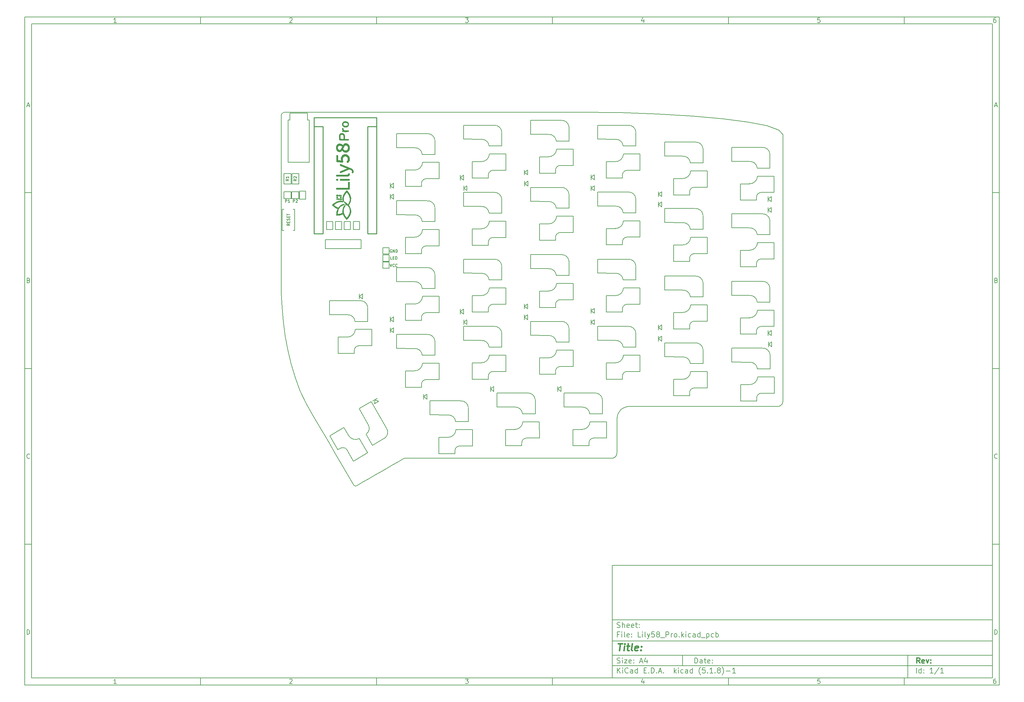
<source format=gto>
G04 #@! TF.GenerationSoftware,KiCad,Pcbnew,(5.1.8)-1*
G04 #@! TF.CreationDate,2025-01-31T02:10:20+03:30*
G04 #@! TF.ProjectId,Lily58_Pro,4c696c79-3538-45f5-9072-6f2e6b696361,rev?*
G04 #@! TF.SameCoordinates,Original*
G04 #@! TF.FileFunction,Legend,Top*
G04 #@! TF.FilePolarity,Positive*
%FSLAX46Y46*%
G04 Gerber Fmt 4.6, Leading zero omitted, Abs format (unit mm)*
G04 Created by KiCad (PCBNEW (5.1.8)-1) date 2025-01-31 02:10:20*
%MOMM*%
%LPD*%
G01*
G04 APERTURE LIST*
%ADD10C,0.100000*%
%ADD11C,0.150000*%
%ADD12C,0.300000*%
%ADD13C,0.400000*%
G04 #@! TA.AperFunction,Profile*
%ADD14C,0.200000*%
G04 #@! TD*
%ADD15C,0.010000*%
%ADD16C,0.250000*%
G04 APERTURE END LIST*
D10*
D11*
X177002200Y-166007200D02*
X177002200Y-198007200D01*
X285002200Y-198007200D01*
X285002200Y-166007200D01*
X177002200Y-166007200D01*
D10*
D11*
X10000000Y-10000000D02*
X10000000Y-200007200D01*
X287002200Y-200007200D01*
X287002200Y-10000000D01*
X10000000Y-10000000D01*
D10*
D11*
X12000000Y-12000000D02*
X12000000Y-198007200D01*
X285002200Y-198007200D01*
X285002200Y-12000000D01*
X12000000Y-12000000D01*
D10*
D11*
X60000000Y-12000000D02*
X60000000Y-10000000D01*
D10*
D11*
X110000000Y-12000000D02*
X110000000Y-10000000D01*
D10*
D11*
X160000000Y-12000000D02*
X160000000Y-10000000D01*
D10*
D11*
X210000000Y-12000000D02*
X210000000Y-10000000D01*
D10*
D11*
X260000000Y-12000000D02*
X260000000Y-10000000D01*
D10*
D11*
X36065476Y-11588095D02*
X35322619Y-11588095D01*
X35694047Y-11588095D02*
X35694047Y-10288095D01*
X35570238Y-10473809D01*
X35446428Y-10597619D01*
X35322619Y-10659523D01*
D10*
D11*
X85322619Y-10411904D02*
X85384523Y-10350000D01*
X85508333Y-10288095D01*
X85817857Y-10288095D01*
X85941666Y-10350000D01*
X86003571Y-10411904D01*
X86065476Y-10535714D01*
X86065476Y-10659523D01*
X86003571Y-10845238D01*
X85260714Y-11588095D01*
X86065476Y-11588095D01*
D10*
D11*
X135260714Y-10288095D02*
X136065476Y-10288095D01*
X135632142Y-10783333D01*
X135817857Y-10783333D01*
X135941666Y-10845238D01*
X136003571Y-10907142D01*
X136065476Y-11030952D01*
X136065476Y-11340476D01*
X136003571Y-11464285D01*
X135941666Y-11526190D01*
X135817857Y-11588095D01*
X135446428Y-11588095D01*
X135322619Y-11526190D01*
X135260714Y-11464285D01*
D10*
D11*
X185941666Y-10721428D02*
X185941666Y-11588095D01*
X185632142Y-10226190D02*
X185322619Y-11154761D01*
X186127380Y-11154761D01*
D10*
D11*
X236003571Y-10288095D02*
X235384523Y-10288095D01*
X235322619Y-10907142D01*
X235384523Y-10845238D01*
X235508333Y-10783333D01*
X235817857Y-10783333D01*
X235941666Y-10845238D01*
X236003571Y-10907142D01*
X236065476Y-11030952D01*
X236065476Y-11340476D01*
X236003571Y-11464285D01*
X235941666Y-11526190D01*
X235817857Y-11588095D01*
X235508333Y-11588095D01*
X235384523Y-11526190D01*
X235322619Y-11464285D01*
D10*
D11*
X285941666Y-10288095D02*
X285694047Y-10288095D01*
X285570238Y-10350000D01*
X285508333Y-10411904D01*
X285384523Y-10597619D01*
X285322619Y-10845238D01*
X285322619Y-11340476D01*
X285384523Y-11464285D01*
X285446428Y-11526190D01*
X285570238Y-11588095D01*
X285817857Y-11588095D01*
X285941666Y-11526190D01*
X286003571Y-11464285D01*
X286065476Y-11340476D01*
X286065476Y-11030952D01*
X286003571Y-10907142D01*
X285941666Y-10845238D01*
X285817857Y-10783333D01*
X285570238Y-10783333D01*
X285446428Y-10845238D01*
X285384523Y-10907142D01*
X285322619Y-11030952D01*
D10*
D11*
X60000000Y-198007200D02*
X60000000Y-200007200D01*
D10*
D11*
X110000000Y-198007200D02*
X110000000Y-200007200D01*
D10*
D11*
X160000000Y-198007200D02*
X160000000Y-200007200D01*
D10*
D11*
X210000000Y-198007200D02*
X210000000Y-200007200D01*
D10*
D11*
X260000000Y-198007200D02*
X260000000Y-200007200D01*
D10*
D11*
X36065476Y-199595295D02*
X35322619Y-199595295D01*
X35694047Y-199595295D02*
X35694047Y-198295295D01*
X35570238Y-198481009D01*
X35446428Y-198604819D01*
X35322619Y-198666723D01*
D10*
D11*
X85322619Y-198419104D02*
X85384523Y-198357200D01*
X85508333Y-198295295D01*
X85817857Y-198295295D01*
X85941666Y-198357200D01*
X86003571Y-198419104D01*
X86065476Y-198542914D01*
X86065476Y-198666723D01*
X86003571Y-198852438D01*
X85260714Y-199595295D01*
X86065476Y-199595295D01*
D10*
D11*
X135260714Y-198295295D02*
X136065476Y-198295295D01*
X135632142Y-198790533D01*
X135817857Y-198790533D01*
X135941666Y-198852438D01*
X136003571Y-198914342D01*
X136065476Y-199038152D01*
X136065476Y-199347676D01*
X136003571Y-199471485D01*
X135941666Y-199533390D01*
X135817857Y-199595295D01*
X135446428Y-199595295D01*
X135322619Y-199533390D01*
X135260714Y-199471485D01*
D10*
D11*
X185941666Y-198728628D02*
X185941666Y-199595295D01*
X185632142Y-198233390D02*
X185322619Y-199161961D01*
X186127380Y-199161961D01*
D10*
D11*
X236003571Y-198295295D02*
X235384523Y-198295295D01*
X235322619Y-198914342D01*
X235384523Y-198852438D01*
X235508333Y-198790533D01*
X235817857Y-198790533D01*
X235941666Y-198852438D01*
X236003571Y-198914342D01*
X236065476Y-199038152D01*
X236065476Y-199347676D01*
X236003571Y-199471485D01*
X235941666Y-199533390D01*
X235817857Y-199595295D01*
X235508333Y-199595295D01*
X235384523Y-199533390D01*
X235322619Y-199471485D01*
D10*
D11*
X285941666Y-198295295D02*
X285694047Y-198295295D01*
X285570238Y-198357200D01*
X285508333Y-198419104D01*
X285384523Y-198604819D01*
X285322619Y-198852438D01*
X285322619Y-199347676D01*
X285384523Y-199471485D01*
X285446428Y-199533390D01*
X285570238Y-199595295D01*
X285817857Y-199595295D01*
X285941666Y-199533390D01*
X286003571Y-199471485D01*
X286065476Y-199347676D01*
X286065476Y-199038152D01*
X286003571Y-198914342D01*
X285941666Y-198852438D01*
X285817857Y-198790533D01*
X285570238Y-198790533D01*
X285446428Y-198852438D01*
X285384523Y-198914342D01*
X285322619Y-199038152D01*
D10*
D11*
X10000000Y-60000000D02*
X12000000Y-60000000D01*
D10*
D11*
X10000000Y-110000000D02*
X12000000Y-110000000D01*
D10*
D11*
X10000000Y-160000000D02*
X12000000Y-160000000D01*
D10*
D11*
X10690476Y-35216666D02*
X11309523Y-35216666D01*
X10566666Y-35588095D02*
X11000000Y-34288095D01*
X11433333Y-35588095D01*
D10*
D11*
X11092857Y-84907142D02*
X11278571Y-84969047D01*
X11340476Y-85030952D01*
X11402380Y-85154761D01*
X11402380Y-85340476D01*
X11340476Y-85464285D01*
X11278571Y-85526190D01*
X11154761Y-85588095D01*
X10659523Y-85588095D01*
X10659523Y-84288095D01*
X11092857Y-84288095D01*
X11216666Y-84350000D01*
X11278571Y-84411904D01*
X11340476Y-84535714D01*
X11340476Y-84659523D01*
X11278571Y-84783333D01*
X11216666Y-84845238D01*
X11092857Y-84907142D01*
X10659523Y-84907142D01*
D10*
D11*
X11402380Y-135464285D02*
X11340476Y-135526190D01*
X11154761Y-135588095D01*
X11030952Y-135588095D01*
X10845238Y-135526190D01*
X10721428Y-135402380D01*
X10659523Y-135278571D01*
X10597619Y-135030952D01*
X10597619Y-134845238D01*
X10659523Y-134597619D01*
X10721428Y-134473809D01*
X10845238Y-134350000D01*
X11030952Y-134288095D01*
X11154761Y-134288095D01*
X11340476Y-134350000D01*
X11402380Y-134411904D01*
D10*
D11*
X10659523Y-185588095D02*
X10659523Y-184288095D01*
X10969047Y-184288095D01*
X11154761Y-184350000D01*
X11278571Y-184473809D01*
X11340476Y-184597619D01*
X11402380Y-184845238D01*
X11402380Y-185030952D01*
X11340476Y-185278571D01*
X11278571Y-185402380D01*
X11154761Y-185526190D01*
X10969047Y-185588095D01*
X10659523Y-185588095D01*
D10*
D11*
X287002200Y-60000000D02*
X285002200Y-60000000D01*
D10*
D11*
X287002200Y-110000000D02*
X285002200Y-110000000D01*
D10*
D11*
X287002200Y-160000000D02*
X285002200Y-160000000D01*
D10*
D11*
X285692676Y-35216666D02*
X286311723Y-35216666D01*
X285568866Y-35588095D02*
X286002200Y-34288095D01*
X286435533Y-35588095D01*
D10*
D11*
X286095057Y-84907142D02*
X286280771Y-84969047D01*
X286342676Y-85030952D01*
X286404580Y-85154761D01*
X286404580Y-85340476D01*
X286342676Y-85464285D01*
X286280771Y-85526190D01*
X286156961Y-85588095D01*
X285661723Y-85588095D01*
X285661723Y-84288095D01*
X286095057Y-84288095D01*
X286218866Y-84350000D01*
X286280771Y-84411904D01*
X286342676Y-84535714D01*
X286342676Y-84659523D01*
X286280771Y-84783333D01*
X286218866Y-84845238D01*
X286095057Y-84907142D01*
X285661723Y-84907142D01*
D10*
D11*
X286404580Y-135464285D02*
X286342676Y-135526190D01*
X286156961Y-135588095D01*
X286033152Y-135588095D01*
X285847438Y-135526190D01*
X285723628Y-135402380D01*
X285661723Y-135278571D01*
X285599819Y-135030952D01*
X285599819Y-134845238D01*
X285661723Y-134597619D01*
X285723628Y-134473809D01*
X285847438Y-134350000D01*
X286033152Y-134288095D01*
X286156961Y-134288095D01*
X286342676Y-134350000D01*
X286404580Y-134411904D01*
D10*
D11*
X285661723Y-185588095D02*
X285661723Y-184288095D01*
X285971247Y-184288095D01*
X286156961Y-184350000D01*
X286280771Y-184473809D01*
X286342676Y-184597619D01*
X286404580Y-184845238D01*
X286404580Y-185030952D01*
X286342676Y-185278571D01*
X286280771Y-185402380D01*
X286156961Y-185526190D01*
X285971247Y-185588095D01*
X285661723Y-185588095D01*
D10*
D11*
X200434342Y-193785771D02*
X200434342Y-192285771D01*
X200791485Y-192285771D01*
X201005771Y-192357200D01*
X201148628Y-192500057D01*
X201220057Y-192642914D01*
X201291485Y-192928628D01*
X201291485Y-193142914D01*
X201220057Y-193428628D01*
X201148628Y-193571485D01*
X201005771Y-193714342D01*
X200791485Y-193785771D01*
X200434342Y-193785771D01*
X202577200Y-193785771D02*
X202577200Y-193000057D01*
X202505771Y-192857200D01*
X202362914Y-192785771D01*
X202077200Y-192785771D01*
X201934342Y-192857200D01*
X202577200Y-193714342D02*
X202434342Y-193785771D01*
X202077200Y-193785771D01*
X201934342Y-193714342D01*
X201862914Y-193571485D01*
X201862914Y-193428628D01*
X201934342Y-193285771D01*
X202077200Y-193214342D01*
X202434342Y-193214342D01*
X202577200Y-193142914D01*
X203077200Y-192785771D02*
X203648628Y-192785771D01*
X203291485Y-192285771D02*
X203291485Y-193571485D01*
X203362914Y-193714342D01*
X203505771Y-193785771D01*
X203648628Y-193785771D01*
X204720057Y-193714342D02*
X204577200Y-193785771D01*
X204291485Y-193785771D01*
X204148628Y-193714342D01*
X204077200Y-193571485D01*
X204077200Y-193000057D01*
X204148628Y-192857200D01*
X204291485Y-192785771D01*
X204577200Y-192785771D01*
X204720057Y-192857200D01*
X204791485Y-193000057D01*
X204791485Y-193142914D01*
X204077200Y-193285771D01*
X205434342Y-193642914D02*
X205505771Y-193714342D01*
X205434342Y-193785771D01*
X205362914Y-193714342D01*
X205434342Y-193642914D01*
X205434342Y-193785771D01*
X205434342Y-192857200D02*
X205505771Y-192928628D01*
X205434342Y-193000057D01*
X205362914Y-192928628D01*
X205434342Y-192857200D01*
X205434342Y-193000057D01*
D10*
D11*
X177002200Y-194507200D02*
X285002200Y-194507200D01*
D10*
D11*
X178434342Y-196585771D02*
X178434342Y-195085771D01*
X179291485Y-196585771D02*
X178648628Y-195728628D01*
X179291485Y-195085771D02*
X178434342Y-195942914D01*
X179934342Y-196585771D02*
X179934342Y-195585771D01*
X179934342Y-195085771D02*
X179862914Y-195157200D01*
X179934342Y-195228628D01*
X180005771Y-195157200D01*
X179934342Y-195085771D01*
X179934342Y-195228628D01*
X181505771Y-196442914D02*
X181434342Y-196514342D01*
X181220057Y-196585771D01*
X181077200Y-196585771D01*
X180862914Y-196514342D01*
X180720057Y-196371485D01*
X180648628Y-196228628D01*
X180577200Y-195942914D01*
X180577200Y-195728628D01*
X180648628Y-195442914D01*
X180720057Y-195300057D01*
X180862914Y-195157200D01*
X181077200Y-195085771D01*
X181220057Y-195085771D01*
X181434342Y-195157200D01*
X181505771Y-195228628D01*
X182791485Y-196585771D02*
X182791485Y-195800057D01*
X182720057Y-195657200D01*
X182577200Y-195585771D01*
X182291485Y-195585771D01*
X182148628Y-195657200D01*
X182791485Y-196514342D02*
X182648628Y-196585771D01*
X182291485Y-196585771D01*
X182148628Y-196514342D01*
X182077200Y-196371485D01*
X182077200Y-196228628D01*
X182148628Y-196085771D01*
X182291485Y-196014342D01*
X182648628Y-196014342D01*
X182791485Y-195942914D01*
X184148628Y-196585771D02*
X184148628Y-195085771D01*
X184148628Y-196514342D02*
X184005771Y-196585771D01*
X183720057Y-196585771D01*
X183577200Y-196514342D01*
X183505771Y-196442914D01*
X183434342Y-196300057D01*
X183434342Y-195871485D01*
X183505771Y-195728628D01*
X183577200Y-195657200D01*
X183720057Y-195585771D01*
X184005771Y-195585771D01*
X184148628Y-195657200D01*
X186005771Y-195800057D02*
X186505771Y-195800057D01*
X186720057Y-196585771D02*
X186005771Y-196585771D01*
X186005771Y-195085771D01*
X186720057Y-195085771D01*
X187362914Y-196442914D02*
X187434342Y-196514342D01*
X187362914Y-196585771D01*
X187291485Y-196514342D01*
X187362914Y-196442914D01*
X187362914Y-196585771D01*
X188077200Y-196585771D02*
X188077200Y-195085771D01*
X188434342Y-195085771D01*
X188648628Y-195157200D01*
X188791485Y-195300057D01*
X188862914Y-195442914D01*
X188934342Y-195728628D01*
X188934342Y-195942914D01*
X188862914Y-196228628D01*
X188791485Y-196371485D01*
X188648628Y-196514342D01*
X188434342Y-196585771D01*
X188077200Y-196585771D01*
X189577200Y-196442914D02*
X189648628Y-196514342D01*
X189577200Y-196585771D01*
X189505771Y-196514342D01*
X189577200Y-196442914D01*
X189577200Y-196585771D01*
X190220057Y-196157200D02*
X190934342Y-196157200D01*
X190077200Y-196585771D02*
X190577200Y-195085771D01*
X191077200Y-196585771D01*
X191577200Y-196442914D02*
X191648628Y-196514342D01*
X191577200Y-196585771D01*
X191505771Y-196514342D01*
X191577200Y-196442914D01*
X191577200Y-196585771D01*
X194577200Y-196585771D02*
X194577200Y-195085771D01*
X194720057Y-196014342D02*
X195148628Y-196585771D01*
X195148628Y-195585771D02*
X194577200Y-196157200D01*
X195791485Y-196585771D02*
X195791485Y-195585771D01*
X195791485Y-195085771D02*
X195720057Y-195157200D01*
X195791485Y-195228628D01*
X195862914Y-195157200D01*
X195791485Y-195085771D01*
X195791485Y-195228628D01*
X197148628Y-196514342D02*
X197005771Y-196585771D01*
X196720057Y-196585771D01*
X196577200Y-196514342D01*
X196505771Y-196442914D01*
X196434342Y-196300057D01*
X196434342Y-195871485D01*
X196505771Y-195728628D01*
X196577200Y-195657200D01*
X196720057Y-195585771D01*
X197005771Y-195585771D01*
X197148628Y-195657200D01*
X198434342Y-196585771D02*
X198434342Y-195800057D01*
X198362914Y-195657200D01*
X198220057Y-195585771D01*
X197934342Y-195585771D01*
X197791485Y-195657200D01*
X198434342Y-196514342D02*
X198291485Y-196585771D01*
X197934342Y-196585771D01*
X197791485Y-196514342D01*
X197720057Y-196371485D01*
X197720057Y-196228628D01*
X197791485Y-196085771D01*
X197934342Y-196014342D01*
X198291485Y-196014342D01*
X198434342Y-195942914D01*
X199791485Y-196585771D02*
X199791485Y-195085771D01*
X199791485Y-196514342D02*
X199648628Y-196585771D01*
X199362914Y-196585771D01*
X199220057Y-196514342D01*
X199148628Y-196442914D01*
X199077200Y-196300057D01*
X199077200Y-195871485D01*
X199148628Y-195728628D01*
X199220057Y-195657200D01*
X199362914Y-195585771D01*
X199648628Y-195585771D01*
X199791485Y-195657200D01*
X202077200Y-197157200D02*
X202005771Y-197085771D01*
X201862914Y-196871485D01*
X201791485Y-196728628D01*
X201720057Y-196514342D01*
X201648628Y-196157200D01*
X201648628Y-195871485D01*
X201720057Y-195514342D01*
X201791485Y-195300057D01*
X201862914Y-195157200D01*
X202005771Y-194942914D01*
X202077200Y-194871485D01*
X203362914Y-195085771D02*
X202648628Y-195085771D01*
X202577200Y-195800057D01*
X202648628Y-195728628D01*
X202791485Y-195657200D01*
X203148628Y-195657200D01*
X203291485Y-195728628D01*
X203362914Y-195800057D01*
X203434342Y-195942914D01*
X203434342Y-196300057D01*
X203362914Y-196442914D01*
X203291485Y-196514342D01*
X203148628Y-196585771D01*
X202791485Y-196585771D01*
X202648628Y-196514342D01*
X202577200Y-196442914D01*
X204077200Y-196442914D02*
X204148628Y-196514342D01*
X204077200Y-196585771D01*
X204005771Y-196514342D01*
X204077200Y-196442914D01*
X204077200Y-196585771D01*
X205577200Y-196585771D02*
X204720057Y-196585771D01*
X205148628Y-196585771D02*
X205148628Y-195085771D01*
X205005771Y-195300057D01*
X204862914Y-195442914D01*
X204720057Y-195514342D01*
X206220057Y-196442914D02*
X206291485Y-196514342D01*
X206220057Y-196585771D01*
X206148628Y-196514342D01*
X206220057Y-196442914D01*
X206220057Y-196585771D01*
X207148628Y-195728628D02*
X207005771Y-195657200D01*
X206934342Y-195585771D01*
X206862914Y-195442914D01*
X206862914Y-195371485D01*
X206934342Y-195228628D01*
X207005771Y-195157200D01*
X207148628Y-195085771D01*
X207434342Y-195085771D01*
X207577200Y-195157200D01*
X207648628Y-195228628D01*
X207720057Y-195371485D01*
X207720057Y-195442914D01*
X207648628Y-195585771D01*
X207577200Y-195657200D01*
X207434342Y-195728628D01*
X207148628Y-195728628D01*
X207005771Y-195800057D01*
X206934342Y-195871485D01*
X206862914Y-196014342D01*
X206862914Y-196300057D01*
X206934342Y-196442914D01*
X207005771Y-196514342D01*
X207148628Y-196585771D01*
X207434342Y-196585771D01*
X207577200Y-196514342D01*
X207648628Y-196442914D01*
X207720057Y-196300057D01*
X207720057Y-196014342D01*
X207648628Y-195871485D01*
X207577200Y-195800057D01*
X207434342Y-195728628D01*
X208220057Y-197157200D02*
X208291485Y-197085771D01*
X208434342Y-196871485D01*
X208505771Y-196728628D01*
X208577200Y-196514342D01*
X208648628Y-196157200D01*
X208648628Y-195871485D01*
X208577200Y-195514342D01*
X208505771Y-195300057D01*
X208434342Y-195157200D01*
X208291485Y-194942914D01*
X208220057Y-194871485D01*
X209362914Y-196014342D02*
X210505771Y-196014342D01*
X212005771Y-196585771D02*
X211148628Y-196585771D01*
X211577200Y-196585771D02*
X211577200Y-195085771D01*
X211434342Y-195300057D01*
X211291485Y-195442914D01*
X211148628Y-195514342D01*
D10*
D11*
X177002200Y-191507200D02*
X285002200Y-191507200D01*
D10*
D12*
X264411485Y-193785771D02*
X263911485Y-193071485D01*
X263554342Y-193785771D02*
X263554342Y-192285771D01*
X264125771Y-192285771D01*
X264268628Y-192357200D01*
X264340057Y-192428628D01*
X264411485Y-192571485D01*
X264411485Y-192785771D01*
X264340057Y-192928628D01*
X264268628Y-193000057D01*
X264125771Y-193071485D01*
X263554342Y-193071485D01*
X265625771Y-193714342D02*
X265482914Y-193785771D01*
X265197200Y-193785771D01*
X265054342Y-193714342D01*
X264982914Y-193571485D01*
X264982914Y-193000057D01*
X265054342Y-192857200D01*
X265197200Y-192785771D01*
X265482914Y-192785771D01*
X265625771Y-192857200D01*
X265697200Y-193000057D01*
X265697200Y-193142914D01*
X264982914Y-193285771D01*
X266197200Y-192785771D02*
X266554342Y-193785771D01*
X266911485Y-192785771D01*
X267482914Y-193642914D02*
X267554342Y-193714342D01*
X267482914Y-193785771D01*
X267411485Y-193714342D01*
X267482914Y-193642914D01*
X267482914Y-193785771D01*
X267482914Y-192857200D02*
X267554342Y-192928628D01*
X267482914Y-193000057D01*
X267411485Y-192928628D01*
X267482914Y-192857200D01*
X267482914Y-193000057D01*
D10*
D11*
X178362914Y-193714342D02*
X178577200Y-193785771D01*
X178934342Y-193785771D01*
X179077200Y-193714342D01*
X179148628Y-193642914D01*
X179220057Y-193500057D01*
X179220057Y-193357200D01*
X179148628Y-193214342D01*
X179077200Y-193142914D01*
X178934342Y-193071485D01*
X178648628Y-193000057D01*
X178505771Y-192928628D01*
X178434342Y-192857200D01*
X178362914Y-192714342D01*
X178362914Y-192571485D01*
X178434342Y-192428628D01*
X178505771Y-192357200D01*
X178648628Y-192285771D01*
X179005771Y-192285771D01*
X179220057Y-192357200D01*
X179862914Y-193785771D02*
X179862914Y-192785771D01*
X179862914Y-192285771D02*
X179791485Y-192357200D01*
X179862914Y-192428628D01*
X179934342Y-192357200D01*
X179862914Y-192285771D01*
X179862914Y-192428628D01*
X180434342Y-192785771D02*
X181220057Y-192785771D01*
X180434342Y-193785771D01*
X181220057Y-193785771D01*
X182362914Y-193714342D02*
X182220057Y-193785771D01*
X181934342Y-193785771D01*
X181791485Y-193714342D01*
X181720057Y-193571485D01*
X181720057Y-193000057D01*
X181791485Y-192857200D01*
X181934342Y-192785771D01*
X182220057Y-192785771D01*
X182362914Y-192857200D01*
X182434342Y-193000057D01*
X182434342Y-193142914D01*
X181720057Y-193285771D01*
X183077200Y-193642914D02*
X183148628Y-193714342D01*
X183077200Y-193785771D01*
X183005771Y-193714342D01*
X183077200Y-193642914D01*
X183077200Y-193785771D01*
X183077200Y-192857200D02*
X183148628Y-192928628D01*
X183077200Y-193000057D01*
X183005771Y-192928628D01*
X183077200Y-192857200D01*
X183077200Y-193000057D01*
X184862914Y-193357200D02*
X185577200Y-193357200D01*
X184720057Y-193785771D02*
X185220057Y-192285771D01*
X185720057Y-193785771D01*
X186862914Y-192785771D02*
X186862914Y-193785771D01*
X186505771Y-192214342D02*
X186148628Y-193285771D01*
X187077200Y-193285771D01*
D10*
D11*
X263434342Y-196585771D02*
X263434342Y-195085771D01*
X264791485Y-196585771D02*
X264791485Y-195085771D01*
X264791485Y-196514342D02*
X264648628Y-196585771D01*
X264362914Y-196585771D01*
X264220057Y-196514342D01*
X264148628Y-196442914D01*
X264077200Y-196300057D01*
X264077200Y-195871485D01*
X264148628Y-195728628D01*
X264220057Y-195657200D01*
X264362914Y-195585771D01*
X264648628Y-195585771D01*
X264791485Y-195657200D01*
X265505771Y-196442914D02*
X265577200Y-196514342D01*
X265505771Y-196585771D01*
X265434342Y-196514342D01*
X265505771Y-196442914D01*
X265505771Y-196585771D01*
X265505771Y-195657200D02*
X265577200Y-195728628D01*
X265505771Y-195800057D01*
X265434342Y-195728628D01*
X265505771Y-195657200D01*
X265505771Y-195800057D01*
X268148628Y-196585771D02*
X267291485Y-196585771D01*
X267720057Y-196585771D02*
X267720057Y-195085771D01*
X267577200Y-195300057D01*
X267434342Y-195442914D01*
X267291485Y-195514342D01*
X269862914Y-195014342D02*
X268577200Y-196942914D01*
X271148628Y-196585771D02*
X270291485Y-196585771D01*
X270720057Y-196585771D02*
X270720057Y-195085771D01*
X270577200Y-195300057D01*
X270434342Y-195442914D01*
X270291485Y-195514342D01*
D10*
D11*
X177002200Y-187507200D02*
X285002200Y-187507200D01*
D10*
D13*
X178714580Y-188211961D02*
X179857438Y-188211961D01*
X179036009Y-190211961D02*
X179286009Y-188211961D01*
X180274104Y-190211961D02*
X180440771Y-188878628D01*
X180524104Y-188211961D02*
X180416961Y-188307200D01*
X180500295Y-188402438D01*
X180607438Y-188307200D01*
X180524104Y-188211961D01*
X180500295Y-188402438D01*
X181107438Y-188878628D02*
X181869342Y-188878628D01*
X181476485Y-188211961D02*
X181262200Y-189926247D01*
X181333628Y-190116723D01*
X181512200Y-190211961D01*
X181702676Y-190211961D01*
X182655057Y-190211961D02*
X182476485Y-190116723D01*
X182405057Y-189926247D01*
X182619342Y-188211961D01*
X184190771Y-190116723D02*
X183988390Y-190211961D01*
X183607438Y-190211961D01*
X183428866Y-190116723D01*
X183357438Y-189926247D01*
X183452676Y-189164342D01*
X183571723Y-188973866D01*
X183774104Y-188878628D01*
X184155057Y-188878628D01*
X184333628Y-188973866D01*
X184405057Y-189164342D01*
X184381247Y-189354819D01*
X183405057Y-189545295D01*
X185155057Y-190021485D02*
X185238390Y-190116723D01*
X185131247Y-190211961D01*
X185047914Y-190116723D01*
X185155057Y-190021485D01*
X185131247Y-190211961D01*
X185286009Y-188973866D02*
X185369342Y-189069104D01*
X185262200Y-189164342D01*
X185178866Y-189069104D01*
X185286009Y-188973866D01*
X185262200Y-189164342D01*
D10*
D11*
X178934342Y-185600057D02*
X178434342Y-185600057D01*
X178434342Y-186385771D02*
X178434342Y-184885771D01*
X179148628Y-184885771D01*
X179720057Y-186385771D02*
X179720057Y-185385771D01*
X179720057Y-184885771D02*
X179648628Y-184957200D01*
X179720057Y-185028628D01*
X179791485Y-184957200D01*
X179720057Y-184885771D01*
X179720057Y-185028628D01*
X180648628Y-186385771D02*
X180505771Y-186314342D01*
X180434342Y-186171485D01*
X180434342Y-184885771D01*
X181791485Y-186314342D02*
X181648628Y-186385771D01*
X181362914Y-186385771D01*
X181220057Y-186314342D01*
X181148628Y-186171485D01*
X181148628Y-185600057D01*
X181220057Y-185457200D01*
X181362914Y-185385771D01*
X181648628Y-185385771D01*
X181791485Y-185457200D01*
X181862914Y-185600057D01*
X181862914Y-185742914D01*
X181148628Y-185885771D01*
X182505771Y-186242914D02*
X182577200Y-186314342D01*
X182505771Y-186385771D01*
X182434342Y-186314342D01*
X182505771Y-186242914D01*
X182505771Y-186385771D01*
X182505771Y-185457200D02*
X182577200Y-185528628D01*
X182505771Y-185600057D01*
X182434342Y-185528628D01*
X182505771Y-185457200D01*
X182505771Y-185600057D01*
X185077200Y-186385771D02*
X184362914Y-186385771D01*
X184362914Y-184885771D01*
X185577200Y-186385771D02*
X185577200Y-185385771D01*
X185577200Y-184885771D02*
X185505771Y-184957200D01*
X185577200Y-185028628D01*
X185648628Y-184957200D01*
X185577200Y-184885771D01*
X185577200Y-185028628D01*
X186505771Y-186385771D02*
X186362914Y-186314342D01*
X186291485Y-186171485D01*
X186291485Y-184885771D01*
X186934342Y-185385771D02*
X187291485Y-186385771D01*
X187648628Y-185385771D02*
X187291485Y-186385771D01*
X187148628Y-186742914D01*
X187077200Y-186814342D01*
X186934342Y-186885771D01*
X188934342Y-184885771D02*
X188220057Y-184885771D01*
X188148628Y-185600057D01*
X188220057Y-185528628D01*
X188362914Y-185457200D01*
X188720057Y-185457200D01*
X188862914Y-185528628D01*
X188934342Y-185600057D01*
X189005771Y-185742914D01*
X189005771Y-186100057D01*
X188934342Y-186242914D01*
X188862914Y-186314342D01*
X188720057Y-186385771D01*
X188362914Y-186385771D01*
X188220057Y-186314342D01*
X188148628Y-186242914D01*
X189862914Y-185528628D02*
X189720057Y-185457200D01*
X189648628Y-185385771D01*
X189577200Y-185242914D01*
X189577200Y-185171485D01*
X189648628Y-185028628D01*
X189720057Y-184957200D01*
X189862914Y-184885771D01*
X190148628Y-184885771D01*
X190291485Y-184957200D01*
X190362914Y-185028628D01*
X190434342Y-185171485D01*
X190434342Y-185242914D01*
X190362914Y-185385771D01*
X190291485Y-185457200D01*
X190148628Y-185528628D01*
X189862914Y-185528628D01*
X189720057Y-185600057D01*
X189648628Y-185671485D01*
X189577200Y-185814342D01*
X189577200Y-186100057D01*
X189648628Y-186242914D01*
X189720057Y-186314342D01*
X189862914Y-186385771D01*
X190148628Y-186385771D01*
X190291485Y-186314342D01*
X190362914Y-186242914D01*
X190434342Y-186100057D01*
X190434342Y-185814342D01*
X190362914Y-185671485D01*
X190291485Y-185600057D01*
X190148628Y-185528628D01*
X190720057Y-186528628D02*
X191862914Y-186528628D01*
X192220057Y-186385771D02*
X192220057Y-184885771D01*
X192791485Y-184885771D01*
X192934342Y-184957200D01*
X193005771Y-185028628D01*
X193077200Y-185171485D01*
X193077200Y-185385771D01*
X193005771Y-185528628D01*
X192934342Y-185600057D01*
X192791485Y-185671485D01*
X192220057Y-185671485D01*
X193720057Y-186385771D02*
X193720057Y-185385771D01*
X193720057Y-185671485D02*
X193791485Y-185528628D01*
X193862914Y-185457200D01*
X194005771Y-185385771D01*
X194148628Y-185385771D01*
X194862914Y-186385771D02*
X194720057Y-186314342D01*
X194648628Y-186242914D01*
X194577200Y-186100057D01*
X194577200Y-185671485D01*
X194648628Y-185528628D01*
X194720057Y-185457200D01*
X194862914Y-185385771D01*
X195077200Y-185385771D01*
X195220057Y-185457200D01*
X195291485Y-185528628D01*
X195362914Y-185671485D01*
X195362914Y-186100057D01*
X195291485Y-186242914D01*
X195220057Y-186314342D01*
X195077200Y-186385771D01*
X194862914Y-186385771D01*
X196005771Y-186242914D02*
X196077200Y-186314342D01*
X196005771Y-186385771D01*
X195934342Y-186314342D01*
X196005771Y-186242914D01*
X196005771Y-186385771D01*
X196720057Y-186385771D02*
X196720057Y-184885771D01*
X196862914Y-185814342D02*
X197291485Y-186385771D01*
X197291485Y-185385771D02*
X196720057Y-185957200D01*
X197934342Y-186385771D02*
X197934342Y-185385771D01*
X197934342Y-184885771D02*
X197862914Y-184957200D01*
X197934342Y-185028628D01*
X198005771Y-184957200D01*
X197934342Y-184885771D01*
X197934342Y-185028628D01*
X199291485Y-186314342D02*
X199148628Y-186385771D01*
X198862914Y-186385771D01*
X198720057Y-186314342D01*
X198648628Y-186242914D01*
X198577200Y-186100057D01*
X198577200Y-185671485D01*
X198648628Y-185528628D01*
X198720057Y-185457200D01*
X198862914Y-185385771D01*
X199148628Y-185385771D01*
X199291485Y-185457200D01*
X200577200Y-186385771D02*
X200577200Y-185600057D01*
X200505771Y-185457200D01*
X200362914Y-185385771D01*
X200077200Y-185385771D01*
X199934342Y-185457200D01*
X200577200Y-186314342D02*
X200434342Y-186385771D01*
X200077200Y-186385771D01*
X199934342Y-186314342D01*
X199862914Y-186171485D01*
X199862914Y-186028628D01*
X199934342Y-185885771D01*
X200077200Y-185814342D01*
X200434342Y-185814342D01*
X200577200Y-185742914D01*
X201934342Y-186385771D02*
X201934342Y-184885771D01*
X201934342Y-186314342D02*
X201791485Y-186385771D01*
X201505771Y-186385771D01*
X201362914Y-186314342D01*
X201291485Y-186242914D01*
X201220057Y-186100057D01*
X201220057Y-185671485D01*
X201291485Y-185528628D01*
X201362914Y-185457200D01*
X201505771Y-185385771D01*
X201791485Y-185385771D01*
X201934342Y-185457200D01*
X202291485Y-186528628D02*
X203434342Y-186528628D01*
X203791485Y-185385771D02*
X203791485Y-186885771D01*
X203791485Y-185457200D02*
X203934342Y-185385771D01*
X204220057Y-185385771D01*
X204362914Y-185457200D01*
X204434342Y-185528628D01*
X204505771Y-185671485D01*
X204505771Y-186100057D01*
X204434342Y-186242914D01*
X204362914Y-186314342D01*
X204220057Y-186385771D01*
X203934342Y-186385771D01*
X203791485Y-186314342D01*
X205791485Y-186314342D02*
X205648628Y-186385771D01*
X205362914Y-186385771D01*
X205220057Y-186314342D01*
X205148628Y-186242914D01*
X205077200Y-186100057D01*
X205077200Y-185671485D01*
X205148628Y-185528628D01*
X205220057Y-185457200D01*
X205362914Y-185385771D01*
X205648628Y-185385771D01*
X205791485Y-185457200D01*
X206434342Y-186385771D02*
X206434342Y-184885771D01*
X206434342Y-185457200D02*
X206577200Y-185385771D01*
X206862914Y-185385771D01*
X207005771Y-185457200D01*
X207077200Y-185528628D01*
X207148628Y-185671485D01*
X207148628Y-186100057D01*
X207077200Y-186242914D01*
X207005771Y-186314342D01*
X206862914Y-186385771D01*
X206577200Y-186385771D01*
X206434342Y-186314342D01*
D10*
D11*
X177002200Y-181507200D02*
X285002200Y-181507200D01*
D10*
D11*
X178362914Y-183614342D02*
X178577200Y-183685771D01*
X178934342Y-183685771D01*
X179077200Y-183614342D01*
X179148628Y-183542914D01*
X179220057Y-183400057D01*
X179220057Y-183257200D01*
X179148628Y-183114342D01*
X179077200Y-183042914D01*
X178934342Y-182971485D01*
X178648628Y-182900057D01*
X178505771Y-182828628D01*
X178434342Y-182757200D01*
X178362914Y-182614342D01*
X178362914Y-182471485D01*
X178434342Y-182328628D01*
X178505771Y-182257200D01*
X178648628Y-182185771D01*
X179005771Y-182185771D01*
X179220057Y-182257200D01*
X179862914Y-183685771D02*
X179862914Y-182185771D01*
X180505771Y-183685771D02*
X180505771Y-182900057D01*
X180434342Y-182757200D01*
X180291485Y-182685771D01*
X180077200Y-182685771D01*
X179934342Y-182757200D01*
X179862914Y-182828628D01*
X181791485Y-183614342D02*
X181648628Y-183685771D01*
X181362914Y-183685771D01*
X181220057Y-183614342D01*
X181148628Y-183471485D01*
X181148628Y-182900057D01*
X181220057Y-182757200D01*
X181362914Y-182685771D01*
X181648628Y-182685771D01*
X181791485Y-182757200D01*
X181862914Y-182900057D01*
X181862914Y-183042914D01*
X181148628Y-183185771D01*
X183077200Y-183614342D02*
X182934342Y-183685771D01*
X182648628Y-183685771D01*
X182505771Y-183614342D01*
X182434342Y-183471485D01*
X182434342Y-182900057D01*
X182505771Y-182757200D01*
X182648628Y-182685771D01*
X182934342Y-182685771D01*
X183077200Y-182757200D01*
X183148628Y-182900057D01*
X183148628Y-183042914D01*
X182434342Y-183185771D01*
X183577200Y-182685771D02*
X184148628Y-182685771D01*
X183791485Y-182185771D02*
X183791485Y-183471485D01*
X183862914Y-183614342D01*
X184005771Y-183685771D01*
X184148628Y-183685771D01*
X184648628Y-183542914D02*
X184720057Y-183614342D01*
X184648628Y-183685771D01*
X184577200Y-183614342D01*
X184648628Y-183542914D01*
X184648628Y-183685771D01*
X184648628Y-182757200D02*
X184720057Y-182828628D01*
X184648628Y-182900057D01*
X184577200Y-182828628D01*
X184648628Y-182757200D01*
X184648628Y-182900057D01*
D10*
D11*
X197002200Y-191507200D02*
X197002200Y-194507200D01*
D10*
D11*
X261002200Y-191507200D02*
X261002200Y-198007200D01*
D14*
X116186619Y-136480784D02*
X117862313Y-135510645D01*
X114510925Y-137450923D02*
X116186619Y-136480784D01*
X82937528Y-50750629D02*
X82937528Y-44443695D01*
X82937528Y-57057562D02*
X82937528Y-50750629D01*
X115211711Y-37086762D02*
X104803877Y-37086762D01*
X218692418Y-120789735D02*
X223959999Y-120789735D01*
X213424836Y-120789735D02*
X218692418Y-120789735D01*
X208157255Y-120789735D02*
X213424836Y-120789735D01*
X202889673Y-120789735D02*
X208157255Y-120789735D01*
X197622092Y-120789735D02*
X202889673Y-120789735D01*
X192354511Y-120789735D02*
X197622092Y-120789735D01*
X187086929Y-120789735D02*
X192354511Y-120789735D01*
X181819348Y-120789735D02*
X187086929Y-120789735D01*
X181113524Y-120860778D02*
X181819348Y-120789735D01*
X180456326Y-121064561D02*
X181113524Y-120860778D01*
X179861773Y-121387065D02*
X180456326Y-121064561D01*
X179343884Y-121814271D02*
X179861773Y-121387065D01*
X178916678Y-122332160D02*
X179343884Y-121814271D01*
X178594174Y-122926713D02*
X178916678Y-122332160D01*
X178390391Y-123583911D02*
X178594174Y-122926713D01*
X178319348Y-124289735D02*
X178390391Y-123583911D01*
X199807654Y-38170488D02*
X189919538Y-37585374D01*
X208420758Y-38945561D02*
X199807654Y-38170488D01*
X215525697Y-39885159D02*
X208420758Y-38945561D01*
X220889319Y-40963847D02*
X215525697Y-39885159D01*
X178989563Y-37215654D02*
X167250881Y-37086762D01*
X189919538Y-37585374D02*
X178989563Y-37215654D01*
X177658308Y-135255660D02*
X177403500Y-135393876D01*
X177880261Y-135072571D02*
X177658308Y-135255660D01*
X178063349Y-134850619D02*
X177880261Y-135072571D01*
X178201565Y-134595810D02*
X178063349Y-134850619D01*
X178288901Y-134314154D02*
X178201565Y-134595810D01*
X178319348Y-134011658D02*
X178288901Y-134314154D01*
X225460000Y-52918378D02*
X225460000Y-62400000D01*
X225460000Y-43436755D02*
X225460000Y-52918378D01*
X82937528Y-69671429D02*
X82937528Y-63364495D01*
X82937528Y-75978362D02*
X82937528Y-69671429D01*
X82937528Y-82285296D02*
X82937528Y-75978362D01*
X82937528Y-88592229D02*
X82937528Y-82285296D01*
X104803877Y-37086762D02*
X94396044Y-37086762D01*
X125619545Y-37086762D02*
X115211711Y-37086762D01*
X136027379Y-37086762D02*
X125619545Y-37086762D01*
X146435213Y-37086762D02*
X136027379Y-37086762D01*
X156843047Y-37086762D02*
X146435213Y-37086762D01*
X167250881Y-37086762D02*
X156843047Y-37086762D01*
X83400937Y-37265961D02*
X83579303Y-37169210D01*
X83245570Y-37394123D02*
X83400937Y-37265961D01*
X83117409Y-37549489D02*
X83245570Y-37394123D01*
X83020657Y-37727855D02*
X83117409Y-37549489D01*
X82959523Y-37925015D02*
X83020657Y-37727855D01*
X82938210Y-38136762D02*
X82959523Y-37925015D01*
X83776462Y-37108075D02*
X83988210Y-37086762D01*
X83579303Y-37169210D02*
X83776462Y-37108075D01*
X94396044Y-37086762D02*
X83988210Y-37086762D01*
X82937528Y-63364495D02*
X82937528Y-57057562D01*
X82937528Y-44443695D02*
X82937528Y-38136762D01*
X88291758Y-116318073D02*
X89993333Y-119989540D01*
X86863105Y-112530670D02*
X88291758Y-116318073D01*
X85688004Y-108649127D02*
X86863105Y-112530670D01*
X84747083Y-104695246D02*
X85688004Y-108649127D01*
X84020972Y-100690825D02*
X84747083Y-104695246D01*
X83490297Y-96657663D02*
X84020972Y-100690825D01*
X83135690Y-92617561D02*
X83490297Y-96657663D01*
X82937777Y-88592317D02*
X83135690Y-92617561D01*
X104288864Y-143357278D02*
X104456758Y-143271756D01*
X104130206Y-143404468D02*
X104288864Y-143357278D01*
X103981252Y-143413974D02*
X104130206Y-143404468D01*
X103842470Y-143386445D02*
X103981252Y-143413974D01*
X103714328Y-143322532D02*
X103842470Y-143386445D01*
X103597295Y-143222884D02*
X103714328Y-143322532D01*
X103491837Y-143088150D02*
X103597295Y-143222884D01*
X103398425Y-142918979D02*
X103491837Y-143088150D01*
X112835230Y-138421062D02*
X114510925Y-137450923D01*
X111159536Y-139391201D02*
X112835230Y-138421062D01*
X109483841Y-140361340D02*
X111159536Y-139391201D01*
X107808147Y-141331479D02*
X109483841Y-140361340D01*
X106132452Y-142301617D02*
X107808147Y-141331479D01*
X104456758Y-143271756D02*
X106132452Y-142301617D01*
X101722730Y-140052659D02*
X103398425Y-142918979D01*
X100047036Y-137186340D02*
X101722730Y-140052659D01*
X98371341Y-134320020D02*
X100047036Y-137186340D01*
X96695647Y-131453701D02*
X98371341Y-134320020D01*
X95019952Y-128587381D02*
X96695647Y-131453701D01*
X93344258Y-125721062D02*
X95019952Y-128587381D01*
X91668563Y-122854742D02*
X93344258Y-125721062D01*
X89992869Y-119988423D02*
X91668563Y-122854742D01*
X169449826Y-135511658D02*
X176819348Y-135511658D01*
X162080304Y-135511658D02*
X169449826Y-135511658D01*
X154710782Y-135511658D02*
X162080304Y-135511658D01*
X147341260Y-135511658D02*
X154710782Y-135511658D01*
X139971738Y-135511658D02*
X147341260Y-135511658D01*
X132602217Y-135511658D02*
X139971738Y-135511658D01*
X125232695Y-135511658D02*
X132602217Y-135511658D01*
X117863173Y-135511658D02*
X125232695Y-135511658D01*
X178319348Y-132816013D02*
X178319348Y-134011658D01*
X178319348Y-131597973D02*
X178319348Y-132816013D01*
X178319348Y-130379933D02*
X178319348Y-131597973D01*
X178319348Y-129161894D02*
X178319348Y-130379933D01*
X178319348Y-127943854D02*
X178319348Y-129161894D01*
X178319348Y-126725814D02*
X178319348Y-127943854D01*
X178319348Y-125507775D02*
X178319348Y-126725814D01*
X178319348Y-124289735D02*
X178319348Y-125507775D01*
X177121844Y-135481211D02*
X176819348Y-135511658D01*
X177403500Y-135393876D02*
X177121844Y-135481211D01*
X224278471Y-42156190D02*
X220889319Y-40963847D01*
X225460000Y-43436755D02*
X224278471Y-42156190D01*
X224262495Y-120759288D02*
X223959999Y-120789735D01*
X224544152Y-120671952D02*
X224262495Y-120759288D01*
X224798960Y-120533736D02*
X224544152Y-120671952D01*
X225020912Y-120350648D02*
X224798960Y-120533736D01*
X225204001Y-120128696D02*
X225020912Y-120350648D01*
X225342217Y-119873887D02*
X225204001Y-120128696D01*
X225429552Y-119592231D02*
X225342217Y-119873887D01*
X225459999Y-119289735D02*
X225429552Y-119592231D01*
X225460000Y-109808112D02*
X225460000Y-119289735D01*
X225460000Y-100326490D02*
X225460000Y-109808112D01*
X225460000Y-90844867D02*
X225460000Y-100326490D01*
X225460000Y-81363245D02*
X225460000Y-90844867D01*
X225460000Y-71881623D02*
X225460000Y-81363245D01*
X225460000Y-62400000D02*
X225460000Y-71881623D01*
D11*
X85400000Y-37400000D02*
X90400000Y-37400000D01*
X90900000Y-39300000D02*
X90400000Y-39300000D01*
X85400000Y-39300000D02*
X85400000Y-37400000D01*
X90400000Y-39300000D02*
X90400000Y-37400000D01*
X84900000Y-39300000D02*
X85400000Y-39300000D01*
X90900000Y-39300000D02*
X90900000Y-51300000D01*
X90900000Y-51300000D02*
X84900000Y-51300000D01*
X84900000Y-51300000D02*
X84900000Y-39300000D01*
X113600000Y-77400000D02*
X111800000Y-77400000D01*
X113600000Y-81500000D02*
X111800000Y-81500000D01*
X111800000Y-81500000D02*
X111800000Y-79700000D01*
X111800000Y-79700000D02*
X113600000Y-79700000D01*
X113600000Y-79700000D02*
X113600000Y-81500000D01*
X113600000Y-79500000D02*
X111800000Y-79500000D01*
X111800000Y-77700000D02*
X113600000Y-77700000D01*
X111800000Y-79500000D02*
X111800000Y-77700000D01*
X113600000Y-79500000D02*
X113600000Y-77700000D01*
X111800000Y-77400000D02*
X111800000Y-75600000D01*
X111800000Y-75600000D02*
X113600000Y-75600000D01*
X113600000Y-77400000D02*
X113600000Y-75600000D01*
D15*
G36*
X98576767Y-61791393D02*
G01*
X98610791Y-61751162D01*
X98656274Y-61703884D01*
X98704034Y-61658660D01*
X98744886Y-61624591D01*
X98769648Y-61610777D01*
X98769945Y-61610769D01*
X98792385Y-61623856D01*
X98831598Y-61657103D01*
X98878455Y-61701489D01*
X98923829Y-61747993D01*
X98958592Y-61787596D01*
X98973616Y-61811275D01*
X98973693Y-61812128D01*
X98960902Y-61832162D01*
X98927251Y-61871315D01*
X98879818Y-61921387D01*
X98876184Y-61925070D01*
X98816411Y-61979985D01*
X98773382Y-62007770D01*
X98754069Y-62009192D01*
X98719442Y-61983228D01*
X98674205Y-61942301D01*
X98627444Y-61895646D01*
X98588248Y-61852493D01*
X98565705Y-61822075D01*
X98563385Y-61815477D01*
X98576767Y-61791393D01*
G37*
X98576767Y-61791393D02*
X98610791Y-61751162D01*
X98656274Y-61703884D01*
X98704034Y-61658660D01*
X98744886Y-61624591D01*
X98769648Y-61610777D01*
X98769945Y-61610769D01*
X98792385Y-61623856D01*
X98831598Y-61657103D01*
X98878455Y-61701489D01*
X98923829Y-61747993D01*
X98958592Y-61787596D01*
X98973616Y-61811275D01*
X98973693Y-61812128D01*
X98960902Y-61832162D01*
X98927251Y-61871315D01*
X98879818Y-61921387D01*
X98876184Y-61925070D01*
X98816411Y-61979985D01*
X98773382Y-62007770D01*
X98754069Y-62009192D01*
X98719442Y-61983228D01*
X98674205Y-61942301D01*
X98627444Y-61895646D01*
X98588248Y-61852493D01*
X98565705Y-61822075D01*
X98563385Y-61815477D01*
X98576767Y-61791393D01*
G36*
X98539806Y-61317627D02*
G01*
X98581446Y-61268406D01*
X98646611Y-61201125D01*
X98707163Y-61142680D01*
X98778758Y-61075130D01*
X98895764Y-61190915D01*
X98954939Y-61254352D01*
X98995350Y-61307732D01*
X99011668Y-61343916D01*
X99011768Y-61346389D01*
X98997338Y-61379104D01*
X98960046Y-61427212D01*
X98907229Y-61481306D01*
X98904707Y-61483636D01*
X98850200Y-61532190D01*
X98805304Y-61569312D01*
X98778929Y-61587671D01*
X98777586Y-61588215D01*
X98755808Y-61578354D01*
X98715855Y-61547258D01*
X98665773Y-61502663D01*
X98613610Y-61452307D01*
X98567410Y-61403926D01*
X98535223Y-61365257D01*
X98524881Y-61345242D01*
X98539806Y-61317627D01*
G37*
X98539806Y-61317627D02*
X98581446Y-61268406D01*
X98646611Y-61201125D01*
X98707163Y-61142680D01*
X98778758Y-61075130D01*
X98895764Y-61190915D01*
X98954939Y-61254352D01*
X98995350Y-61307732D01*
X99011668Y-61343916D01*
X99011768Y-61346389D01*
X98997338Y-61379104D01*
X98960046Y-61427212D01*
X98907229Y-61481306D01*
X98904707Y-61483636D01*
X98850200Y-61532190D01*
X98805304Y-61569312D01*
X98778929Y-61587671D01*
X98777586Y-61588215D01*
X98755808Y-61578354D01*
X98715855Y-61547258D01*
X98665773Y-61502663D01*
X98613610Y-61452307D01*
X98567410Y-61403926D01*
X98535223Y-61365257D01*
X98524881Y-61345242D01*
X98539806Y-61317627D01*
G36*
X98528387Y-56189193D02*
G01*
X98544482Y-56124292D01*
X98578376Y-56083974D01*
X98635857Y-56061243D01*
X98719693Y-56049373D01*
X98809396Y-56046575D01*
X98892986Y-56053029D01*
X98928964Y-56060169D01*
X98983472Y-56079431D01*
X99013044Y-56106963D01*
X99031432Y-56155200D01*
X99049875Y-56276251D01*
X99037192Y-56387140D01*
X99023202Y-56427039D01*
X98994843Y-56469053D01*
X98949375Y-56495841D01*
X98880738Y-56509070D01*
X98782869Y-56510412D01*
X98730163Y-56507741D01*
X98638171Y-56497275D01*
X98578047Y-56475254D01*
X98543341Y-56434719D01*
X98527598Y-56368709D01*
X98524308Y-56285675D01*
X98528387Y-56189193D01*
G37*
X98528387Y-56189193D02*
X98544482Y-56124292D01*
X98578376Y-56083974D01*
X98635857Y-56061243D01*
X98719693Y-56049373D01*
X98809396Y-56046575D01*
X98892986Y-56053029D01*
X98928964Y-56060169D01*
X98983472Y-56079431D01*
X99013044Y-56106963D01*
X99031432Y-56155200D01*
X99049875Y-56276251D01*
X99037192Y-56387140D01*
X99023202Y-56427039D01*
X98994843Y-56469053D01*
X98949375Y-56495841D01*
X98880738Y-56509070D01*
X98782869Y-56510412D01*
X98730163Y-56507741D01*
X98638171Y-56497275D01*
X98578047Y-56475254D01*
X98543341Y-56434719D01*
X98527598Y-56368709D01*
X98524308Y-56285675D01*
X98528387Y-56189193D01*
G36*
X98498942Y-60740572D02*
G01*
X98534882Y-60694041D01*
X98585267Y-60638167D01*
X98642310Y-60580768D01*
X98698226Y-60529658D01*
X98745230Y-60492656D01*
X98775534Y-60477577D01*
X98776480Y-60477539D01*
X98803082Y-60490864D01*
X98847726Y-60525816D01*
X98902676Y-60574861D01*
X98960194Y-60630463D01*
X99012543Y-60685088D01*
X99051985Y-60731201D01*
X99070783Y-60761267D01*
X99071385Y-60764725D01*
X99058397Y-60787387D01*
X99023428Y-60830290D01*
X98972469Y-60886387D01*
X98934755Y-60925427D01*
X98874758Y-60984068D01*
X98823486Y-61030370D01*
X98787865Y-61058279D01*
X98776548Y-61063692D01*
X98750303Y-61050108D01*
X98706294Y-61014466D01*
X98652125Y-60964432D01*
X98595397Y-60907673D01*
X98543713Y-60851856D01*
X98504677Y-60804646D01*
X98485892Y-60773710D01*
X98485231Y-60769943D01*
X98498942Y-60740572D01*
G37*
X98498942Y-60740572D02*
X98534882Y-60694041D01*
X98585267Y-60638167D01*
X98642310Y-60580768D01*
X98698226Y-60529658D01*
X98745230Y-60492656D01*
X98775534Y-60477577D01*
X98776480Y-60477539D01*
X98803082Y-60490864D01*
X98847726Y-60525816D01*
X98902676Y-60574861D01*
X98960194Y-60630463D01*
X99012543Y-60685088D01*
X99051985Y-60731201D01*
X99070783Y-60761267D01*
X99071385Y-60764725D01*
X99058397Y-60787387D01*
X99023428Y-60830290D01*
X98972469Y-60886387D01*
X98934755Y-60925427D01*
X98874758Y-60984068D01*
X98823486Y-61030370D01*
X98787865Y-61058279D01*
X98776548Y-61063692D01*
X98750303Y-61050108D01*
X98706294Y-61014466D01*
X98652125Y-60964432D01*
X98595397Y-60907673D01*
X98543713Y-60851856D01*
X98504677Y-60804646D01*
X98485892Y-60773710D01*
X98485231Y-60769943D01*
X98498942Y-60740572D01*
G36*
X99026382Y-61784780D02*
G01*
X99061467Y-61736939D01*
X99109402Y-61682781D01*
X99161560Y-61631291D01*
X99209316Y-61591457D01*
X99244045Y-61572264D01*
X99248516Y-61571692D01*
X99274214Y-61584798D01*
X99317133Y-61618731D01*
X99368935Y-61665419D01*
X99421281Y-61716788D01*
X99465834Y-61764763D01*
X99494253Y-61801271D01*
X99500117Y-61815312D01*
X99486401Y-61837405D01*
X99450903Y-61878442D01*
X99400424Y-61930725D01*
X99383010Y-61947808D01*
X99327235Y-61999677D01*
X99280857Y-62038870D01*
X99251739Y-62058870D01*
X99247464Y-62060154D01*
X99218189Y-62046174D01*
X99173602Y-62010156D01*
X99122286Y-61960979D01*
X99072824Y-61907526D01*
X99033800Y-61858677D01*
X99013796Y-61823313D01*
X99012770Y-61817316D01*
X99026382Y-61784780D01*
G37*
X99026382Y-61784780D02*
X99061467Y-61736939D01*
X99109402Y-61682781D01*
X99161560Y-61631291D01*
X99209316Y-61591457D01*
X99244045Y-61572264D01*
X99248516Y-61571692D01*
X99274214Y-61584798D01*
X99317133Y-61618731D01*
X99368935Y-61665419D01*
X99421281Y-61716788D01*
X99465834Y-61764763D01*
X99494253Y-61801271D01*
X99500117Y-61815312D01*
X99486401Y-61837405D01*
X99450903Y-61878442D01*
X99400424Y-61930725D01*
X99383010Y-61947808D01*
X99327235Y-61999677D01*
X99280857Y-62038870D01*
X99251739Y-62058870D01*
X99247464Y-62060154D01*
X99218189Y-62046174D01*
X99173602Y-62010156D01*
X99122286Y-61960979D01*
X99072824Y-61907526D01*
X99033800Y-61858677D01*
X99013796Y-61823313D01*
X99012770Y-61817316D01*
X99026382Y-61784780D01*
G36*
X99123655Y-60744323D02*
G01*
X99157818Y-60700757D01*
X99204824Y-60648348D01*
X99256547Y-60595524D01*
X99304860Y-60550714D01*
X99341638Y-60522345D01*
X99355259Y-60516709D01*
X99376923Y-60530110D01*
X99416278Y-60564734D01*
X99465321Y-60612362D01*
X99516048Y-60664774D01*
X99560456Y-60713750D01*
X99590543Y-60751072D01*
X99598924Y-60766957D01*
X99586064Y-60787528D01*
X99551744Y-60828133D01*
X99502347Y-60881391D01*
X99480268Y-60904106D01*
X99425433Y-60958410D01*
X99380827Y-61000006D01*
X99353476Y-61022447D01*
X99348950Y-61024616D01*
X99325749Y-61010909D01*
X99285744Y-60975434D01*
X99236885Y-60926657D01*
X99187122Y-60873047D01*
X99144406Y-60823071D01*
X99116688Y-60785196D01*
X99110462Y-60770616D01*
X99123655Y-60744323D01*
G37*
X99123655Y-60744323D02*
X99157818Y-60700757D01*
X99204824Y-60648348D01*
X99256547Y-60595524D01*
X99304860Y-60550714D01*
X99341638Y-60522345D01*
X99355259Y-60516709D01*
X99376923Y-60530110D01*
X99416278Y-60564734D01*
X99465321Y-60612362D01*
X99516048Y-60664774D01*
X99560456Y-60713750D01*
X99590543Y-60751072D01*
X99598924Y-60766957D01*
X99586064Y-60787528D01*
X99551744Y-60828133D01*
X99502347Y-60881391D01*
X99480268Y-60904106D01*
X99425433Y-60958410D01*
X99380827Y-61000006D01*
X99353476Y-61022447D01*
X99348950Y-61024616D01*
X99325749Y-61010909D01*
X99285744Y-60975434D01*
X99236885Y-60926657D01*
X99187122Y-60873047D01*
X99144406Y-60823071D01*
X99116688Y-60785196D01*
X99110462Y-60770616D01*
X99123655Y-60744323D01*
G36*
X99652093Y-60733978D02*
G01*
X99687572Y-60687446D01*
X99734237Y-60638825D01*
X99781889Y-60598439D01*
X99820328Y-60576615D01*
X99828516Y-60575231D01*
X99861273Y-60588975D01*
X99907253Y-60623711D01*
X99956461Y-60669691D01*
X99998905Y-60717170D01*
X100024589Y-60756401D01*
X100028026Y-60769799D01*
X100014313Y-60798593D01*
X99979480Y-60842697D01*
X99940779Y-60882962D01*
X99891222Y-60926959D01*
X99850186Y-60957064D01*
X99829917Y-60966000D01*
X99799847Y-60951953D01*
X99756290Y-60916497D01*
X99708968Y-60869657D01*
X99667606Y-60821463D01*
X99641928Y-60781939D01*
X99638000Y-60768095D01*
X99652093Y-60733978D01*
G37*
X99652093Y-60733978D02*
X99687572Y-60687446D01*
X99734237Y-60638825D01*
X99781889Y-60598439D01*
X99820328Y-60576615D01*
X99828516Y-60575231D01*
X99861273Y-60588975D01*
X99907253Y-60623711D01*
X99956461Y-60669691D01*
X99998905Y-60717170D01*
X100024589Y-60756401D01*
X100028026Y-60769799D01*
X100014313Y-60798593D01*
X99979480Y-60842697D01*
X99940779Y-60882962D01*
X99891222Y-60926959D01*
X99850186Y-60957064D01*
X99829917Y-60966000D01*
X99799847Y-60951953D01*
X99756290Y-60916497D01*
X99708968Y-60869657D01*
X99667606Y-60821463D01*
X99641928Y-60781939D01*
X99638000Y-60768095D01*
X99652093Y-60733978D01*
G36*
X99592244Y-61217298D02*
G01*
X99625549Y-61174296D01*
X99671395Y-61121857D01*
X99721874Y-61068442D01*
X99769081Y-61022509D01*
X99805108Y-60992517D01*
X99819462Y-60985539D01*
X99843712Y-60999105D01*
X99884931Y-61034269D01*
X99935107Y-61082732D01*
X99986227Y-61136194D01*
X100030279Y-61186355D01*
X100059251Y-61224916D01*
X100066265Y-61241195D01*
X100052218Y-61268347D01*
X100017131Y-61311877D01*
X99973457Y-61357495D01*
X99906025Y-61422977D01*
X99859094Y-61463377D01*
X99823945Y-61479558D01*
X99791862Y-61472385D01*
X99754126Y-61442724D01*
X99702019Y-61391438D01*
X99695582Y-61385054D01*
X99642060Y-61328960D01*
X99601563Y-61280559D01*
X99580780Y-61248060D01*
X99579385Y-61242405D01*
X99592244Y-61217298D01*
G37*
X99592244Y-61217298D02*
X99625549Y-61174296D01*
X99671395Y-61121857D01*
X99721874Y-61068442D01*
X99769081Y-61022509D01*
X99805108Y-60992517D01*
X99819462Y-60985539D01*
X99843712Y-60999105D01*
X99884931Y-61034269D01*
X99935107Y-61082732D01*
X99986227Y-61136194D01*
X100030279Y-61186355D01*
X100059251Y-61224916D01*
X100066265Y-61241195D01*
X100052218Y-61268347D01*
X100017131Y-61311877D01*
X99973457Y-61357495D01*
X99906025Y-61422977D01*
X99859094Y-61463377D01*
X99823945Y-61479558D01*
X99791862Y-61472385D01*
X99754126Y-61442724D01*
X99702019Y-61391438D01*
X99695582Y-61385054D01*
X99642060Y-61328960D01*
X99601563Y-61280559D01*
X99580780Y-61248060D01*
X99579385Y-61242405D01*
X99592244Y-61217298D01*
G36*
X99534848Y-61786415D02*
G01*
X99571774Y-61742408D01*
X99623587Y-61689203D01*
X99682323Y-61634220D01*
X99740021Y-61584876D01*
X99788717Y-61548592D01*
X99820451Y-61532786D01*
X99822552Y-61532616D01*
X99855704Y-61546479D01*
X99904952Y-61582697D01*
X99962102Y-61633213D01*
X100018960Y-61689971D01*
X100067333Y-61744915D01*
X100099026Y-61789987D01*
X100106924Y-61812229D01*
X100093969Y-61840966D01*
X100059343Y-61888575D01*
X100009401Y-61946696D01*
X99984808Y-61972829D01*
X99921537Y-62033721D01*
X99867342Y-62077366D01*
X99829372Y-62098182D01*
X99823092Y-62099165D01*
X99794503Y-62086006D01*
X99747962Y-62051419D01*
X99691333Y-62002828D01*
X99632478Y-61947654D01*
X99579262Y-61893320D01*
X99539548Y-61847247D01*
X99521199Y-61816858D01*
X99520770Y-61813805D01*
X99534848Y-61786415D01*
G37*
X99534848Y-61786415D02*
X99571774Y-61742408D01*
X99623587Y-61689203D01*
X99682323Y-61634220D01*
X99740021Y-61584876D01*
X99788717Y-61548592D01*
X99820451Y-61532786D01*
X99822552Y-61532616D01*
X99855704Y-61546479D01*
X99904952Y-61582697D01*
X99962102Y-61633213D01*
X100018960Y-61689971D01*
X100067333Y-61744915D01*
X100099026Y-61789987D01*
X100106924Y-61812229D01*
X100093969Y-61840966D01*
X100059343Y-61888575D01*
X100009401Y-61946696D01*
X99984808Y-61972829D01*
X99921537Y-62033721D01*
X99867342Y-62077366D01*
X99829372Y-62098182D01*
X99823092Y-62099165D01*
X99794503Y-62086006D01*
X99747962Y-62051419D01*
X99691333Y-62002828D01*
X99632478Y-61947654D01*
X99579262Y-61893320D01*
X99539548Y-61847247D01*
X99521199Y-61816858D01*
X99520770Y-61813805D01*
X99534848Y-61786415D01*
G36*
X100208473Y-41695627D02*
G01*
X100223267Y-41649423D01*
X100252574Y-41612266D01*
X100316986Y-41572062D01*
X100392151Y-41569380D01*
X100459303Y-41593971D01*
X100489624Y-41612525D01*
X100510439Y-41636327D01*
X100524682Y-41673514D01*
X100535291Y-41732226D01*
X100545201Y-41820602D01*
X100546759Y-41836406D01*
X100570422Y-41963891D01*
X100615790Y-42063702D01*
X100686541Y-42142836D01*
X100722044Y-42169766D01*
X100773841Y-42204023D01*
X100821785Y-42230900D01*
X100871461Y-42251289D01*
X100928453Y-42266078D01*
X100998348Y-42276159D01*
X101086729Y-42282422D01*
X101199182Y-42285758D01*
X101341293Y-42287057D01*
X101458818Y-42287231D01*
X101619231Y-42287602D01*
X101745353Y-42289125D01*
X101841967Y-42292411D01*
X101913853Y-42298075D01*
X101965796Y-42306729D01*
X102002576Y-42318987D01*
X102028977Y-42335461D01*
X102049780Y-42356764D01*
X102055264Y-42363692D01*
X102069793Y-42403109D01*
X102077297Y-42463418D01*
X102076775Y-42526901D01*
X102067231Y-42575834D01*
X102043955Y-42601702D01*
X102001864Y-42629303D01*
X102001359Y-42629565D01*
X101981608Y-42636945D01*
X101951232Y-42642998D01*
X101906652Y-42647847D01*
X101844288Y-42651613D01*
X101760561Y-42654418D01*
X101651891Y-42656383D01*
X101514700Y-42657631D01*
X101345408Y-42658283D01*
X101151917Y-42658462D01*
X100947912Y-42658335D01*
X100779305Y-42657748D01*
X100642419Y-42656388D01*
X100533575Y-42653944D01*
X100449096Y-42650104D01*
X100385304Y-42644558D01*
X100338520Y-42636992D01*
X100305067Y-42627097D01*
X100281266Y-42614560D01*
X100263440Y-42599070D01*
X100249199Y-42582001D01*
X100232704Y-42539100D01*
X100225182Y-42476327D01*
X100227787Y-42412096D01*
X100236291Y-42376029D01*
X100267443Y-42339358D01*
X100322646Y-42308005D01*
X100386931Y-42289432D01*
X100414408Y-42287231D01*
X100441346Y-42286185D01*
X100451152Y-42279107D01*
X100441245Y-42260088D01*
X100409046Y-42223220D01*
X100366866Y-42178345D01*
X100280356Y-42067075D01*
X100227972Y-41948531D01*
X100205901Y-41812992D01*
X100204616Y-41765027D01*
X100208473Y-41695627D01*
G37*
X100208473Y-41695627D02*
X100223267Y-41649423D01*
X100252574Y-41612266D01*
X100316986Y-41572062D01*
X100392151Y-41569380D01*
X100459303Y-41593971D01*
X100489624Y-41612525D01*
X100510439Y-41636327D01*
X100524682Y-41673514D01*
X100535291Y-41732226D01*
X100545201Y-41820602D01*
X100546759Y-41836406D01*
X100570422Y-41963891D01*
X100615790Y-42063702D01*
X100686541Y-42142836D01*
X100722044Y-42169766D01*
X100773841Y-42204023D01*
X100821785Y-42230900D01*
X100871461Y-42251289D01*
X100928453Y-42266078D01*
X100998348Y-42276159D01*
X101086729Y-42282422D01*
X101199182Y-42285758D01*
X101341293Y-42287057D01*
X101458818Y-42287231D01*
X101619231Y-42287602D01*
X101745353Y-42289125D01*
X101841967Y-42292411D01*
X101913853Y-42298075D01*
X101965796Y-42306729D01*
X102002576Y-42318987D01*
X102028977Y-42335461D01*
X102049780Y-42356764D01*
X102055264Y-42363692D01*
X102069793Y-42403109D01*
X102077297Y-42463418D01*
X102076775Y-42526901D01*
X102067231Y-42575834D01*
X102043955Y-42601702D01*
X102001864Y-42629303D01*
X102001359Y-42629565D01*
X101981608Y-42636945D01*
X101951232Y-42642998D01*
X101906652Y-42647847D01*
X101844288Y-42651613D01*
X101760561Y-42654418D01*
X101651891Y-42656383D01*
X101514700Y-42657631D01*
X101345408Y-42658283D01*
X101151917Y-42658462D01*
X100947912Y-42658335D01*
X100779305Y-42657748D01*
X100642419Y-42656388D01*
X100533575Y-42653944D01*
X100449096Y-42650104D01*
X100385304Y-42644558D01*
X100338520Y-42636992D01*
X100305067Y-42627097D01*
X100281266Y-42614560D01*
X100263440Y-42599070D01*
X100249199Y-42582001D01*
X100232704Y-42539100D01*
X100225182Y-42476327D01*
X100227787Y-42412096D01*
X100236291Y-42376029D01*
X100267443Y-42339358D01*
X100322646Y-42308005D01*
X100386931Y-42289432D01*
X100414408Y-42287231D01*
X100441346Y-42286185D01*
X100451152Y-42279107D01*
X100441245Y-42260088D01*
X100409046Y-42223220D01*
X100366866Y-42178345D01*
X100280356Y-42067075D01*
X100227972Y-41948531D01*
X100205901Y-41812992D01*
X100204616Y-41765027D01*
X100208473Y-41695627D01*
G36*
X99335136Y-44175875D02*
G01*
X99337570Y-44035015D01*
X99341262Y-43903300D01*
X99346145Y-43787541D01*
X99352155Y-43694552D01*
X99359224Y-43631146D01*
X99362270Y-43615846D01*
X99415154Y-43462057D01*
X99489907Y-43325196D01*
X99580977Y-43215281D01*
X99587923Y-43208760D01*
X99714685Y-43117302D01*
X99859972Y-43055150D01*
X100016901Y-43022056D01*
X100178590Y-43017776D01*
X100338154Y-43042064D01*
X100488712Y-43094673D01*
X100623379Y-43175358D01*
X100704722Y-43248642D01*
X100765130Y-43318879D01*
X100813912Y-43390543D01*
X100852224Y-43468695D01*
X100881225Y-43558394D01*
X100902071Y-43664697D01*
X100915920Y-43792665D01*
X100923930Y-43947357D01*
X100927259Y-44133831D01*
X100927539Y-44222500D01*
X100927539Y-44690462D01*
X101984392Y-44690462D01*
X102032350Y-44738420D01*
X102071126Y-44802579D01*
X102082529Y-44881145D01*
X102066521Y-44960600D01*
X102033162Y-45016641D01*
X101986016Y-45071462D01*
X100846660Y-45076813D01*
X100570100Y-45077796D01*
X100331116Y-45077954D01*
X100155044Y-45077357D01*
X100155044Y-44690462D01*
X100595385Y-44690462D01*
X100595385Y-44238459D01*
X100594145Y-44053154D01*
X100590438Y-43905479D01*
X100584281Y-43795838D01*
X100575692Y-43724633D01*
X100571496Y-43706724D01*
X100532289Y-43625558D01*
X100469275Y-43547006D01*
X100393668Y-43482502D01*
X100316677Y-43443481D01*
X100312077Y-43442150D01*
X100185195Y-43420663D01*
X100057989Y-43422966D01*
X99939806Y-43447332D01*
X99839996Y-43492036D01*
X99780587Y-43540266D01*
X99746695Y-43580266D01*
X99720250Y-43621350D01*
X99700237Y-43669004D01*
X99685640Y-43728714D01*
X99675442Y-43805965D01*
X99668627Y-43906243D01*
X99664181Y-44035035D01*
X99661292Y-44184385D01*
X99659319Y-44328843D01*
X99658667Y-44439252D01*
X99659604Y-44520625D01*
X99662398Y-44577976D01*
X99667320Y-44616319D01*
X99674636Y-44640666D01*
X99684615Y-44656032D01*
X99686677Y-44658193D01*
X99701534Y-44668805D01*
X99725412Y-44676845D01*
X99763309Y-44682656D01*
X99820222Y-44686580D01*
X99901151Y-44688961D01*
X100011092Y-44690140D01*
X100155044Y-44690462D01*
X100155044Y-45077357D01*
X100128217Y-45077266D01*
X99959910Y-45075711D01*
X99824702Y-45073269D01*
X99721102Y-45069920D01*
X99647617Y-45065643D01*
X99602755Y-45060418D01*
X99599437Y-45059771D01*
X99496253Y-45021590D01*
X99415389Y-44957384D01*
X99362894Y-44872698D01*
X99350588Y-44831551D01*
X99344106Y-44778892D01*
X99339275Y-44694502D01*
X99336027Y-44585192D01*
X99334298Y-44457776D01*
X99334023Y-44319066D01*
X99335136Y-44175875D01*
G37*
X99335136Y-44175875D02*
X99337570Y-44035015D01*
X99341262Y-43903300D01*
X99346145Y-43787541D01*
X99352155Y-43694552D01*
X99359224Y-43631146D01*
X99362270Y-43615846D01*
X99415154Y-43462057D01*
X99489907Y-43325196D01*
X99580977Y-43215281D01*
X99587923Y-43208760D01*
X99714685Y-43117302D01*
X99859972Y-43055150D01*
X100016901Y-43022056D01*
X100178590Y-43017776D01*
X100338154Y-43042064D01*
X100488712Y-43094673D01*
X100623379Y-43175358D01*
X100704722Y-43248642D01*
X100765130Y-43318879D01*
X100813912Y-43390543D01*
X100852224Y-43468695D01*
X100881225Y-43558394D01*
X100902071Y-43664697D01*
X100915920Y-43792665D01*
X100923930Y-43947357D01*
X100927259Y-44133831D01*
X100927539Y-44222500D01*
X100927539Y-44690462D01*
X101984392Y-44690462D01*
X102032350Y-44738420D01*
X102071126Y-44802579D01*
X102082529Y-44881145D01*
X102066521Y-44960600D01*
X102033162Y-45016641D01*
X101986016Y-45071462D01*
X100846660Y-45076813D01*
X100570100Y-45077796D01*
X100331116Y-45077954D01*
X100155044Y-45077357D01*
X100155044Y-44690462D01*
X100595385Y-44690462D01*
X100595385Y-44238459D01*
X100594145Y-44053154D01*
X100590438Y-43905479D01*
X100584281Y-43795838D01*
X100575692Y-43724633D01*
X100571496Y-43706724D01*
X100532289Y-43625558D01*
X100469275Y-43547006D01*
X100393668Y-43482502D01*
X100316677Y-43443481D01*
X100312077Y-43442150D01*
X100185195Y-43420663D01*
X100057989Y-43422966D01*
X99939806Y-43447332D01*
X99839996Y-43492036D01*
X99780587Y-43540266D01*
X99746695Y-43580266D01*
X99720250Y-43621350D01*
X99700237Y-43669004D01*
X99685640Y-43728714D01*
X99675442Y-43805965D01*
X99668627Y-43906243D01*
X99664181Y-44035035D01*
X99661292Y-44184385D01*
X99659319Y-44328843D01*
X99658667Y-44439252D01*
X99659604Y-44520625D01*
X99662398Y-44577976D01*
X99667320Y-44616319D01*
X99674636Y-44640666D01*
X99684615Y-44656032D01*
X99686677Y-44658193D01*
X99701534Y-44668805D01*
X99725412Y-44676845D01*
X99763309Y-44682656D01*
X99820222Y-44686580D01*
X99901151Y-44688961D01*
X100011092Y-44690140D01*
X100155044Y-44690462D01*
X100155044Y-45077357D01*
X100128217Y-45077266D01*
X99959910Y-45075711D01*
X99824702Y-45073269D01*
X99721102Y-45069920D01*
X99647617Y-45065643D01*
X99602755Y-45060418D01*
X99599437Y-45059771D01*
X99496253Y-45021590D01*
X99415389Y-44957384D01*
X99362894Y-44872698D01*
X99350588Y-44831551D01*
X99344106Y-44778892D01*
X99339275Y-44694502D01*
X99336027Y-44585192D01*
X99334298Y-44457776D01*
X99334023Y-44319066D01*
X99335136Y-44175875D01*
G36*
X100231875Y-40294344D02*
G01*
X100276012Y-40161064D01*
X100346438Y-40043396D01*
X100427598Y-39950982D01*
X100560075Y-39839698D01*
X100705554Y-39759246D01*
X100869023Y-39707790D01*
X101055471Y-39683496D01*
X101162000Y-39680981D01*
X101372761Y-39697225D01*
X101560273Y-39742623D01*
X101695976Y-39801665D01*
X101794217Y-39869663D01*
X101890321Y-39961821D01*
X101973617Y-40066129D01*
X102033438Y-40170578D01*
X102041886Y-40191055D01*
X102072773Y-40304319D01*
X102090379Y-40437886D01*
X102093935Y-40576014D01*
X102082673Y-40702964D01*
X102069763Y-40762757D01*
X102006072Y-40920114D01*
X101910085Y-41057507D01*
X101784358Y-41172642D01*
X101631448Y-41263227D01*
X101453911Y-41326968D01*
X101435539Y-41331622D01*
X101334480Y-41348093D01*
X101211057Y-41356086D01*
X101152231Y-41355873D01*
X101152231Y-40997692D01*
X101330447Y-40985562D01*
X101483759Y-40949859D01*
X101609902Y-40891618D01*
X101706612Y-40811872D01*
X101769787Y-40715767D01*
X101796515Y-40623397D01*
X101805481Y-40514752D01*
X101796365Y-40408025D01*
X101776425Y-40337642D01*
X101712815Y-40230639D01*
X101621079Y-40147937D01*
X101500399Y-40089190D01*
X101349954Y-40054053D01*
X101168925Y-40042179D01*
X101081005Y-40044161D01*
X100927193Y-40058623D01*
X100803489Y-40088015D01*
X100703038Y-40134580D01*
X100627114Y-40192779D01*
X100553616Y-40286893D01*
X100509887Y-40397897D01*
X100495942Y-40517350D01*
X100511794Y-40636813D01*
X100557459Y-40747843D01*
X100626031Y-40835498D01*
X100727221Y-40910524D01*
X100851892Y-40961817D01*
X101003440Y-40990425D01*
X101152231Y-40997692D01*
X101152231Y-41355873D01*
X101080753Y-41355612D01*
X100959050Y-41346681D01*
X100868924Y-41331238D01*
X100687679Y-41268753D01*
X100532528Y-41179048D01*
X100405348Y-41064622D01*
X100308012Y-40927975D01*
X100242396Y-40771607D01*
X100210376Y-40598017D01*
X100209893Y-40452767D01*
X100231875Y-40294344D01*
G37*
X100231875Y-40294344D02*
X100276012Y-40161064D01*
X100346438Y-40043396D01*
X100427598Y-39950982D01*
X100560075Y-39839698D01*
X100705554Y-39759246D01*
X100869023Y-39707790D01*
X101055471Y-39683496D01*
X101162000Y-39680981D01*
X101372761Y-39697225D01*
X101560273Y-39742623D01*
X101695976Y-39801665D01*
X101794217Y-39869663D01*
X101890321Y-39961821D01*
X101973617Y-40066129D01*
X102033438Y-40170578D01*
X102041886Y-40191055D01*
X102072773Y-40304319D01*
X102090379Y-40437886D01*
X102093935Y-40576014D01*
X102082673Y-40702964D01*
X102069763Y-40762757D01*
X102006072Y-40920114D01*
X101910085Y-41057507D01*
X101784358Y-41172642D01*
X101631448Y-41263227D01*
X101453911Y-41326968D01*
X101435539Y-41331622D01*
X101334480Y-41348093D01*
X101211057Y-41356086D01*
X101152231Y-41355873D01*
X101152231Y-40997692D01*
X101330447Y-40985562D01*
X101483759Y-40949859D01*
X101609902Y-40891618D01*
X101706612Y-40811872D01*
X101769787Y-40715767D01*
X101796515Y-40623397D01*
X101805481Y-40514752D01*
X101796365Y-40408025D01*
X101776425Y-40337642D01*
X101712815Y-40230639D01*
X101621079Y-40147937D01*
X101500399Y-40089190D01*
X101349954Y-40054053D01*
X101168925Y-40042179D01*
X101081005Y-40044161D01*
X100927193Y-40058623D01*
X100803489Y-40088015D01*
X100703038Y-40134580D01*
X100627114Y-40192779D01*
X100553616Y-40286893D01*
X100509887Y-40397897D01*
X100495942Y-40517350D01*
X100511794Y-40636813D01*
X100557459Y-40747843D01*
X100626031Y-40835498D01*
X100727221Y-40910524D01*
X100851892Y-40961817D01*
X101003440Y-40990425D01*
X101152231Y-40997692D01*
X101152231Y-41355873D01*
X101080753Y-41355612D01*
X100959050Y-41346681D01*
X100868924Y-41331238D01*
X100687679Y-41268753D01*
X100532528Y-41179048D01*
X100405348Y-41064622D01*
X100308012Y-40927975D01*
X100242396Y-40771607D01*
X100210376Y-40598017D01*
X100209893Y-40452767D01*
X100231875Y-40294344D01*
G36*
X99580616Y-56210230D02*
G01*
X99586370Y-56162793D01*
X99599737Y-56132387D01*
X99623808Y-56108005D01*
X99630866Y-56102341D01*
X99641921Y-56094202D01*
X99654780Y-56087234D01*
X99672377Y-56081346D01*
X99697643Y-56076446D01*
X99733510Y-56072445D01*
X99782910Y-56069251D01*
X99848776Y-56066772D01*
X99934040Y-56064920D01*
X100041633Y-56063601D01*
X100174488Y-56062727D01*
X100335536Y-56062205D01*
X100527711Y-56061945D01*
X100753944Y-56061856D01*
X100937308Y-56061846D01*
X101189565Y-56061869D01*
X101405678Y-56061998D01*
X101588577Y-56062325D01*
X101741197Y-56062939D01*
X101866467Y-56063932D01*
X101967321Y-56065395D01*
X102046691Y-56067419D01*
X102107509Y-56070094D01*
X102152707Y-56073512D01*
X102185216Y-56077763D01*
X102207970Y-56082938D01*
X102223900Y-56089129D01*
X102235939Y-56096425D01*
X102243750Y-56102341D01*
X102271250Y-56127714D01*
X102286753Y-56157030D01*
X102293624Y-56201789D01*
X102295229Y-56273488D01*
X102295231Y-56278188D01*
X102292887Y-56356516D01*
X102284199Y-56407031D01*
X102266689Y-56440806D01*
X102256154Y-56452616D01*
X102247459Y-56460426D01*
X102236247Y-56467120D01*
X102219631Y-56472784D01*
X102194729Y-56477503D01*
X102158655Y-56481364D01*
X102108525Y-56484453D01*
X102041454Y-56486856D01*
X101954559Y-56488658D01*
X101844953Y-56489947D01*
X101709754Y-56490808D01*
X101546076Y-56491326D01*
X101351034Y-56491589D01*
X101121745Y-56491682D01*
X100946390Y-56491692D01*
X100689930Y-56491616D01*
X100469692Y-56491341D01*
X100282825Y-56490799D01*
X100126473Y-56489923D01*
X99997783Y-56488643D01*
X99893901Y-56486891D01*
X99811975Y-56484600D01*
X99749149Y-56481700D01*
X99702571Y-56478124D01*
X99669387Y-56473804D01*
X99646743Y-56468670D01*
X99631785Y-56462655D01*
X99627544Y-56460138D01*
X99602454Y-56440145D01*
X99587980Y-56414333D01*
X99581256Y-56372326D01*
X99579418Y-56303746D01*
X99579385Y-56285710D01*
X99580616Y-56210230D01*
G37*
X99580616Y-56210230D02*
X99586370Y-56162793D01*
X99599737Y-56132387D01*
X99623808Y-56108005D01*
X99630866Y-56102341D01*
X99641921Y-56094202D01*
X99654780Y-56087234D01*
X99672377Y-56081346D01*
X99697643Y-56076446D01*
X99733510Y-56072445D01*
X99782910Y-56069251D01*
X99848776Y-56066772D01*
X99934040Y-56064920D01*
X100041633Y-56063601D01*
X100174488Y-56062727D01*
X100335536Y-56062205D01*
X100527711Y-56061945D01*
X100753944Y-56061856D01*
X100937308Y-56061846D01*
X101189565Y-56061869D01*
X101405678Y-56061998D01*
X101588577Y-56062325D01*
X101741197Y-56062939D01*
X101866467Y-56063932D01*
X101967321Y-56065395D01*
X102046691Y-56067419D01*
X102107509Y-56070094D01*
X102152707Y-56073512D01*
X102185216Y-56077763D01*
X102207970Y-56082938D01*
X102223900Y-56089129D01*
X102235939Y-56096425D01*
X102243750Y-56102341D01*
X102271250Y-56127714D01*
X102286753Y-56157030D01*
X102293624Y-56201789D01*
X102295229Y-56273488D01*
X102295231Y-56278188D01*
X102292887Y-56356516D01*
X102284199Y-56407031D01*
X102266689Y-56440806D01*
X102256154Y-56452616D01*
X102247459Y-56460426D01*
X102236247Y-56467120D01*
X102219631Y-56472784D01*
X102194729Y-56477503D01*
X102158655Y-56481364D01*
X102108525Y-56484453D01*
X102041454Y-56486856D01*
X101954559Y-56488658D01*
X101844953Y-56489947D01*
X101709754Y-56490808D01*
X101546076Y-56491326D01*
X101351034Y-56491589D01*
X101121745Y-56491682D01*
X100946390Y-56491692D01*
X100689930Y-56491616D01*
X100469692Y-56491341D01*
X100282825Y-56490799D01*
X100126473Y-56489923D01*
X99997783Y-56488643D01*
X99893901Y-56486891D01*
X99811975Y-56484600D01*
X99749149Y-56481700D01*
X99702571Y-56478124D01*
X99669387Y-56473804D01*
X99646743Y-56468670D01*
X99631785Y-56462655D01*
X99627544Y-56460138D01*
X99602454Y-56440145D01*
X99587980Y-56414333D01*
X99581256Y-56372326D01*
X99579418Y-56303746D01*
X99579385Y-56285710D01*
X99580616Y-56210230D01*
G36*
X98522506Y-58698322D02*
G01*
X98530817Y-58678456D01*
X98547451Y-58661770D01*
X98574786Y-58647967D01*
X98615199Y-58636752D01*
X98671069Y-58627828D01*
X98744774Y-58620899D01*
X98838691Y-58615668D01*
X98955199Y-58611839D01*
X99096675Y-58609115D01*
X99265498Y-58607202D01*
X99464045Y-58605801D01*
X99694695Y-58604617D01*
X99959825Y-58603354D01*
X100239645Y-58601846D01*
X101894693Y-58592077D01*
X101904462Y-57776964D01*
X101906884Y-57566636D01*
X101909134Y-57392057D01*
X101911935Y-57249907D01*
X101916006Y-57136868D01*
X101922069Y-57049622D01*
X101930846Y-56984850D01*
X101943059Y-56939233D01*
X101959427Y-56909453D01*
X101980674Y-56892192D01*
X102007519Y-56884131D01*
X102040684Y-56881951D01*
X102080892Y-56882334D01*
X102098894Y-56882462D01*
X102170960Y-56885407D01*
X102216996Y-56896566D01*
X102249760Y-56919425D01*
X102255393Y-56925223D01*
X102264330Y-56935772D01*
X102271821Y-56948795D01*
X102277991Y-56967601D01*
X102282970Y-56995501D01*
X102286885Y-57035804D01*
X102289864Y-57091820D01*
X102292034Y-57166859D01*
X102293524Y-57264231D01*
X102294461Y-57387246D01*
X102294972Y-57539213D01*
X102295187Y-57723443D01*
X102295231Y-57943246D01*
X102295231Y-58946727D01*
X102250010Y-58989210D01*
X102204790Y-59031692D01*
X98609274Y-59031692D01*
X98566791Y-58986472D01*
X98542291Y-58952559D01*
X98529400Y-58909122D01*
X98525031Y-58843550D01*
X98524930Y-58815510D01*
X98523729Y-58779962D01*
X98521340Y-58748778D01*
X98520139Y-58721664D01*
X98522506Y-58698322D01*
G37*
X98522506Y-58698322D02*
X98530817Y-58678456D01*
X98547451Y-58661770D01*
X98574786Y-58647967D01*
X98615199Y-58636752D01*
X98671069Y-58627828D01*
X98744774Y-58620899D01*
X98838691Y-58615668D01*
X98955199Y-58611839D01*
X99096675Y-58609115D01*
X99265498Y-58607202D01*
X99464045Y-58605801D01*
X99694695Y-58604617D01*
X99959825Y-58603354D01*
X100239645Y-58601846D01*
X101894693Y-58592077D01*
X101904462Y-57776964D01*
X101906884Y-57566636D01*
X101909134Y-57392057D01*
X101911935Y-57249907D01*
X101916006Y-57136868D01*
X101922069Y-57049622D01*
X101930846Y-56984850D01*
X101943059Y-56939233D01*
X101959427Y-56909453D01*
X101980674Y-56892192D01*
X102007519Y-56884131D01*
X102040684Y-56881951D01*
X102080892Y-56882334D01*
X102098894Y-56882462D01*
X102170960Y-56885407D01*
X102216996Y-56896566D01*
X102249760Y-56919425D01*
X102255393Y-56925223D01*
X102264330Y-56935772D01*
X102271821Y-56948795D01*
X102277991Y-56967601D01*
X102282970Y-56995501D01*
X102286885Y-57035804D01*
X102289864Y-57091820D01*
X102292034Y-57166859D01*
X102293524Y-57264231D01*
X102294461Y-57387246D01*
X102294972Y-57539213D01*
X102295187Y-57723443D01*
X102295231Y-57943246D01*
X102295231Y-58946727D01*
X102250010Y-58989210D01*
X102204790Y-59031692D01*
X98609274Y-59031692D01*
X98566791Y-58986472D01*
X98542291Y-58952559D01*
X98529400Y-58909122D01*
X98525031Y-58843550D01*
X98524930Y-58815510D01*
X98523729Y-58779962D01*
X98521340Y-58748778D01*
X98520139Y-58721664D01*
X98522506Y-58698322D01*
G36*
X98523569Y-55048109D02*
G01*
X98537813Y-54973425D01*
X98561648Y-54925896D01*
X98598988Y-54879769D01*
X100168687Y-54870000D01*
X100453375Y-54868200D01*
X100701605Y-54866528D01*
X100915995Y-54864909D01*
X101099164Y-54863266D01*
X101253728Y-54861522D01*
X101382307Y-54859600D01*
X101487518Y-54857424D01*
X101571980Y-54854917D01*
X101638311Y-54852002D01*
X101689129Y-54848602D01*
X101727051Y-54844642D01*
X101754697Y-54840043D01*
X101774685Y-54834729D01*
X101789632Y-54828624D01*
X101801314Y-54822163D01*
X101852658Y-54774190D01*
X101895964Y-54705048D01*
X101921201Y-54632493D01*
X101924000Y-54604947D01*
X101936966Y-54571657D01*
X101968523Y-54530700D01*
X101971958Y-54527189D01*
X102033027Y-54490876D01*
X102111507Y-54477033D01*
X102192577Y-54486040D01*
X102261415Y-54518277D01*
X102263289Y-54519726D01*
X102290298Y-54544388D01*
X102305650Y-54572517D01*
X102312460Y-54615273D01*
X102313843Y-54683814D01*
X102313752Y-54700457D01*
X102302916Y-54831210D01*
X102274928Y-54938930D01*
X102207711Y-55060352D01*
X102108833Y-55162102D01*
X101985781Y-55238214D01*
X101875154Y-55290077D01*
X100239971Y-55295393D01*
X98604788Y-55300710D01*
X98564548Y-55257517D01*
X98537065Y-55204801D01*
X98523363Y-55130116D01*
X98523569Y-55048109D01*
G37*
X98523569Y-55048109D02*
X98537813Y-54973425D01*
X98561648Y-54925896D01*
X98598988Y-54879769D01*
X100168687Y-54870000D01*
X100453375Y-54868200D01*
X100701605Y-54866528D01*
X100915995Y-54864909D01*
X101099164Y-54863266D01*
X101253728Y-54861522D01*
X101382307Y-54859600D01*
X101487518Y-54857424D01*
X101571980Y-54854917D01*
X101638311Y-54852002D01*
X101689129Y-54848602D01*
X101727051Y-54844642D01*
X101754697Y-54840043D01*
X101774685Y-54834729D01*
X101789632Y-54828624D01*
X101801314Y-54822163D01*
X101852658Y-54774190D01*
X101895964Y-54705048D01*
X101921201Y-54632493D01*
X101924000Y-54604947D01*
X101936966Y-54571657D01*
X101968523Y-54530700D01*
X101971958Y-54527189D01*
X102033027Y-54490876D01*
X102111507Y-54477033D01*
X102192577Y-54486040D01*
X102261415Y-54518277D01*
X102263289Y-54519726D01*
X102290298Y-54544388D01*
X102305650Y-54572517D01*
X102312460Y-54615273D01*
X102313843Y-54683814D01*
X102313752Y-54700457D01*
X102302916Y-54831210D01*
X102274928Y-54938930D01*
X102207711Y-55060352D01*
X102108833Y-55162102D01*
X101985781Y-55238214D01*
X101875154Y-55290077D01*
X100239971Y-55295393D01*
X98604788Y-55300710D01*
X98564548Y-55257517D01*
X98537065Y-55204801D01*
X98523363Y-55130116D01*
X98523569Y-55048109D01*
G36*
X98485266Y-47050284D02*
G01*
X98516068Y-46841581D01*
X98571139Y-46648121D01*
X98636254Y-46502765D01*
X98695167Y-46413809D01*
X98774739Y-46319564D01*
X98863982Y-46231358D01*
X98951904Y-46160524D01*
X98993807Y-46134121D01*
X99163433Y-46062524D01*
X99347330Y-46026166D01*
X99542212Y-46025377D01*
X99740462Y-46059372D01*
X99889076Y-46106154D01*
X100031106Y-46170709D01*
X100177240Y-46258436D01*
X100284576Y-46334205D01*
X100436124Y-46446571D01*
X100468341Y-46397402D01*
X100584126Y-46248691D01*
X100721055Y-46119722D01*
X100868968Y-46020022D01*
X100873316Y-46017666D01*
X100930883Y-45988112D01*
X100979717Y-45968559D01*
X101031168Y-45956545D01*
X101096588Y-45949608D01*
X101187331Y-45945287D01*
X101210847Y-45944475D01*
X101310820Y-45942118D01*
X101383921Y-45943909D01*
X101442268Y-45951346D01*
X101497975Y-45965928D01*
X101558808Y-45987507D01*
X101749705Y-46079372D01*
X101915716Y-46200385D01*
X102055398Y-46348429D01*
X102167308Y-46521388D01*
X102250002Y-46717144D01*
X102302036Y-46933581D01*
X102319834Y-47103462D01*
X102322846Y-47205049D01*
X102322209Y-47308947D01*
X102318149Y-47397992D01*
X102315590Y-47425846D01*
X102274698Y-47640116D01*
X102204340Y-47836628D01*
X102107488Y-48012905D01*
X101987116Y-48166470D01*
X101846198Y-48294849D01*
X101687705Y-48395564D01*
X101514611Y-48466138D01*
X101329890Y-48504096D01*
X101155025Y-48506686D01*
X101155025Y-47972732D01*
X101251019Y-47970397D01*
X101322111Y-47962037D01*
X101382306Y-47945248D01*
X101428496Y-47925785D01*
X101566450Y-47840905D01*
X101681067Y-47728525D01*
X101769870Y-47594189D01*
X101830381Y-47443441D01*
X101860122Y-47281826D01*
X101856614Y-47114888D01*
X101836887Y-47012029D01*
X101777977Y-46850291D01*
X101693360Y-46713161D01*
X101585969Y-46603566D01*
X101458740Y-46524433D01*
X101314606Y-46478687D01*
X101299510Y-46476083D01*
X101222789Y-46475512D01*
X101128731Y-46492551D01*
X101110735Y-46497489D01*
X101018499Y-46534602D01*
X100935383Y-46591984D01*
X100857599Y-46673846D01*
X100781360Y-46784403D01*
X100702876Y-46927868D01*
X100677833Y-46978985D01*
X100633861Y-47071930D01*
X100595188Y-47155971D01*
X100565495Y-47222947D01*
X100548463Y-47264694D01*
X100546824Y-47269539D01*
X100529293Y-47315242D01*
X100501348Y-47377616D01*
X100483868Y-47413554D01*
X100456466Y-47480230D01*
X100445368Y-47534532D01*
X100446663Y-47551103D01*
X100467111Y-47586884D01*
X100513724Y-47643192D01*
X100582529Y-47715679D01*
X100669551Y-47799998D01*
X100699852Y-47828086D01*
X100728191Y-47846635D01*
X100781017Y-47875488D01*
X100847302Y-47908643D01*
X100852484Y-47911124D01*
X100921934Y-47942122D01*
X100980051Y-47960647D01*
X101042019Y-47969790D01*
X101123018Y-47972642D01*
X101155025Y-47972732D01*
X101155025Y-48506686D01*
X101136514Y-48506961D01*
X101033504Y-48493756D01*
X100834952Y-48439322D01*
X100647803Y-48348324D01*
X100471230Y-48220268D01*
X100307521Y-48058188D01*
X100196702Y-47932743D01*
X100147488Y-47996795D01*
X100015213Y-48140703D01*
X99867435Y-48249844D01*
X99706596Y-48323367D01*
X99535142Y-48360424D01*
X99516050Y-48360397D01*
X99516050Y-47843803D01*
X99637631Y-47810263D01*
X99720338Y-47764414D01*
X99803549Y-47691079D01*
X99888392Y-47583789D01*
X99975541Y-47441412D01*
X100065666Y-47262815D01*
X100159439Y-47046866D01*
X100187661Y-46976462D01*
X100212184Y-46909902D01*
X100219111Y-46866821D01*
X100206031Y-46834691D01*
X100170535Y-46800987D01*
X100150885Y-46785331D01*
X99990992Y-46676634D01*
X99830491Y-46599704D01*
X99672778Y-46554284D01*
X99521251Y-46540115D01*
X99379307Y-46556939D01*
X99250344Y-46604497D01*
X99137760Y-46682530D01*
X99044951Y-46790782D01*
X98998841Y-46872938D01*
X98974754Y-46927879D01*
X98959225Y-46977151D01*
X98950438Y-47031987D01*
X98946580Y-47103617D01*
X98945834Y-47201154D01*
X98947060Y-47301525D01*
X98951528Y-47374066D01*
X98960995Y-47429995D01*
X98977218Y-47480532D01*
X98996585Y-47525365D01*
X99071062Y-47648050D01*
X99165534Y-47742983D01*
X99274715Y-47808417D01*
X99393316Y-47842606D01*
X99516050Y-47843803D01*
X99516050Y-48360397D01*
X99355516Y-48360163D01*
X99193626Y-48328672D01*
X99019507Y-48259711D01*
X98864786Y-48158438D01*
X98732744Y-48028138D01*
X98626662Y-47872100D01*
X98549822Y-47693608D01*
X98545317Y-47679367D01*
X98499207Y-47478026D01*
X98479418Y-47265382D01*
X98485266Y-47050284D01*
G37*
X98485266Y-47050284D02*
X98516068Y-46841581D01*
X98571139Y-46648121D01*
X98636254Y-46502765D01*
X98695167Y-46413809D01*
X98774739Y-46319564D01*
X98863982Y-46231358D01*
X98951904Y-46160524D01*
X98993807Y-46134121D01*
X99163433Y-46062524D01*
X99347330Y-46026166D01*
X99542212Y-46025377D01*
X99740462Y-46059372D01*
X99889076Y-46106154D01*
X100031106Y-46170709D01*
X100177240Y-46258436D01*
X100284576Y-46334205D01*
X100436124Y-46446571D01*
X100468341Y-46397402D01*
X100584126Y-46248691D01*
X100721055Y-46119722D01*
X100868968Y-46020022D01*
X100873316Y-46017666D01*
X100930883Y-45988112D01*
X100979717Y-45968559D01*
X101031168Y-45956545D01*
X101096588Y-45949608D01*
X101187331Y-45945287D01*
X101210847Y-45944475D01*
X101310820Y-45942118D01*
X101383921Y-45943909D01*
X101442268Y-45951346D01*
X101497975Y-45965928D01*
X101558808Y-45987507D01*
X101749705Y-46079372D01*
X101915716Y-46200385D01*
X102055398Y-46348429D01*
X102167308Y-46521388D01*
X102250002Y-46717144D01*
X102302036Y-46933581D01*
X102319834Y-47103462D01*
X102322846Y-47205049D01*
X102322209Y-47308947D01*
X102318149Y-47397992D01*
X102315590Y-47425846D01*
X102274698Y-47640116D01*
X102204340Y-47836628D01*
X102107488Y-48012905D01*
X101987116Y-48166470D01*
X101846198Y-48294849D01*
X101687705Y-48395564D01*
X101514611Y-48466138D01*
X101329890Y-48504096D01*
X101155025Y-48506686D01*
X101155025Y-47972732D01*
X101251019Y-47970397D01*
X101322111Y-47962037D01*
X101382306Y-47945248D01*
X101428496Y-47925785D01*
X101566450Y-47840905D01*
X101681067Y-47728525D01*
X101769870Y-47594189D01*
X101830381Y-47443441D01*
X101860122Y-47281826D01*
X101856614Y-47114888D01*
X101836887Y-47012029D01*
X101777977Y-46850291D01*
X101693360Y-46713161D01*
X101585969Y-46603566D01*
X101458740Y-46524433D01*
X101314606Y-46478687D01*
X101299510Y-46476083D01*
X101222789Y-46475512D01*
X101128731Y-46492551D01*
X101110735Y-46497489D01*
X101018499Y-46534602D01*
X100935383Y-46591984D01*
X100857599Y-46673846D01*
X100781360Y-46784403D01*
X100702876Y-46927868D01*
X100677833Y-46978985D01*
X100633861Y-47071930D01*
X100595188Y-47155971D01*
X100565495Y-47222947D01*
X100548463Y-47264694D01*
X100546824Y-47269539D01*
X100529293Y-47315242D01*
X100501348Y-47377616D01*
X100483868Y-47413554D01*
X100456466Y-47480230D01*
X100445368Y-47534532D01*
X100446663Y-47551103D01*
X100467111Y-47586884D01*
X100513724Y-47643192D01*
X100582529Y-47715679D01*
X100669551Y-47799998D01*
X100699852Y-47828086D01*
X100728191Y-47846635D01*
X100781017Y-47875488D01*
X100847302Y-47908643D01*
X100852484Y-47911124D01*
X100921934Y-47942122D01*
X100980051Y-47960647D01*
X101042019Y-47969790D01*
X101123018Y-47972642D01*
X101155025Y-47972732D01*
X101155025Y-48506686D01*
X101136514Y-48506961D01*
X101033504Y-48493756D01*
X100834952Y-48439322D01*
X100647803Y-48348324D01*
X100471230Y-48220268D01*
X100307521Y-48058188D01*
X100196702Y-47932743D01*
X100147488Y-47996795D01*
X100015213Y-48140703D01*
X99867435Y-48249844D01*
X99706596Y-48323367D01*
X99535142Y-48360424D01*
X99516050Y-48360397D01*
X99516050Y-47843803D01*
X99637631Y-47810263D01*
X99720338Y-47764414D01*
X99803549Y-47691079D01*
X99888392Y-47583789D01*
X99975541Y-47441412D01*
X100065666Y-47262815D01*
X100159439Y-47046866D01*
X100187661Y-46976462D01*
X100212184Y-46909902D01*
X100219111Y-46866821D01*
X100206031Y-46834691D01*
X100170535Y-46800987D01*
X100150885Y-46785331D01*
X99990992Y-46676634D01*
X99830491Y-46599704D01*
X99672778Y-46554284D01*
X99521251Y-46540115D01*
X99379307Y-46556939D01*
X99250344Y-46604497D01*
X99137760Y-46682530D01*
X99044951Y-46790782D01*
X98998841Y-46872938D01*
X98974754Y-46927879D01*
X98959225Y-46977151D01*
X98950438Y-47031987D01*
X98946580Y-47103617D01*
X98945834Y-47201154D01*
X98947060Y-47301525D01*
X98951528Y-47374066D01*
X98960995Y-47429995D01*
X98977218Y-47480532D01*
X98996585Y-47525365D01*
X99071062Y-47648050D01*
X99165534Y-47742983D01*
X99274715Y-47808417D01*
X99393316Y-47842606D01*
X99516050Y-47843803D01*
X99516050Y-48360397D01*
X99355516Y-48360163D01*
X99193626Y-48328672D01*
X99019507Y-48259711D01*
X98864786Y-48158438D01*
X98732744Y-48028138D01*
X98626662Y-47872100D01*
X98549822Y-47693608D01*
X98545317Y-47679367D01*
X98499207Y-47478026D01*
X98479418Y-47265382D01*
X98485266Y-47050284D01*
G36*
X98544540Y-49696179D02*
G01*
X98547028Y-49577860D01*
X98551863Y-49485684D01*
X98559776Y-49416418D01*
X98571498Y-49366830D01*
X98587760Y-49333687D01*
X98609292Y-49313757D01*
X98636826Y-49303808D01*
X98671093Y-49300607D01*
X98712824Y-49300921D01*
X98756135Y-49301539D01*
X98837547Y-49304443D01*
X98892498Y-49314938D01*
X98933295Y-49335699D01*
X98941495Y-49341833D01*
X98992721Y-49382127D01*
X98997861Y-50049621D01*
X99003000Y-50717114D01*
X99198385Y-50740446D01*
X99401964Y-50764584D01*
X99569164Y-50784007D01*
X99702370Y-50798964D01*
X99803963Y-50809703D01*
X99876326Y-50816474D01*
X99921841Y-50819524D01*
X99942892Y-50819103D01*
X99944800Y-50818328D01*
X99943160Y-50797168D01*
X99931037Y-50749526D01*
X99911143Y-50685985D01*
X99868561Y-50502420D01*
X99857074Y-50304787D01*
X99875674Y-50101299D01*
X99923352Y-49900168D01*
X99999101Y-49709608D01*
X100040475Y-49632236D01*
X100156145Y-49470783D01*
X100301879Y-49327907D01*
X100471007Y-49208851D01*
X100656859Y-49118862D01*
X100722385Y-49095911D01*
X100831539Y-49072103D01*
X100964982Y-49059300D01*
X101109540Y-49057395D01*
X101252039Y-49066278D01*
X101379303Y-49085841D01*
X101440229Y-49101810D01*
X101646000Y-49186876D01*
X101828966Y-49303588D01*
X101989610Y-49452310D01*
X102106853Y-49601067D01*
X102198548Y-49766013D01*
X102266763Y-49955462D01*
X102309787Y-50161462D01*
X102325908Y-50376064D01*
X102315822Y-50571539D01*
X102272391Y-50789661D01*
X102192425Y-51001179D01*
X102089045Y-51187445D01*
X102026819Y-51275245D01*
X101959671Y-51354121D01*
X101894886Y-51416518D01*
X101839751Y-51454881D01*
X101825376Y-51460834D01*
X101782900Y-51457891D01*
X101721529Y-51433650D01*
X101651075Y-51393331D01*
X101581346Y-51342151D01*
X101550082Y-51314371D01*
X101509115Y-51256512D01*
X101493425Y-51192604D01*
X101504959Y-51135322D01*
X101519507Y-51115127D01*
X101581869Y-51041721D01*
X101648899Y-50947118D01*
X101710733Y-50846394D01*
X101757507Y-50754626D01*
X101761484Y-50745307D01*
X101785417Y-50682864D01*
X101800757Y-50626244D01*
X101809358Y-50563395D01*
X101813073Y-50482265D01*
X101813764Y-50405462D01*
X101812512Y-50300708D01*
X101807347Y-50223585D01*
X101796722Y-50162718D01*
X101779092Y-50106732D01*
X101770041Y-50083905D01*
X101688275Y-49929918D01*
X101581896Y-49800430D01*
X101470832Y-49710933D01*
X101324069Y-49637759D01*
X101170383Y-49600145D01*
X101015133Y-49596555D01*
X100863679Y-49625452D01*
X100721379Y-49685299D01*
X100593591Y-49774559D01*
X100485676Y-49891696D01*
X100412434Y-50014430D01*
X100361692Y-50141548D01*
X100333064Y-50267783D01*
X100324111Y-50407177D01*
X100327271Y-50504686D01*
X100336839Y-50611316D01*
X100353702Y-50697577D01*
X100382109Y-50782056D01*
X100401075Y-50827389D01*
X100445714Y-50956428D01*
X100464417Y-51075746D01*
X100457514Y-51180165D01*
X100425337Y-51264506D01*
X100369404Y-51322817D01*
X100342258Y-51336952D01*
X100307858Y-51346244D01*
X100261066Y-51350621D01*
X100196741Y-51350010D01*
X100109744Y-51344340D01*
X99994937Y-51333539D01*
X99847179Y-51317534D01*
X99826617Y-51315218D01*
X99694457Y-51300528D01*
X99555158Y-51285448D01*
X99422025Y-51271394D01*
X99308363Y-51259780D01*
X99266770Y-51255693D01*
X99094412Y-51238943D01*
X98956631Y-51225073D01*
X98849093Y-51213380D01*
X98767463Y-51203158D01*
X98707407Y-51193701D01*
X98664589Y-51184305D01*
X98634675Y-51174264D01*
X98613331Y-51162873D01*
X98596222Y-51149426D01*
X98592447Y-51145984D01*
X98543847Y-51100943D01*
X98543847Y-50240318D01*
X98543680Y-50024175D01*
X98543667Y-49843873D01*
X98544540Y-49696179D01*
G37*
X98544540Y-49696179D02*
X98547028Y-49577860D01*
X98551863Y-49485684D01*
X98559776Y-49416418D01*
X98571498Y-49366830D01*
X98587760Y-49333687D01*
X98609292Y-49313757D01*
X98636826Y-49303808D01*
X98671093Y-49300607D01*
X98712824Y-49300921D01*
X98756135Y-49301539D01*
X98837547Y-49304443D01*
X98892498Y-49314938D01*
X98933295Y-49335699D01*
X98941495Y-49341833D01*
X98992721Y-49382127D01*
X98997861Y-50049621D01*
X99003000Y-50717114D01*
X99198385Y-50740446D01*
X99401964Y-50764584D01*
X99569164Y-50784007D01*
X99702370Y-50798964D01*
X99803963Y-50809703D01*
X99876326Y-50816474D01*
X99921841Y-50819524D01*
X99942892Y-50819103D01*
X99944800Y-50818328D01*
X99943160Y-50797168D01*
X99931037Y-50749526D01*
X99911143Y-50685985D01*
X99868561Y-50502420D01*
X99857074Y-50304787D01*
X99875674Y-50101299D01*
X99923352Y-49900168D01*
X99999101Y-49709608D01*
X100040475Y-49632236D01*
X100156145Y-49470783D01*
X100301879Y-49327907D01*
X100471007Y-49208851D01*
X100656859Y-49118862D01*
X100722385Y-49095911D01*
X100831539Y-49072103D01*
X100964982Y-49059300D01*
X101109540Y-49057395D01*
X101252039Y-49066278D01*
X101379303Y-49085841D01*
X101440229Y-49101810D01*
X101646000Y-49186876D01*
X101828966Y-49303588D01*
X101989610Y-49452310D01*
X102106853Y-49601067D01*
X102198548Y-49766013D01*
X102266763Y-49955462D01*
X102309787Y-50161462D01*
X102325908Y-50376064D01*
X102315822Y-50571539D01*
X102272391Y-50789661D01*
X102192425Y-51001179D01*
X102089045Y-51187445D01*
X102026819Y-51275245D01*
X101959671Y-51354121D01*
X101894886Y-51416518D01*
X101839751Y-51454881D01*
X101825376Y-51460834D01*
X101782900Y-51457891D01*
X101721529Y-51433650D01*
X101651075Y-51393331D01*
X101581346Y-51342151D01*
X101550082Y-51314371D01*
X101509115Y-51256512D01*
X101493425Y-51192604D01*
X101504959Y-51135322D01*
X101519507Y-51115127D01*
X101581869Y-51041721D01*
X101648899Y-50947118D01*
X101710733Y-50846394D01*
X101757507Y-50754626D01*
X101761484Y-50745307D01*
X101785417Y-50682864D01*
X101800757Y-50626244D01*
X101809358Y-50563395D01*
X101813073Y-50482265D01*
X101813764Y-50405462D01*
X101812512Y-50300708D01*
X101807347Y-50223585D01*
X101796722Y-50162718D01*
X101779092Y-50106732D01*
X101770041Y-50083905D01*
X101688275Y-49929918D01*
X101581896Y-49800430D01*
X101470832Y-49710933D01*
X101324069Y-49637759D01*
X101170383Y-49600145D01*
X101015133Y-49596555D01*
X100863679Y-49625452D01*
X100721379Y-49685299D01*
X100593591Y-49774559D01*
X100485676Y-49891696D01*
X100412434Y-50014430D01*
X100361692Y-50141548D01*
X100333064Y-50267783D01*
X100324111Y-50407177D01*
X100327271Y-50504686D01*
X100336839Y-50611316D01*
X100353702Y-50697577D01*
X100382109Y-50782056D01*
X100401075Y-50827389D01*
X100445714Y-50956428D01*
X100464417Y-51075746D01*
X100457514Y-51180165D01*
X100425337Y-51264506D01*
X100369404Y-51322817D01*
X100342258Y-51336952D01*
X100307858Y-51346244D01*
X100261066Y-51350621D01*
X100196741Y-51350010D01*
X100109744Y-51344340D01*
X99994937Y-51333539D01*
X99847179Y-51317534D01*
X99826617Y-51315218D01*
X99694457Y-51300528D01*
X99555158Y-51285448D01*
X99422025Y-51271394D01*
X99308363Y-51259780D01*
X99266770Y-51255693D01*
X99094412Y-51238943D01*
X98956631Y-51225073D01*
X98849093Y-51213380D01*
X98767463Y-51203158D01*
X98707407Y-51193701D01*
X98664589Y-51184305D01*
X98634675Y-51174264D01*
X98613331Y-51162873D01*
X98596222Y-51149426D01*
X98592447Y-51145984D01*
X98543847Y-51100943D01*
X98543847Y-50240318D01*
X98543680Y-50024175D01*
X98543667Y-49843873D01*
X98544540Y-49696179D01*
G36*
X97346259Y-63456226D02*
G01*
X97383468Y-63413049D01*
X97437819Y-63358198D01*
X97481457Y-63317656D01*
X97547746Y-63257772D01*
X97605808Y-63204870D01*
X97647699Y-63166212D01*
X97662187Y-63152462D01*
X97691096Y-63127630D01*
X97742836Y-63086369D01*
X97808806Y-63035464D01*
X97850231Y-63004168D01*
X98118961Y-62814543D01*
X98378003Y-62656892D01*
X98634256Y-62527804D01*
X98894620Y-62423872D01*
X99165995Y-62341687D01*
X99217555Y-62328693D01*
X99337167Y-62306758D01*
X99481645Y-62291716D01*
X99640364Y-62283645D01*
X99802697Y-62282624D01*
X99958018Y-62288730D01*
X100095701Y-62302042D01*
X100200656Y-62321477D01*
X100269797Y-62338026D01*
X100322557Y-62348566D01*
X100349128Y-62351183D01*
X100350359Y-62350678D01*
X100349979Y-62329689D01*
X100343288Y-62278798D01*
X100331512Y-62206445D01*
X100320996Y-62148077D01*
X100286242Y-61856358D01*
X100289280Y-61558743D01*
X100329775Y-61257906D01*
X100407391Y-60956519D01*
X100502162Y-60702231D01*
X100540859Y-60617900D01*
X100592929Y-60512984D01*
X100651832Y-60399904D01*
X100711024Y-60291080D01*
X100763964Y-60198932D01*
X100786866Y-60161705D01*
X100830194Y-60095208D01*
X100878344Y-60023514D01*
X100925217Y-59955443D01*
X100964717Y-59899815D01*
X100990746Y-59865449D01*
X100994992Y-59860631D01*
X101019672Y-59832258D01*
X101055195Y-59788227D01*
X101064308Y-59776543D01*
X101115065Y-59714068D01*
X101184867Y-59632385D01*
X101265778Y-59540556D01*
X101349862Y-59447639D01*
X101396462Y-59397349D01*
X101484385Y-59303428D01*
X101558673Y-59373633D01*
X101676690Y-59493061D01*
X101804411Y-59635791D01*
X101932840Y-59790814D01*
X102052979Y-59947119D01*
X102155832Y-60093699D01*
X102187770Y-60143370D01*
X102209856Y-60178580D01*
X102242519Y-60230444D01*
X102256654Y-60252846D01*
X102312950Y-60350360D01*
X102375826Y-60472827D01*
X102439661Y-60608081D01*
X102498834Y-60743952D01*
X102547723Y-60868271D01*
X102568065Y-60926923D01*
X102647752Y-61215863D01*
X102693671Y-61491679D01*
X102705816Y-61760920D01*
X102684180Y-62030140D01*
X102628755Y-62305890D01*
X102566466Y-62516551D01*
X102529204Y-62618413D01*
X102480555Y-62736526D01*
X102425109Y-62861050D01*
X102367453Y-62982149D01*
X102312178Y-63089984D01*
X102263872Y-63174718D01*
X102248077Y-63199137D01*
X102217893Y-63245601D01*
X102199824Y-63277634D01*
X102197539Y-63284240D01*
X102188018Y-63302888D01*
X102157991Y-63344019D01*
X102105261Y-63410576D01*
X102080014Y-63441676D01*
X102067843Y-63458261D01*
X102064363Y-63474911D01*
X102072584Y-63499033D01*
X102095519Y-63538036D01*
X102136179Y-63599326D01*
X102156078Y-63628780D01*
X102331013Y-63915020D01*
X102473772Y-64207384D01*
X102583171Y-64502322D01*
X102658024Y-64796280D01*
X102697146Y-65085707D01*
X102702878Y-65267531D01*
X102701173Y-65365280D01*
X102698502Y-65452630D01*
X102695234Y-65519987D01*
X102691773Y-65557539D01*
X102654157Y-65736485D01*
X102602328Y-65928141D01*
X102540813Y-66118024D01*
X102474134Y-66291653D01*
X102435381Y-66378154D01*
X102376177Y-66495226D01*
X102307033Y-66621393D01*
X102232948Y-66748425D01*
X102158921Y-66868087D01*
X102089950Y-66972148D01*
X102031035Y-67052375D01*
X102012265Y-67074967D01*
X101987203Y-67105559D01*
X101953044Y-67149321D01*
X101950142Y-67153120D01*
X101875807Y-67247534D01*
X101797072Y-67342211D01*
X101718500Y-67432222D01*
X101644653Y-67512639D01*
X101580091Y-67578530D01*
X101529378Y-67624967D01*
X101497074Y-67647020D01*
X101494022Y-67647707D01*
X101494022Y-67110846D01*
X101592905Y-67003385D01*
X101649544Y-66937386D01*
X101720153Y-66848590D01*
X101797352Y-66746930D01*
X101873764Y-66642341D01*
X101942010Y-66544755D01*
X101994714Y-66464105D01*
X102000486Y-66454641D01*
X102052315Y-66361968D01*
X102110843Y-66246636D01*
X102170803Y-66120095D01*
X102226928Y-65993796D01*
X102273952Y-65879187D01*
X102305261Y-65792000D01*
X102342918Y-65652628D01*
X102374763Y-65494978D01*
X102397858Y-65336362D01*
X102409263Y-65194089D01*
X102409758Y-65176539D01*
X102407746Y-65113454D01*
X102400692Y-65026323D01*
X102389887Y-64929657D01*
X102383652Y-64883462D01*
X102341455Y-64665458D01*
X102276721Y-64449383D01*
X102186767Y-64228144D01*
X102068909Y-63994652D01*
X102003649Y-63879577D01*
X101919191Y-63747239D01*
X101837891Y-63648174D01*
X101835231Y-63645947D01*
X101835231Y-63310616D01*
X101860029Y-63294115D01*
X101898648Y-63248424D01*
X101947349Y-63179263D01*
X102002392Y-63092350D01*
X102060035Y-62993403D01*
X102116539Y-62888141D01*
X102133537Y-62854524D01*
X102229189Y-62646466D01*
X102300818Y-62451956D01*
X102352802Y-62257699D01*
X102382306Y-62099231D01*
X102399989Y-61969240D01*
X102408175Y-61857230D01*
X102406899Y-61748002D01*
X102396192Y-61626358D01*
X102383562Y-61528928D01*
X102333944Y-61286220D01*
X102253054Y-61033380D01*
X102143964Y-60778926D01*
X102046982Y-60594769D01*
X101989634Y-60499870D01*
X101922045Y-60396884D01*
X101848112Y-60290843D01*
X101771730Y-60186778D01*
X101696796Y-60089721D01*
X101627205Y-60004704D01*
X101566853Y-59936756D01*
X101519636Y-59890910D01*
X101489451Y-59872197D01*
X101487319Y-59872011D01*
X101462930Y-59887498D01*
X101420834Y-59930254D01*
X101365000Y-59995031D01*
X101299395Y-60076583D01*
X101227987Y-60169663D01*
X101154745Y-60269024D01*
X101083635Y-60369419D01*
X101018625Y-60465601D01*
X100963684Y-60552324D01*
X100933369Y-60604539D01*
X100840275Y-60781989D01*
X100766613Y-60943155D01*
X100706801Y-61101772D01*
X100655257Y-61271578D01*
X100641759Y-61322182D01*
X100601751Y-61533177D01*
X100585011Y-61759895D01*
X100591640Y-61988118D01*
X100621737Y-62203624D01*
X100635166Y-62262906D01*
X100683308Y-62455889D01*
X100868924Y-62548044D01*
X101074511Y-62654607D01*
X101245530Y-62753594D01*
X101385174Y-62847493D01*
X101496634Y-62938790D01*
X101583102Y-63029973D01*
X101647769Y-63123529D01*
X101674822Y-63176073D01*
X101725049Y-63255323D01*
X101786079Y-63300601D01*
X101835231Y-63310616D01*
X101835231Y-63645947D01*
X101753705Y-63577673D01*
X101660589Y-63531029D01*
X101552500Y-63503538D01*
X101513693Y-63498008D01*
X101387725Y-63476190D01*
X101289435Y-63443039D01*
X101208185Y-63394914D01*
X101204672Y-63392272D01*
X101158596Y-63350542D01*
X101109610Y-63295634D01*
X101063634Y-63235845D01*
X101026591Y-63179469D01*
X101004398Y-63134802D01*
X101002978Y-63110139D01*
X101003172Y-63109936D01*
X101030230Y-63102090D01*
X101084791Y-63098066D01*
X101155397Y-63098668D01*
X101160266Y-63098887D01*
X101231071Y-63101359D01*
X101268476Y-63099666D01*
X101278030Y-63092781D01*
X101265284Y-63079679D01*
X101265060Y-63079512D01*
X101227427Y-63054017D01*
X101170203Y-63018249D01*
X101102011Y-62977239D01*
X101031476Y-62936018D01*
X100967221Y-62899616D01*
X100917869Y-62873064D01*
X100892044Y-62861393D01*
X100890891Y-62861231D01*
X100861617Y-62844242D01*
X100824604Y-62799166D01*
X100784912Y-62734835D01*
X100747600Y-62660084D01*
X100717727Y-62583746D01*
X100704203Y-62535252D01*
X100693772Y-62504495D01*
X100672897Y-62481344D01*
X100633189Y-62460130D01*
X100566259Y-62435186D01*
X100545754Y-62428197D01*
X100470383Y-62403482D01*
X100425029Y-62394640D01*
X100405411Y-62406556D01*
X100407249Y-62444119D01*
X100426264Y-62512216D01*
X100438288Y-62550921D01*
X100456897Y-62614195D01*
X100468513Y-62660635D01*
X100470643Y-62679870D01*
X100450459Y-62677568D01*
X100406362Y-62664873D01*
X100382349Y-62656743D01*
X100288601Y-62630046D01*
X100170301Y-62605560D01*
X100041975Y-62585585D01*
X99918148Y-62572421D01*
X99823616Y-62568295D01*
X99663009Y-62577459D01*
X99483200Y-62603206D01*
X99299050Y-62642971D01*
X99159308Y-62682923D01*
X98935109Y-62766244D01*
X98712816Y-62871963D01*
X98488045Y-63002760D01*
X98256412Y-63161316D01*
X98013535Y-63350311D01*
X97869933Y-63471347D01*
X97863154Y-63493158D01*
X97872658Y-63501929D01*
X97897418Y-63520810D01*
X97942490Y-63557949D01*
X97998801Y-63605849D01*
X98007613Y-63613462D01*
X98213679Y-63777239D01*
X98443991Y-63934778D01*
X98683872Y-64076346D01*
X98786481Y-64129973D01*
X98880861Y-64176103D01*
X98963253Y-64214176D01*
X99027286Y-64241422D01*
X99066589Y-64255068D01*
X99075465Y-64255710D01*
X99095313Y-64234016D01*
X99126158Y-64191059D01*
X99142435Y-64166086D01*
X99229418Y-64047617D01*
X99343551Y-63920908D01*
X99476302Y-63793659D01*
X99619144Y-63673569D01*
X99763545Y-63568336D01*
X99889502Y-63491768D01*
X100089004Y-63390863D01*
X100285217Y-63304377D01*
X100468313Y-63236420D01*
X100580840Y-63202749D01*
X100650758Y-63185088D01*
X100693829Y-63177920D01*
X100720858Y-63181278D01*
X100742648Y-63195192D01*
X100751802Y-63203253D01*
X100780904Y-63235758D01*
X100790770Y-63256831D01*
X100801862Y-63283720D01*
X100828643Y-63323287D01*
X100829580Y-63324484D01*
X100853853Y-63362534D01*
X100859817Y-63387558D01*
X100859418Y-63388343D01*
X100837264Y-63400667D01*
X100788199Y-63418612D01*
X100727800Y-63436867D01*
X100484011Y-63517490D01*
X100243171Y-63621629D01*
X100019733Y-63742698D01*
X99928548Y-63801060D01*
X99872474Y-63843643D01*
X99800217Y-63904971D01*
X99720433Y-63976964D01*
X99641777Y-64051540D01*
X99572907Y-64120617D01*
X99522479Y-64176115D01*
X99510192Y-64191637D01*
X99349352Y-64439220D01*
X99211613Y-64713386D01*
X99099200Y-65007687D01*
X99014335Y-65315675D01*
X98959241Y-65630901D01*
X98939936Y-65845731D01*
X98929004Y-66046000D01*
X99053925Y-66045996D01*
X99187522Y-66038891D01*
X99347428Y-66018936D01*
X99523820Y-65988165D01*
X99706875Y-65948612D01*
X99886771Y-65902309D01*
X100053684Y-65851289D01*
X100136407Y-65821949D01*
X100224142Y-65788853D01*
X100281183Y-65764148D01*
X100312939Y-65741277D01*
X100324821Y-65713679D01*
X100322239Y-65674797D01*
X100310602Y-65618072D01*
X100309375Y-65612246D01*
X100287175Y-65447754D01*
X100282369Y-65258275D01*
X100294115Y-65053381D01*
X100321567Y-64842646D01*
X100363883Y-64635641D01*
X100409805Y-64473154D01*
X100449255Y-64366230D01*
X100504322Y-64236960D01*
X100569778Y-64096052D01*
X100640394Y-63954213D01*
X100710943Y-63822150D01*
X100776195Y-63710570D01*
X100800973Y-63672077D01*
X100856008Y-63590157D01*
X100894801Y-63536833D01*
X100923379Y-63508590D01*
X100947766Y-63501912D01*
X100973991Y-63513284D01*
X101008078Y-63539191D01*
X101016824Y-63546168D01*
X101066849Y-63584759D01*
X101107127Y-63613801D01*
X101119633Y-63621771D01*
X101127630Y-63637873D01*
X101116220Y-63670749D01*
X101083095Y-63725695D01*
X101058662Y-63761669D01*
X101008880Y-63839245D01*
X100949299Y-63941003D01*
X100886157Y-64055491D01*
X100825696Y-64171258D01*
X100774155Y-64276853D01*
X100755687Y-64317653D01*
X100720225Y-64411700D01*
X100683371Y-64531435D01*
X100648484Y-64663761D01*
X100618925Y-64795580D01*
X100598055Y-64913795D01*
X100593308Y-64950567D01*
X100581343Y-65179964D01*
X100598588Y-65408223D01*
X100646016Y-65646743D01*
X100655909Y-65684539D01*
X100683760Y-65779063D01*
X100718640Y-65884375D01*
X100757180Y-65991582D01*
X100796010Y-66091791D01*
X100831757Y-66176109D01*
X100861053Y-66235641D01*
X100870651Y-66251154D01*
X100887114Y-66278186D01*
X100915036Y-66327197D01*
X100937837Y-66368385D01*
X100990021Y-66455926D01*
X101060262Y-66562948D01*
X101141227Y-66679225D01*
X101225582Y-66794534D01*
X101305997Y-66898649D01*
X101375137Y-66981346D01*
X101386230Y-66993616D01*
X101494022Y-67110846D01*
X101494022Y-67647707D01*
X101492040Y-67648154D01*
X101464331Y-67633280D01*
X101417169Y-67591719D01*
X101354521Y-67528064D01*
X101280355Y-67446907D01*
X101198641Y-67352842D01*
X101113346Y-67250460D01*
X101028440Y-67144354D01*
X100947889Y-67039116D01*
X100875664Y-66939340D01*
X100860031Y-66916747D01*
X100799146Y-66822896D01*
X100732986Y-66712582D01*
X100665617Y-66593476D01*
X100601108Y-66473251D01*
X100543525Y-66359577D01*
X100496935Y-66260126D01*
X100465406Y-66182570D01*
X100457264Y-66157037D01*
X100441779Y-66109529D01*
X100422835Y-66091157D01*
X100388309Y-66092955D01*
X100374472Y-66095793D01*
X100325078Y-66108980D01*
X100292843Y-66122209D01*
X100292539Y-66122412D01*
X100255224Y-66141418D01*
X100190885Y-66168156D01*
X100109813Y-66198757D01*
X100022298Y-66229350D01*
X99938632Y-66256067D01*
X99931077Y-66258317D01*
X99703405Y-66319500D01*
X99481165Y-66365794D01*
X99252265Y-66399102D01*
X99004612Y-66421327D01*
X98838612Y-66430279D01*
X98537455Y-66443147D01*
X98550375Y-66112689D01*
X98572486Y-65800371D01*
X98613167Y-65497423D01*
X98662479Y-65251478D01*
X98682839Y-65175398D01*
X98711923Y-65079439D01*
X98746235Y-64973891D01*
X98782279Y-64869041D01*
X98816559Y-64775179D01*
X98845577Y-64702592D01*
X98858666Y-64674202D01*
X98882050Y-64621904D01*
X98894767Y-64581159D01*
X98895539Y-64574007D01*
X98878050Y-64552546D01*
X98830896Y-64525314D01*
X98773424Y-64501172D01*
X98704991Y-64473246D01*
X98619865Y-64434671D01*
X98526775Y-64389857D01*
X98434448Y-64343213D01*
X98351615Y-64299152D01*
X98287003Y-64262082D01*
X98249342Y-64236414D01*
X98249231Y-64236317D01*
X98217338Y-64214265D01*
X98202866Y-64209385D01*
X98177764Y-64197804D01*
X98127555Y-64165646D01*
X98057613Y-64116789D01*
X97973311Y-64055109D01*
X97880022Y-63984486D01*
X97783118Y-63908796D01*
X97752539Y-63884392D01*
X97642370Y-63793639D01*
X97542924Y-63707224D01*
X97458208Y-63628997D01*
X97392229Y-63562806D01*
X97348995Y-63512502D01*
X97332513Y-63481933D01*
X97332462Y-63480858D01*
X97346259Y-63456226D01*
G37*
X97346259Y-63456226D02*
X97383468Y-63413049D01*
X97437819Y-63358198D01*
X97481457Y-63317656D01*
X97547746Y-63257772D01*
X97605808Y-63204870D01*
X97647699Y-63166212D01*
X97662187Y-63152462D01*
X97691096Y-63127630D01*
X97742836Y-63086369D01*
X97808806Y-63035464D01*
X97850231Y-63004168D01*
X98118961Y-62814543D01*
X98378003Y-62656892D01*
X98634256Y-62527804D01*
X98894620Y-62423872D01*
X99165995Y-62341687D01*
X99217555Y-62328693D01*
X99337167Y-62306758D01*
X99481645Y-62291716D01*
X99640364Y-62283645D01*
X99802697Y-62282624D01*
X99958018Y-62288730D01*
X100095701Y-62302042D01*
X100200656Y-62321477D01*
X100269797Y-62338026D01*
X100322557Y-62348566D01*
X100349128Y-62351183D01*
X100350359Y-62350678D01*
X100349979Y-62329689D01*
X100343288Y-62278798D01*
X100331512Y-62206445D01*
X100320996Y-62148077D01*
X100286242Y-61856358D01*
X100289280Y-61558743D01*
X100329775Y-61257906D01*
X100407391Y-60956519D01*
X100502162Y-60702231D01*
X100540859Y-60617900D01*
X100592929Y-60512984D01*
X100651832Y-60399904D01*
X100711024Y-60291080D01*
X100763964Y-60198932D01*
X100786866Y-60161705D01*
X100830194Y-60095208D01*
X100878344Y-60023514D01*
X100925217Y-59955443D01*
X100964717Y-59899815D01*
X100990746Y-59865449D01*
X100994992Y-59860631D01*
X101019672Y-59832258D01*
X101055195Y-59788227D01*
X101064308Y-59776543D01*
X101115065Y-59714068D01*
X101184867Y-59632385D01*
X101265778Y-59540556D01*
X101349862Y-59447639D01*
X101396462Y-59397349D01*
X101484385Y-59303428D01*
X101558673Y-59373633D01*
X101676690Y-59493061D01*
X101804411Y-59635791D01*
X101932840Y-59790814D01*
X102052979Y-59947119D01*
X102155832Y-60093699D01*
X102187770Y-60143370D01*
X102209856Y-60178580D01*
X102242519Y-60230444D01*
X102256654Y-60252846D01*
X102312950Y-60350360D01*
X102375826Y-60472827D01*
X102439661Y-60608081D01*
X102498834Y-60743952D01*
X102547723Y-60868271D01*
X102568065Y-60926923D01*
X102647752Y-61215863D01*
X102693671Y-61491679D01*
X102705816Y-61760920D01*
X102684180Y-62030140D01*
X102628755Y-62305890D01*
X102566466Y-62516551D01*
X102529204Y-62618413D01*
X102480555Y-62736526D01*
X102425109Y-62861050D01*
X102367453Y-62982149D01*
X102312178Y-63089984D01*
X102263872Y-63174718D01*
X102248077Y-63199137D01*
X102217893Y-63245601D01*
X102199824Y-63277634D01*
X102197539Y-63284240D01*
X102188018Y-63302888D01*
X102157991Y-63344019D01*
X102105261Y-63410576D01*
X102080014Y-63441676D01*
X102067843Y-63458261D01*
X102064363Y-63474911D01*
X102072584Y-63499033D01*
X102095519Y-63538036D01*
X102136179Y-63599326D01*
X102156078Y-63628780D01*
X102331013Y-63915020D01*
X102473772Y-64207384D01*
X102583171Y-64502322D01*
X102658024Y-64796280D01*
X102697146Y-65085707D01*
X102702878Y-65267531D01*
X102701173Y-65365280D01*
X102698502Y-65452630D01*
X102695234Y-65519987D01*
X102691773Y-65557539D01*
X102654157Y-65736485D01*
X102602328Y-65928141D01*
X102540813Y-66118024D01*
X102474134Y-66291653D01*
X102435381Y-66378154D01*
X102376177Y-66495226D01*
X102307033Y-66621393D01*
X102232948Y-66748425D01*
X102158921Y-66868087D01*
X102089950Y-66972148D01*
X102031035Y-67052375D01*
X102012265Y-67074967D01*
X101987203Y-67105559D01*
X101953044Y-67149321D01*
X101950142Y-67153120D01*
X101875807Y-67247534D01*
X101797072Y-67342211D01*
X101718500Y-67432222D01*
X101644653Y-67512639D01*
X101580091Y-67578530D01*
X101529378Y-67624967D01*
X101497074Y-67647020D01*
X101494022Y-67647707D01*
X101494022Y-67110846D01*
X101592905Y-67003385D01*
X101649544Y-66937386D01*
X101720153Y-66848590D01*
X101797352Y-66746930D01*
X101873764Y-66642341D01*
X101942010Y-66544755D01*
X101994714Y-66464105D01*
X102000486Y-66454641D01*
X102052315Y-66361968D01*
X102110843Y-66246636D01*
X102170803Y-66120095D01*
X102226928Y-65993796D01*
X102273952Y-65879187D01*
X102305261Y-65792000D01*
X102342918Y-65652628D01*
X102374763Y-65494978D01*
X102397858Y-65336362D01*
X102409263Y-65194089D01*
X102409758Y-65176539D01*
X102407746Y-65113454D01*
X102400692Y-65026323D01*
X102389887Y-64929657D01*
X102383652Y-64883462D01*
X102341455Y-64665458D01*
X102276721Y-64449383D01*
X102186767Y-64228144D01*
X102068909Y-63994652D01*
X102003649Y-63879577D01*
X101919191Y-63747239D01*
X101837891Y-63648174D01*
X101835231Y-63645947D01*
X101835231Y-63310616D01*
X101860029Y-63294115D01*
X101898648Y-63248424D01*
X101947349Y-63179263D01*
X102002392Y-63092350D01*
X102060035Y-62993403D01*
X102116539Y-62888141D01*
X102133537Y-62854524D01*
X102229189Y-62646466D01*
X102300818Y-62451956D01*
X102352802Y-62257699D01*
X102382306Y-62099231D01*
X102399989Y-61969240D01*
X102408175Y-61857230D01*
X102406899Y-61748002D01*
X102396192Y-61626358D01*
X102383562Y-61528928D01*
X102333944Y-61286220D01*
X102253054Y-61033380D01*
X102143964Y-60778926D01*
X102046982Y-60594769D01*
X101989634Y-60499870D01*
X101922045Y-60396884D01*
X101848112Y-60290843D01*
X101771730Y-60186778D01*
X101696796Y-60089721D01*
X101627205Y-60004704D01*
X101566853Y-59936756D01*
X101519636Y-59890910D01*
X101489451Y-59872197D01*
X101487319Y-59872011D01*
X101462930Y-59887498D01*
X101420834Y-59930254D01*
X101365000Y-59995031D01*
X101299395Y-60076583D01*
X101227987Y-60169663D01*
X101154745Y-60269024D01*
X101083635Y-60369419D01*
X101018625Y-60465601D01*
X100963684Y-60552324D01*
X100933369Y-60604539D01*
X100840275Y-60781989D01*
X100766613Y-60943155D01*
X100706801Y-61101772D01*
X100655257Y-61271578D01*
X100641759Y-61322182D01*
X100601751Y-61533177D01*
X100585011Y-61759895D01*
X100591640Y-61988118D01*
X100621737Y-62203624D01*
X100635166Y-62262906D01*
X100683308Y-62455889D01*
X100868924Y-62548044D01*
X101074511Y-62654607D01*
X101245530Y-62753594D01*
X101385174Y-62847493D01*
X101496634Y-62938790D01*
X101583102Y-63029973D01*
X101647769Y-63123529D01*
X101674822Y-63176073D01*
X101725049Y-63255323D01*
X101786079Y-63300601D01*
X101835231Y-63310616D01*
X101835231Y-63645947D01*
X101753705Y-63577673D01*
X101660589Y-63531029D01*
X101552500Y-63503538D01*
X101513693Y-63498008D01*
X101387725Y-63476190D01*
X101289435Y-63443039D01*
X101208185Y-63394914D01*
X101204672Y-63392272D01*
X101158596Y-63350542D01*
X101109610Y-63295634D01*
X101063634Y-63235845D01*
X101026591Y-63179469D01*
X101004398Y-63134802D01*
X101002978Y-63110139D01*
X101003172Y-63109936D01*
X101030230Y-63102090D01*
X101084791Y-63098066D01*
X101155397Y-63098668D01*
X101160266Y-63098887D01*
X101231071Y-63101359D01*
X101268476Y-63099666D01*
X101278030Y-63092781D01*
X101265284Y-63079679D01*
X101265060Y-63079512D01*
X101227427Y-63054017D01*
X101170203Y-63018249D01*
X101102011Y-62977239D01*
X101031476Y-62936018D01*
X100967221Y-62899616D01*
X100917869Y-62873064D01*
X100892044Y-62861393D01*
X100890891Y-62861231D01*
X100861617Y-62844242D01*
X100824604Y-62799166D01*
X100784912Y-62734835D01*
X100747600Y-62660084D01*
X100717727Y-62583746D01*
X100704203Y-62535252D01*
X100693772Y-62504495D01*
X100672897Y-62481344D01*
X100633189Y-62460130D01*
X100566259Y-62435186D01*
X100545754Y-62428197D01*
X100470383Y-62403482D01*
X100425029Y-62394640D01*
X100405411Y-62406556D01*
X100407249Y-62444119D01*
X100426264Y-62512216D01*
X100438288Y-62550921D01*
X100456897Y-62614195D01*
X100468513Y-62660635D01*
X100470643Y-62679870D01*
X100450459Y-62677568D01*
X100406362Y-62664873D01*
X100382349Y-62656743D01*
X100288601Y-62630046D01*
X100170301Y-62605560D01*
X100041975Y-62585585D01*
X99918148Y-62572421D01*
X99823616Y-62568295D01*
X99663009Y-62577459D01*
X99483200Y-62603206D01*
X99299050Y-62642971D01*
X99159308Y-62682923D01*
X98935109Y-62766244D01*
X98712816Y-62871963D01*
X98488045Y-63002760D01*
X98256412Y-63161316D01*
X98013535Y-63350311D01*
X97869933Y-63471347D01*
X97863154Y-63493158D01*
X97872658Y-63501929D01*
X97897418Y-63520810D01*
X97942490Y-63557949D01*
X97998801Y-63605849D01*
X98007613Y-63613462D01*
X98213679Y-63777239D01*
X98443991Y-63934778D01*
X98683872Y-64076346D01*
X98786481Y-64129973D01*
X98880861Y-64176103D01*
X98963253Y-64214176D01*
X99027286Y-64241422D01*
X99066589Y-64255068D01*
X99075465Y-64255710D01*
X99095313Y-64234016D01*
X99126158Y-64191059D01*
X99142435Y-64166086D01*
X99229418Y-64047617D01*
X99343551Y-63920908D01*
X99476302Y-63793659D01*
X99619144Y-63673569D01*
X99763545Y-63568336D01*
X99889502Y-63491768D01*
X100089004Y-63390863D01*
X100285217Y-63304377D01*
X100468313Y-63236420D01*
X100580840Y-63202749D01*
X100650758Y-63185088D01*
X100693829Y-63177920D01*
X100720858Y-63181278D01*
X100742648Y-63195192D01*
X100751802Y-63203253D01*
X100780904Y-63235758D01*
X100790770Y-63256831D01*
X100801862Y-63283720D01*
X100828643Y-63323287D01*
X100829580Y-63324484D01*
X100853853Y-63362534D01*
X100859817Y-63387558D01*
X100859418Y-63388343D01*
X100837264Y-63400667D01*
X100788199Y-63418612D01*
X100727800Y-63436867D01*
X100484011Y-63517490D01*
X100243171Y-63621629D01*
X100019733Y-63742698D01*
X99928548Y-63801060D01*
X99872474Y-63843643D01*
X99800217Y-63904971D01*
X99720433Y-63976964D01*
X99641777Y-64051540D01*
X99572907Y-64120617D01*
X99522479Y-64176115D01*
X99510192Y-64191637D01*
X99349352Y-64439220D01*
X99211613Y-64713386D01*
X99099200Y-65007687D01*
X99014335Y-65315675D01*
X98959241Y-65630901D01*
X98939936Y-65845731D01*
X98929004Y-66046000D01*
X99053925Y-66045996D01*
X99187522Y-66038891D01*
X99347428Y-66018936D01*
X99523820Y-65988165D01*
X99706875Y-65948612D01*
X99886771Y-65902309D01*
X100053684Y-65851289D01*
X100136407Y-65821949D01*
X100224142Y-65788853D01*
X100281183Y-65764148D01*
X100312939Y-65741277D01*
X100324821Y-65713679D01*
X100322239Y-65674797D01*
X100310602Y-65618072D01*
X100309375Y-65612246D01*
X100287175Y-65447754D01*
X100282369Y-65258275D01*
X100294115Y-65053381D01*
X100321567Y-64842646D01*
X100363883Y-64635641D01*
X100409805Y-64473154D01*
X100449255Y-64366230D01*
X100504322Y-64236960D01*
X100569778Y-64096052D01*
X100640394Y-63954213D01*
X100710943Y-63822150D01*
X100776195Y-63710570D01*
X100800973Y-63672077D01*
X100856008Y-63590157D01*
X100894801Y-63536833D01*
X100923379Y-63508590D01*
X100947766Y-63501912D01*
X100973991Y-63513284D01*
X101008078Y-63539191D01*
X101016824Y-63546168D01*
X101066849Y-63584759D01*
X101107127Y-63613801D01*
X101119633Y-63621771D01*
X101127630Y-63637873D01*
X101116220Y-63670749D01*
X101083095Y-63725695D01*
X101058662Y-63761669D01*
X101008880Y-63839245D01*
X100949299Y-63941003D01*
X100886157Y-64055491D01*
X100825696Y-64171258D01*
X100774155Y-64276853D01*
X100755687Y-64317653D01*
X100720225Y-64411700D01*
X100683371Y-64531435D01*
X100648484Y-64663761D01*
X100618925Y-64795580D01*
X100598055Y-64913795D01*
X100593308Y-64950567D01*
X100581343Y-65179964D01*
X100598588Y-65408223D01*
X100646016Y-65646743D01*
X100655909Y-65684539D01*
X100683760Y-65779063D01*
X100718640Y-65884375D01*
X100757180Y-65991582D01*
X100796010Y-66091791D01*
X100831757Y-66176109D01*
X100861053Y-66235641D01*
X100870651Y-66251154D01*
X100887114Y-66278186D01*
X100915036Y-66327197D01*
X100937837Y-66368385D01*
X100990021Y-66455926D01*
X101060262Y-66562948D01*
X101141227Y-66679225D01*
X101225582Y-66794534D01*
X101305997Y-66898649D01*
X101375137Y-66981346D01*
X101386230Y-66993616D01*
X101494022Y-67110846D01*
X101494022Y-67647707D01*
X101492040Y-67648154D01*
X101464331Y-67633280D01*
X101417169Y-67591719D01*
X101354521Y-67528064D01*
X101280355Y-67446907D01*
X101198641Y-67352842D01*
X101113346Y-67250460D01*
X101028440Y-67144354D01*
X100947889Y-67039116D01*
X100875664Y-66939340D01*
X100860031Y-66916747D01*
X100799146Y-66822896D01*
X100732986Y-66712582D01*
X100665617Y-66593476D01*
X100601108Y-66473251D01*
X100543525Y-66359577D01*
X100496935Y-66260126D01*
X100465406Y-66182570D01*
X100457264Y-66157037D01*
X100441779Y-66109529D01*
X100422835Y-66091157D01*
X100388309Y-66092955D01*
X100374472Y-66095793D01*
X100325078Y-66108980D01*
X100292843Y-66122209D01*
X100292539Y-66122412D01*
X100255224Y-66141418D01*
X100190885Y-66168156D01*
X100109813Y-66198757D01*
X100022298Y-66229350D01*
X99938632Y-66256067D01*
X99931077Y-66258317D01*
X99703405Y-66319500D01*
X99481165Y-66365794D01*
X99252265Y-66399102D01*
X99004612Y-66421327D01*
X98838612Y-66430279D01*
X98537455Y-66443147D01*
X98550375Y-66112689D01*
X98572486Y-65800371D01*
X98613167Y-65497423D01*
X98662479Y-65251478D01*
X98682839Y-65175398D01*
X98711923Y-65079439D01*
X98746235Y-64973891D01*
X98782279Y-64869041D01*
X98816559Y-64775179D01*
X98845577Y-64702592D01*
X98858666Y-64674202D01*
X98882050Y-64621904D01*
X98894767Y-64581159D01*
X98895539Y-64574007D01*
X98878050Y-64552546D01*
X98830896Y-64525314D01*
X98773424Y-64501172D01*
X98704991Y-64473246D01*
X98619865Y-64434671D01*
X98526775Y-64389857D01*
X98434448Y-64343213D01*
X98351615Y-64299152D01*
X98287003Y-64262082D01*
X98249342Y-64236414D01*
X98249231Y-64236317D01*
X98217338Y-64214265D01*
X98202866Y-64209385D01*
X98177764Y-64197804D01*
X98127555Y-64165646D01*
X98057613Y-64116789D01*
X97973311Y-64055109D01*
X97880022Y-63984486D01*
X97783118Y-63908796D01*
X97752539Y-63884392D01*
X97642370Y-63793639D01*
X97542924Y-63707224D01*
X97458208Y-63628997D01*
X97392229Y-63562806D01*
X97348995Y-63512502D01*
X97332513Y-63481933D01*
X97332462Y-63480858D01*
X97346259Y-63456226D01*
G36*
X99583169Y-51983192D02*
G01*
X99593613Y-51919528D01*
X99604881Y-51892293D01*
X99650414Y-51862507D01*
X99723177Y-51858595D01*
X99821245Y-51880417D01*
X99913766Y-51915082D01*
X99989549Y-51947101D01*
X100088564Y-51988474D01*
X100197856Y-52033807D01*
X100302308Y-52076820D01*
X100410743Y-52121327D01*
X100523193Y-52167559D01*
X100626061Y-52209921D01*
X100702847Y-52241618D01*
X100769578Y-52269121D01*
X100864104Y-52307940D01*
X100978034Y-52354636D01*
X101102978Y-52405773D01*
X101230546Y-52457910D01*
X101249924Y-52465822D01*
X101428316Y-52538680D01*
X101574478Y-52598431D01*
X101692372Y-52646708D01*
X101785957Y-52685144D01*
X101859195Y-52715370D01*
X101916046Y-52739019D01*
X101960472Y-52757724D01*
X101996434Y-52773115D01*
X102011924Y-52779837D01*
X102067794Y-52803456D01*
X102145176Y-52835241D01*
X102229199Y-52869099D01*
X102246385Y-52875937D01*
X102445617Y-52955886D01*
X102611967Y-53024815D01*
X102749400Y-53084712D01*
X102861884Y-53137568D01*
X102953383Y-53185372D01*
X103027863Y-53230113D01*
X103089291Y-53273780D01*
X103141632Y-53318363D01*
X103156295Y-53332350D01*
X103265621Y-53463930D01*
X103345052Y-53612611D01*
X103392457Y-53771650D01*
X103405708Y-53934304D01*
X103388858Y-54068923D01*
X103349328Y-54203075D01*
X103300423Y-54299778D01*
X103242279Y-54358843D01*
X103175029Y-54380081D01*
X103167527Y-54380111D01*
X103084894Y-54361599D01*
X103009303Y-54316117D01*
X102959540Y-54258077D01*
X102945007Y-54226795D01*
X102941691Y-54195377D01*
X102950568Y-54151944D01*
X102972618Y-54084621D01*
X102974194Y-54080098D01*
X103004155Y-53982051D01*
X103015315Y-53905741D01*
X103007945Y-53838797D01*
X102982312Y-53768848D01*
X102981034Y-53766077D01*
X102936268Y-53690884D01*
X102872576Y-53621590D01*
X102785714Y-53555219D01*
X102671438Y-53488794D01*
X102525505Y-53419339D01*
X102426887Y-53377399D01*
X102341227Y-53342459D01*
X102282708Y-53320885D01*
X102242291Y-53311274D01*
X102210939Y-53312221D01*
X102179615Y-53322321D01*
X102151646Y-53334635D01*
X102109135Y-53353280D01*
X102040518Y-53382838D01*
X101955703Y-53419060D01*
X101875154Y-53453232D01*
X101783385Y-53492068D01*
X101698159Y-53528187D01*
X101629736Y-53557237D01*
X101591847Y-53573380D01*
X101558729Y-53587540D01*
X101528378Y-53600461D01*
X101494836Y-53614645D01*
X101452145Y-53632595D01*
X101394346Y-53656813D01*
X101315482Y-53689802D01*
X101209593Y-53734063D01*
X101142462Y-53762119D01*
X101015175Y-53815361D01*
X100878098Y-53872779D01*
X100736313Y-53932236D01*
X100594902Y-53991596D01*
X100458945Y-54048722D01*
X100333525Y-54101479D01*
X100223722Y-54147730D01*
X100134619Y-54185339D01*
X100071296Y-54212170D01*
X100038836Y-54226086D01*
X100038539Y-54226217D01*
X99927230Y-54274433D01*
X99844561Y-54307888D01*
X99784007Y-54328857D01*
X99739043Y-54339619D01*
X99705349Y-54342462D01*
X99649064Y-54335966D01*
X99611865Y-54312500D01*
X99590256Y-54266098D01*
X99580743Y-54190794D01*
X99579385Y-54127474D01*
X99580264Y-54049638D01*
X99584807Y-54000738D01*
X99595874Y-53970639D01*
X99616326Y-53949207D01*
X99633116Y-53937096D01*
X99676339Y-53912484D01*
X99743393Y-53879808D01*
X99821671Y-53845126D01*
X99843154Y-53836180D01*
X99928271Y-53801226D01*
X100011734Y-53766889D01*
X100077829Y-53739636D01*
X100087385Y-53735685D01*
X100148521Y-53710826D01*
X100230197Y-53678186D01*
X100316518Y-53644108D01*
X100331616Y-53638197D01*
X100408219Y-53608109D01*
X100474563Y-53581807D01*
X100519315Y-53563789D01*
X100527000Y-53560602D01*
X100592135Y-53533508D01*
X100682811Y-53496295D01*
X100788285Y-53453345D01*
X100897811Y-53409041D01*
X100956847Y-53385298D01*
X101056382Y-53345102D01*
X101168074Y-53299600D01*
X101268013Y-53258535D01*
X101269462Y-53257936D01*
X101360280Y-53220842D01*
X101455081Y-53182872D01*
X101535031Y-53151561D01*
X101543000Y-53148507D01*
X101626133Y-53114689D01*
X101673536Y-53090495D01*
X101684566Y-53076325D01*
X101664802Y-53072462D01*
X101625154Y-53065101D01*
X101572560Y-53047194D01*
X101568086Y-53045335D01*
X101469930Y-53004771D01*
X101357955Y-52959895D01*
X101254064Y-52919452D01*
X101230385Y-52910481D01*
X101163480Y-52884783D01*
X101075652Y-52850306D01*
X100979349Y-52812014D01*
X100887022Y-52774877D01*
X100811117Y-52743859D01*
X100778280Y-52730101D01*
X100742841Y-52715550D01*
X100677071Y-52689089D01*
X100586997Y-52653120D01*
X100478650Y-52610049D01*
X100358059Y-52562279D01*
X100289819Y-52535316D01*
X100122091Y-52469077D01*
X99986903Y-52415546D01*
X99880446Y-52373089D01*
X99798908Y-52340072D01*
X99738480Y-52314862D01*
X99695352Y-52295826D01*
X99665714Y-52281329D01*
X99645755Y-52269739D01*
X99631665Y-52259421D01*
X99619635Y-52248744D01*
X99618147Y-52247359D01*
X99597050Y-52220421D01*
X99585115Y-52181879D01*
X99580063Y-52121246D01*
X99579385Y-52069204D01*
X99583169Y-51983192D01*
G37*
X99583169Y-51983192D02*
X99593613Y-51919528D01*
X99604881Y-51892293D01*
X99650414Y-51862507D01*
X99723177Y-51858595D01*
X99821245Y-51880417D01*
X99913766Y-51915082D01*
X99989549Y-51947101D01*
X100088564Y-51988474D01*
X100197856Y-52033807D01*
X100302308Y-52076820D01*
X100410743Y-52121327D01*
X100523193Y-52167559D01*
X100626061Y-52209921D01*
X100702847Y-52241618D01*
X100769578Y-52269121D01*
X100864104Y-52307940D01*
X100978034Y-52354636D01*
X101102978Y-52405773D01*
X101230546Y-52457910D01*
X101249924Y-52465822D01*
X101428316Y-52538680D01*
X101574478Y-52598431D01*
X101692372Y-52646708D01*
X101785957Y-52685144D01*
X101859195Y-52715370D01*
X101916046Y-52739019D01*
X101960472Y-52757724D01*
X101996434Y-52773115D01*
X102011924Y-52779837D01*
X102067794Y-52803456D01*
X102145176Y-52835241D01*
X102229199Y-52869099D01*
X102246385Y-52875937D01*
X102445617Y-52955886D01*
X102611967Y-53024815D01*
X102749400Y-53084712D01*
X102861884Y-53137568D01*
X102953383Y-53185372D01*
X103027863Y-53230113D01*
X103089291Y-53273780D01*
X103141632Y-53318363D01*
X103156295Y-53332350D01*
X103265621Y-53463930D01*
X103345052Y-53612611D01*
X103392457Y-53771650D01*
X103405708Y-53934304D01*
X103388858Y-54068923D01*
X103349328Y-54203075D01*
X103300423Y-54299778D01*
X103242279Y-54358843D01*
X103175029Y-54380081D01*
X103167527Y-54380111D01*
X103084894Y-54361599D01*
X103009303Y-54316117D01*
X102959540Y-54258077D01*
X102945007Y-54226795D01*
X102941691Y-54195377D01*
X102950568Y-54151944D01*
X102972618Y-54084621D01*
X102974194Y-54080098D01*
X103004155Y-53982051D01*
X103015315Y-53905741D01*
X103007945Y-53838797D01*
X102982312Y-53768848D01*
X102981034Y-53766077D01*
X102936268Y-53690884D01*
X102872576Y-53621590D01*
X102785714Y-53555219D01*
X102671438Y-53488794D01*
X102525505Y-53419339D01*
X102426887Y-53377399D01*
X102341227Y-53342459D01*
X102282708Y-53320885D01*
X102242291Y-53311274D01*
X102210939Y-53312221D01*
X102179615Y-53322321D01*
X102151646Y-53334635D01*
X102109135Y-53353280D01*
X102040518Y-53382838D01*
X101955703Y-53419060D01*
X101875154Y-53453232D01*
X101783385Y-53492068D01*
X101698159Y-53528187D01*
X101629736Y-53557237D01*
X101591847Y-53573380D01*
X101558729Y-53587540D01*
X101528378Y-53600461D01*
X101494836Y-53614645D01*
X101452145Y-53632595D01*
X101394346Y-53656813D01*
X101315482Y-53689802D01*
X101209593Y-53734063D01*
X101142462Y-53762119D01*
X101015175Y-53815361D01*
X100878098Y-53872779D01*
X100736313Y-53932236D01*
X100594902Y-53991596D01*
X100458945Y-54048722D01*
X100333525Y-54101479D01*
X100223722Y-54147730D01*
X100134619Y-54185339D01*
X100071296Y-54212170D01*
X100038836Y-54226086D01*
X100038539Y-54226217D01*
X99927230Y-54274433D01*
X99844561Y-54307888D01*
X99784007Y-54328857D01*
X99739043Y-54339619D01*
X99705349Y-54342462D01*
X99649064Y-54335966D01*
X99611865Y-54312500D01*
X99590256Y-54266098D01*
X99580743Y-54190794D01*
X99579385Y-54127474D01*
X99580264Y-54049638D01*
X99584807Y-54000738D01*
X99595874Y-53970639D01*
X99616326Y-53949207D01*
X99633116Y-53937096D01*
X99676339Y-53912484D01*
X99743393Y-53879808D01*
X99821671Y-53845126D01*
X99843154Y-53836180D01*
X99928271Y-53801226D01*
X100011734Y-53766889D01*
X100077829Y-53739636D01*
X100087385Y-53735685D01*
X100148521Y-53710826D01*
X100230197Y-53678186D01*
X100316518Y-53644108D01*
X100331616Y-53638197D01*
X100408219Y-53608109D01*
X100474563Y-53581807D01*
X100519315Y-53563789D01*
X100527000Y-53560602D01*
X100592135Y-53533508D01*
X100682811Y-53496295D01*
X100788285Y-53453345D01*
X100897811Y-53409041D01*
X100956847Y-53385298D01*
X101056382Y-53345102D01*
X101168074Y-53299600D01*
X101268013Y-53258535D01*
X101269462Y-53257936D01*
X101360280Y-53220842D01*
X101455081Y-53182872D01*
X101535031Y-53151561D01*
X101543000Y-53148507D01*
X101626133Y-53114689D01*
X101673536Y-53090495D01*
X101684566Y-53076325D01*
X101664802Y-53072462D01*
X101625154Y-53065101D01*
X101572560Y-53047194D01*
X101568086Y-53045335D01*
X101469930Y-53004771D01*
X101357955Y-52959895D01*
X101254064Y-52919452D01*
X101230385Y-52910481D01*
X101163480Y-52884783D01*
X101075652Y-52850306D01*
X100979349Y-52812014D01*
X100887022Y-52774877D01*
X100811117Y-52743859D01*
X100778280Y-52730101D01*
X100742841Y-52715550D01*
X100677071Y-52689089D01*
X100586997Y-52653120D01*
X100478650Y-52610049D01*
X100358059Y-52562279D01*
X100289819Y-52535316D01*
X100122091Y-52469077D01*
X99986903Y-52415546D01*
X99880446Y-52373089D01*
X99798908Y-52340072D01*
X99738480Y-52314862D01*
X99695352Y-52295826D01*
X99665714Y-52281329D01*
X99645755Y-52269739D01*
X99631665Y-52259421D01*
X99619635Y-52248744D01*
X99618147Y-52247359D01*
X99597050Y-52220421D01*
X99585115Y-52181879D01*
X99580063Y-52121246D01*
X99579385Y-52069204D01*
X99583169Y-51983192D01*
D11*
X108825959Y-131834755D02*
X107020959Y-128708403D01*
X112250223Y-129857755D02*
X108833753Y-131830255D01*
X108492437Y-119441078D02*
X112804937Y-126910547D01*
X105108010Y-121395078D02*
X108492437Y-119441078D01*
X105068172Y-121418078D02*
X107553335Y-125814506D01*
X96739441Y-129142292D02*
X99014441Y-133082708D01*
X100766459Y-126817292D02*
X102041459Y-129025657D01*
X105096715Y-129917515D02*
X107446715Y-133987835D01*
X101532197Y-133043589D02*
X103419697Y-136312835D01*
X100732309Y-126808142D02*
X96748592Y-129108142D01*
X107425064Y-134000335D02*
X103453848Y-136321985D01*
X99644809Y-132724538D02*
X99038592Y-133074538D01*
X112305345Y-129813229D02*
G75*
G03*
X112804937Y-126910547I-1201545J1701137D01*
G01*
X107039244Y-128692073D02*
G75*
G03*
X107537371Y-125794856I-1199545J1697672D01*
G01*
X105072564Y-129925686D02*
G75*
G02*
X102008289Y-128958205I-1048397J2015878D01*
G01*
X99688111Y-132699537D02*
G75*
G02*
X101527867Y-133046089I746602J-1093154D01*
G01*
X174200000Y-122854000D02*
X170590000Y-122854000D01*
X174200000Y-118900000D02*
X174200000Y-122845000D01*
X163300000Y-116946000D02*
X171925000Y-116946000D01*
X163300000Y-120854000D02*
X163300000Y-116946000D01*
X163300000Y-120900000D02*
X168350000Y-120946000D01*
X165825000Y-131975000D02*
X170375000Y-131975000D01*
X165825000Y-127325000D02*
X168375000Y-127325000D01*
X170675000Y-125125000D02*
X175375000Y-125125000D01*
X171600000Y-129775000D02*
X175375000Y-129775000D01*
X165800001Y-127350000D02*
X165800001Y-131950000D01*
X175375000Y-125150000D02*
X175400000Y-129749999D01*
X170380000Y-131250000D02*
X170380000Y-131950000D01*
X174189000Y-118830000D02*
G75*
G03*
X171925000Y-116946000I-2074000J-190000D01*
G01*
X170585001Y-122829999D02*
G75*
G03*
X168325000Y-120950000I-2070000J-190001D01*
G01*
X170670000Y-125150000D02*
G75*
G02*
X168300000Y-127320000I-2270000J100000D01*
G01*
X170379999Y-131199999D02*
G75*
G02*
X171600000Y-129780000I1320000J99999D01*
G01*
X155100000Y-122854000D02*
X151490000Y-122854000D01*
X155100000Y-118900000D02*
X155100000Y-122845000D01*
X144200000Y-116946000D02*
X152825000Y-116946000D01*
X144200000Y-120854000D02*
X144200000Y-116946000D01*
X144200000Y-120900000D02*
X149250000Y-120946000D01*
X146725000Y-131975000D02*
X151275000Y-131975000D01*
X146725000Y-127325000D02*
X149275000Y-127325000D01*
X151575000Y-125125000D02*
X156275000Y-125125000D01*
X152500000Y-129775000D02*
X156275000Y-129775000D01*
X146700001Y-127350000D02*
X146700001Y-131950000D01*
X156275000Y-125150000D02*
X156300000Y-129749999D01*
X151280000Y-131250000D02*
X151280000Y-131950000D01*
X155089000Y-118830000D02*
G75*
G03*
X152825000Y-116946000I-2074000J-190000D01*
G01*
X151485001Y-122829999D02*
G75*
G03*
X149225000Y-120950000I-2070000J-190001D01*
G01*
X151570000Y-125150000D02*
G75*
G02*
X149200000Y-127320000I-2270000J100000D01*
G01*
X151279999Y-131199999D02*
G75*
G02*
X152500000Y-129780000I1320000J99999D01*
G01*
X136100000Y-125104000D02*
X132490000Y-125104000D01*
X136100000Y-121150000D02*
X136100000Y-125095000D01*
X125200000Y-119196000D02*
X133825000Y-119196000D01*
X125200000Y-123104000D02*
X125200000Y-119196000D01*
X125200000Y-123150000D02*
X130250000Y-123196000D01*
X127725000Y-134225000D02*
X132275000Y-134225000D01*
X127725000Y-129575000D02*
X130275000Y-129575000D01*
X132575000Y-127375000D02*
X137275000Y-127375000D01*
X133500000Y-132025000D02*
X137275000Y-132025000D01*
X127700001Y-129600000D02*
X127700001Y-134200000D01*
X137275000Y-127400000D02*
X137300000Y-131999999D01*
X132280000Y-133500000D02*
X132280000Y-134200000D01*
X136089000Y-121080000D02*
G75*
G03*
X133825000Y-119196000I-2074000J-190000D01*
G01*
X132485001Y-125079999D02*
G75*
G03*
X130225000Y-123200000I-2070000J-190001D01*
G01*
X132570000Y-127400000D02*
G75*
G02*
X130200000Y-129570000I-2270000J100000D01*
G01*
X132279999Y-133449999D02*
G75*
G02*
X133500000Y-132030000I1320000J99999D01*
G01*
X107500000Y-96604000D02*
X103890000Y-96604000D01*
X107500000Y-92650000D02*
X107500000Y-96595000D01*
X96600000Y-90696000D02*
X105225000Y-90696000D01*
X96600000Y-94604000D02*
X96600000Y-90696000D01*
X96600000Y-94650000D02*
X101650000Y-94696000D01*
X99125000Y-105725000D02*
X103675000Y-105725000D01*
X99125000Y-101075000D02*
X101675000Y-101075000D01*
X103975000Y-98875000D02*
X108675000Y-98875000D01*
X104900000Y-103525000D02*
X108675000Y-103525000D01*
X99100001Y-101100000D02*
X99100001Y-105700000D01*
X108675000Y-98900000D02*
X108700000Y-103499999D01*
X103680000Y-105000000D02*
X103680000Y-105700000D01*
X107489000Y-92580000D02*
G75*
G03*
X105225000Y-90696000I-2074000J-190000D01*
G01*
X103885001Y-96579999D02*
G75*
G03*
X101625000Y-94700000I-2070000J-190001D01*
G01*
X103970000Y-98900000D02*
G75*
G02*
X101600000Y-101070000I-2270000J100000D01*
G01*
X103679999Y-104949999D02*
G75*
G02*
X104900000Y-103530000I1320000J99999D01*
G01*
X221850000Y-110104000D02*
X218240000Y-110104000D01*
X221850000Y-106150000D02*
X221850000Y-110095000D01*
X210950000Y-104196000D02*
X219575000Y-104196000D01*
X210950000Y-108104000D02*
X210950000Y-104196000D01*
X210950000Y-108150000D02*
X216000000Y-108196000D01*
X213475000Y-119225000D02*
X218025000Y-119225000D01*
X213475000Y-114575000D02*
X216025000Y-114575000D01*
X218325000Y-112375000D02*
X223025000Y-112375000D01*
X219250000Y-117025000D02*
X223025000Y-117025000D01*
X213450001Y-114600000D02*
X213450001Y-119200000D01*
X223025000Y-112400000D02*
X223050000Y-116999999D01*
X218030000Y-118500000D02*
X218030000Y-119200000D01*
X221839000Y-106080000D02*
G75*
G03*
X219575000Y-104196000I-2074000J-190000D01*
G01*
X218235001Y-110079999D02*
G75*
G03*
X215975000Y-108200000I-2070000J-190001D01*
G01*
X218320000Y-112400000D02*
G75*
G02*
X215950000Y-114570000I-2270000J100000D01*
G01*
X218029999Y-118449999D02*
G75*
G02*
X219250000Y-117030000I1320000J99999D01*
G01*
X202800000Y-108604000D02*
X199190000Y-108604000D01*
X202800000Y-104650000D02*
X202800000Y-108595000D01*
X191900000Y-102696000D02*
X200525000Y-102696000D01*
X191900000Y-106604000D02*
X191900000Y-102696000D01*
X191900000Y-106650000D02*
X196950000Y-106696000D01*
X194425000Y-117725000D02*
X198975000Y-117725000D01*
X194425000Y-113075000D02*
X196975000Y-113075000D01*
X199275000Y-110875000D02*
X203975000Y-110875000D01*
X200200000Y-115525000D02*
X203975000Y-115525000D01*
X194400001Y-113100000D02*
X194400001Y-117700000D01*
X203975000Y-110900000D02*
X204000000Y-115499999D01*
X198980000Y-117000000D02*
X198980000Y-117700000D01*
X202789000Y-104580000D02*
G75*
G03*
X200525000Y-102696000I-2074000J-190000D01*
G01*
X199185001Y-108579999D02*
G75*
G03*
X196925000Y-106700000I-2070000J-190001D01*
G01*
X199270000Y-110900000D02*
G75*
G02*
X196900000Y-113070000I-2270000J100000D01*
G01*
X198979999Y-116949999D02*
G75*
G02*
X200200000Y-115530000I1320000J99999D01*
G01*
X183700000Y-103904000D02*
X180090000Y-103904000D01*
X183700000Y-99950000D02*
X183700000Y-103895000D01*
X172800000Y-97996000D02*
X181425000Y-97996000D01*
X172800000Y-101904000D02*
X172800000Y-97996000D01*
X172800000Y-101950000D02*
X177850000Y-101996000D01*
X175325000Y-113025000D02*
X179875000Y-113025000D01*
X175325000Y-108375000D02*
X177875000Y-108375000D01*
X180175000Y-106175000D02*
X184875000Y-106175000D01*
X181100000Y-110825000D02*
X184875000Y-110825000D01*
X175300001Y-108400000D02*
X175300001Y-113000000D01*
X184875000Y-106200000D02*
X184900000Y-110799999D01*
X179880000Y-112300000D02*
X179880000Y-113000000D01*
X183689000Y-99880000D02*
G75*
G03*
X181425000Y-97996000I-2074000J-190000D01*
G01*
X180085001Y-103879999D02*
G75*
G03*
X177825000Y-102000000I-2070000J-190001D01*
G01*
X180170000Y-106200000D02*
G75*
G02*
X177800000Y-108370000I-2270000J100000D01*
G01*
X179879999Y-112249999D02*
G75*
G02*
X181100000Y-110830000I1320000J99999D01*
G01*
X164700000Y-102504000D02*
X161090000Y-102504000D01*
X164700000Y-98550000D02*
X164700000Y-102495000D01*
X153800000Y-96596000D02*
X162425000Y-96596000D01*
X153800000Y-100504000D02*
X153800000Y-96596000D01*
X153800000Y-100550000D02*
X158850000Y-100596000D01*
X156325000Y-111625000D02*
X160875000Y-111625000D01*
X156325000Y-106975000D02*
X158875000Y-106975000D01*
X161175000Y-104775000D02*
X165875000Y-104775000D01*
X162100000Y-109425000D02*
X165875000Y-109425000D01*
X156300001Y-107000000D02*
X156300001Y-111600000D01*
X165875000Y-104800000D02*
X165900000Y-109399999D01*
X160880000Y-110900000D02*
X160880000Y-111600000D01*
X164689000Y-98480000D02*
G75*
G03*
X162425000Y-96596000I-2074000J-190000D01*
G01*
X161085001Y-102479999D02*
G75*
G03*
X158825000Y-100600000I-2070000J-190001D01*
G01*
X161170000Y-104800000D02*
G75*
G02*
X158800000Y-106970000I-2270000J100000D01*
G01*
X160879999Y-110849999D02*
G75*
G02*
X162100000Y-109430000I1320000J99999D01*
G01*
X145600000Y-103904000D02*
X141990000Y-103904000D01*
X145600000Y-99950000D02*
X145600000Y-103895000D01*
X134700000Y-97996000D02*
X143325000Y-97996000D01*
X134700000Y-101904000D02*
X134700000Y-97996000D01*
X134700000Y-101950000D02*
X139750000Y-101996000D01*
X137225000Y-113025000D02*
X141775000Y-113025000D01*
X137225000Y-108375000D02*
X139775000Y-108375000D01*
X142075000Y-106175000D02*
X146775000Y-106175000D01*
X143000000Y-110825000D02*
X146775000Y-110825000D01*
X137200001Y-108400000D02*
X137200001Y-113000000D01*
X146775000Y-106200000D02*
X146800000Y-110799999D01*
X141780000Y-112300000D02*
X141780000Y-113000000D01*
X145589000Y-99880000D02*
G75*
G03*
X143325000Y-97996000I-2074000J-190000D01*
G01*
X141985001Y-103879999D02*
G75*
G03*
X139725000Y-102000000I-2070000J-190001D01*
G01*
X142070000Y-106200000D02*
G75*
G02*
X139700000Y-108370000I-2270000J100000D01*
G01*
X141779999Y-112249999D02*
G75*
G02*
X143000000Y-110830000I1320000J99999D01*
G01*
X126600000Y-106204000D02*
X122990000Y-106204000D01*
X126600000Y-102250000D02*
X126600000Y-106195000D01*
X115700000Y-100296000D02*
X124325000Y-100296000D01*
X115700000Y-104204000D02*
X115700000Y-100296000D01*
X115700000Y-104250000D02*
X120750000Y-104296000D01*
X118225000Y-115325000D02*
X122775000Y-115325000D01*
X118225000Y-110675000D02*
X120775000Y-110675000D01*
X123075000Y-108475000D02*
X127775000Y-108475000D01*
X124000000Y-113125000D02*
X127775000Y-113125000D01*
X118200001Y-110700000D02*
X118200001Y-115300000D01*
X127775000Y-108500000D02*
X127800000Y-113099999D01*
X122780000Y-114600000D02*
X122780000Y-115300000D01*
X126589000Y-102180000D02*
G75*
G03*
X124325000Y-100296000I-2074000J-190000D01*
G01*
X122985001Y-106179999D02*
G75*
G03*
X120725000Y-104300000I-2070000J-190001D01*
G01*
X123070000Y-108500000D02*
G75*
G02*
X120700000Y-110670000I-2270000J100000D01*
G01*
X122779999Y-114549999D02*
G75*
G02*
X124000000Y-113130000I1320000J99999D01*
G01*
X221800000Y-91104000D02*
X218190000Y-91104000D01*
X221800000Y-87150000D02*
X221800000Y-91095000D01*
X210900000Y-85196000D02*
X219525000Y-85196000D01*
X210900000Y-89104000D02*
X210900000Y-85196000D01*
X210900000Y-89150000D02*
X215950000Y-89196000D01*
X213425000Y-100225000D02*
X217975000Y-100225000D01*
X213425000Y-95575000D02*
X215975000Y-95575000D01*
X218275000Y-93375000D02*
X222975000Y-93375000D01*
X219200000Y-98025000D02*
X222975000Y-98025000D01*
X213400001Y-95600000D02*
X213400001Y-100200000D01*
X222975000Y-93400000D02*
X223000000Y-97999999D01*
X217980000Y-99500000D02*
X217980000Y-100200000D01*
X221789000Y-87080000D02*
G75*
G03*
X219525000Y-85196000I-2074000J-190000D01*
G01*
X218185001Y-91079999D02*
G75*
G03*
X215925000Y-89200000I-2070000J-190001D01*
G01*
X218270000Y-93400000D02*
G75*
G02*
X215900000Y-95570000I-2270000J100000D01*
G01*
X217979999Y-99449999D02*
G75*
G02*
X219200000Y-98030000I1320000J99999D01*
G01*
X202800000Y-89604000D02*
X199190000Y-89604000D01*
X202800000Y-85650000D02*
X202800000Y-89595000D01*
X191900000Y-83696000D02*
X200525000Y-83696000D01*
X191900000Y-87604000D02*
X191900000Y-83696000D01*
X191900000Y-87650000D02*
X196950000Y-87696000D01*
X194425000Y-98725000D02*
X198975000Y-98725000D01*
X194425000Y-94075000D02*
X196975000Y-94075000D01*
X199275000Y-91875000D02*
X203975000Y-91875000D01*
X200200000Y-96525000D02*
X203975000Y-96525000D01*
X194400001Y-94100000D02*
X194400001Y-98700000D01*
X203975000Y-91900000D02*
X204000000Y-96499999D01*
X198980000Y-98000000D02*
X198980000Y-98700000D01*
X202789000Y-85580000D02*
G75*
G03*
X200525000Y-83696000I-2074000J-190000D01*
G01*
X199185001Y-89579999D02*
G75*
G03*
X196925000Y-87700000I-2070000J-190001D01*
G01*
X199270000Y-91900000D02*
G75*
G02*
X196900000Y-94070000I-2270000J100000D01*
G01*
X198979999Y-97949999D02*
G75*
G02*
X200200000Y-96530000I1320000J99999D01*
G01*
X183700000Y-84804000D02*
X180090000Y-84804000D01*
X183700000Y-80850000D02*
X183700000Y-84795000D01*
X172800000Y-78896000D02*
X181425000Y-78896000D01*
X172800000Y-82804000D02*
X172800000Y-78896000D01*
X172800000Y-82850000D02*
X177850000Y-82896000D01*
X175325000Y-93925000D02*
X179875000Y-93925000D01*
X175325000Y-89275000D02*
X177875000Y-89275000D01*
X180175000Y-87075000D02*
X184875000Y-87075000D01*
X181100000Y-91725000D02*
X184875000Y-91725000D01*
X175300001Y-89300000D02*
X175300001Y-93900000D01*
X184875000Y-87100000D02*
X184900000Y-91699999D01*
X179880000Y-93200000D02*
X179880000Y-93900000D01*
X183689000Y-80780000D02*
G75*
G03*
X181425000Y-78896000I-2074000J-190000D01*
G01*
X180085001Y-84779999D02*
G75*
G03*
X177825000Y-82900000I-2070000J-190001D01*
G01*
X180170000Y-87100000D02*
G75*
G02*
X177800000Y-89270000I-2270000J100000D01*
G01*
X179879999Y-93149999D02*
G75*
G02*
X181100000Y-91730000I1320000J99999D01*
G01*
X164700000Y-83504000D02*
X161090000Y-83504000D01*
X164700000Y-79550000D02*
X164700000Y-83495000D01*
X153800000Y-77596000D02*
X162425000Y-77596000D01*
X153800000Y-81504000D02*
X153800000Y-77596000D01*
X153800000Y-81550000D02*
X158850000Y-81596000D01*
X156325000Y-92625000D02*
X160875000Y-92625000D01*
X156325000Y-87975000D02*
X158875000Y-87975000D01*
X161175000Y-85775000D02*
X165875000Y-85775000D01*
X162100000Y-90425000D02*
X165875000Y-90425000D01*
X156300001Y-88000000D02*
X156300001Y-92600000D01*
X165875000Y-85800000D02*
X165900000Y-90399999D01*
X160880000Y-91900000D02*
X160880000Y-92600000D01*
X164689000Y-79480000D02*
G75*
G03*
X162425000Y-77596000I-2074000J-190000D01*
G01*
X161085001Y-83479999D02*
G75*
G03*
X158825000Y-81600000I-2070000J-190001D01*
G01*
X161170000Y-85800000D02*
G75*
G02*
X158800000Y-87970000I-2270000J100000D01*
G01*
X160879999Y-91849999D02*
G75*
G02*
X162100000Y-90430000I1320000J99999D01*
G01*
X145600000Y-84804000D02*
X141990000Y-84804000D01*
X145600000Y-80850000D02*
X145600000Y-84795000D01*
X134700000Y-78896000D02*
X143325000Y-78896000D01*
X134700000Y-82804000D02*
X134700000Y-78896000D01*
X134700000Y-82850000D02*
X139750000Y-82896000D01*
X137225000Y-93925000D02*
X141775000Y-93925000D01*
X137225000Y-89275000D02*
X139775000Y-89275000D01*
X142075000Y-87075000D02*
X146775000Y-87075000D01*
X143000000Y-91725000D02*
X146775000Y-91725000D01*
X137200001Y-89300000D02*
X137200001Y-93900000D01*
X146775000Y-87100000D02*
X146800000Y-91699999D01*
X141780000Y-93200000D02*
X141780000Y-93900000D01*
X145589000Y-80780000D02*
G75*
G03*
X143325000Y-78896000I-2074000J-190000D01*
G01*
X141985001Y-84779999D02*
G75*
G03*
X139725000Y-82900000I-2070000J-190001D01*
G01*
X142070000Y-87100000D02*
G75*
G02*
X139700000Y-89270000I-2270000J100000D01*
G01*
X141779999Y-93149999D02*
G75*
G02*
X143000000Y-91730000I1320000J99999D01*
G01*
X126600000Y-87204000D02*
X122990000Y-87204000D01*
X126600000Y-83250000D02*
X126600000Y-87195000D01*
X115700000Y-81296000D02*
X124325000Y-81296000D01*
X115700000Y-85204000D02*
X115700000Y-81296000D01*
X115700000Y-85250000D02*
X120750000Y-85296000D01*
X118225000Y-96325000D02*
X122775000Y-96325000D01*
X118225000Y-91675000D02*
X120775000Y-91675000D01*
X123075000Y-89475000D02*
X127775000Y-89475000D01*
X124000000Y-94125000D02*
X127775000Y-94125000D01*
X118200001Y-91700000D02*
X118200001Y-96300000D01*
X127775000Y-89500000D02*
X127800000Y-94099999D01*
X122780000Y-95600000D02*
X122780000Y-96300000D01*
X126589000Y-83180000D02*
G75*
G03*
X124325000Y-81296000I-2074000J-190000D01*
G01*
X122985001Y-87179999D02*
G75*
G03*
X120725000Y-85300000I-2070000J-190001D01*
G01*
X123070000Y-89500000D02*
G75*
G02*
X120700000Y-91670000I-2270000J100000D01*
G01*
X122779999Y-95549999D02*
G75*
G02*
X124000000Y-94130000I1320000J99999D01*
G01*
X221800000Y-71904000D02*
X218190000Y-71904000D01*
X221800000Y-67950000D02*
X221800000Y-71895000D01*
X210900000Y-65996000D02*
X219525000Y-65996000D01*
X210900000Y-69904000D02*
X210900000Y-65996000D01*
X210900000Y-69950000D02*
X215950000Y-69996000D01*
X213425000Y-81025000D02*
X217975000Y-81025000D01*
X213425000Y-76375000D02*
X215975000Y-76375000D01*
X218275000Y-74175000D02*
X222975000Y-74175000D01*
X219200000Y-78825000D02*
X222975000Y-78825000D01*
X213400001Y-76400000D02*
X213400001Y-81000000D01*
X222975000Y-74200000D02*
X223000000Y-78799999D01*
X217980000Y-80300000D02*
X217980000Y-81000000D01*
X221789000Y-67880000D02*
G75*
G03*
X219525000Y-65996000I-2074000J-190000D01*
G01*
X218185001Y-71879999D02*
G75*
G03*
X215925000Y-70000000I-2070000J-190001D01*
G01*
X218270000Y-74200000D02*
G75*
G02*
X215900000Y-76370000I-2270000J100000D01*
G01*
X217979999Y-80249999D02*
G75*
G02*
X219200000Y-78830000I1320000J99999D01*
G01*
X202800000Y-70404000D02*
X199190000Y-70404000D01*
X202800000Y-66450000D02*
X202800000Y-70395000D01*
X191900000Y-64496000D02*
X200525000Y-64496000D01*
X191900000Y-68404000D02*
X191900000Y-64496000D01*
X191900000Y-68450000D02*
X196950000Y-68496000D01*
X194425000Y-79525000D02*
X198975000Y-79525000D01*
X194425000Y-74875000D02*
X196975000Y-74875000D01*
X199275000Y-72675000D02*
X203975000Y-72675000D01*
X200200000Y-77325000D02*
X203975000Y-77325000D01*
X194400001Y-74900000D02*
X194400001Y-79500000D01*
X203975000Y-72700000D02*
X204000000Y-77299999D01*
X198980000Y-78800000D02*
X198980000Y-79500000D01*
X202789000Y-66380000D02*
G75*
G03*
X200525000Y-64496000I-2074000J-190000D01*
G01*
X199185001Y-70379999D02*
G75*
G03*
X196925000Y-68500000I-2070000J-190001D01*
G01*
X199270000Y-72700000D02*
G75*
G02*
X196900000Y-74870000I-2270000J100000D01*
G01*
X198979999Y-78749999D02*
G75*
G02*
X200200000Y-77330000I1320000J99999D01*
G01*
X183700000Y-65704000D02*
X180090000Y-65704000D01*
X183700000Y-61750000D02*
X183700000Y-65695000D01*
X172800000Y-59796000D02*
X181425000Y-59796000D01*
X172800000Y-63704000D02*
X172800000Y-59796000D01*
X172800000Y-63750000D02*
X177850000Y-63796000D01*
X175325000Y-74825000D02*
X179875000Y-74825000D01*
X175325000Y-70175000D02*
X177875000Y-70175000D01*
X180175000Y-67975000D02*
X184875000Y-67975000D01*
X181100000Y-72625000D02*
X184875000Y-72625000D01*
X175300001Y-70200000D02*
X175300001Y-74800000D01*
X184875000Y-68000000D02*
X184900000Y-72599999D01*
X179880000Y-74100000D02*
X179880000Y-74800000D01*
X183689000Y-61680000D02*
G75*
G03*
X181425000Y-59796000I-2074000J-190000D01*
G01*
X180085001Y-65679999D02*
G75*
G03*
X177825000Y-63800000I-2070000J-190001D01*
G01*
X180170000Y-68000000D02*
G75*
G02*
X177800000Y-70170000I-2270000J100000D01*
G01*
X179879999Y-74049999D02*
G75*
G02*
X181100000Y-72630000I1320000J99999D01*
G01*
X164700000Y-64404000D02*
X161090000Y-64404000D01*
X164700000Y-60450000D02*
X164700000Y-64395000D01*
X153800000Y-58496000D02*
X162425000Y-58496000D01*
X153800000Y-62404000D02*
X153800000Y-58496000D01*
X153800000Y-62450000D02*
X158850000Y-62496000D01*
X156325000Y-73525000D02*
X160875000Y-73525000D01*
X156325000Y-68875000D02*
X158875000Y-68875000D01*
X161175000Y-66675000D02*
X165875000Y-66675000D01*
X162100000Y-71325000D02*
X165875000Y-71325000D01*
X156300001Y-68900000D02*
X156300001Y-73500000D01*
X165875000Y-66700000D02*
X165900000Y-71299999D01*
X160880000Y-72800000D02*
X160880000Y-73500000D01*
X164689000Y-60380000D02*
G75*
G03*
X162425000Y-58496000I-2074000J-190000D01*
G01*
X161085001Y-64379999D02*
G75*
G03*
X158825000Y-62500000I-2070000J-190001D01*
G01*
X161170000Y-66700000D02*
G75*
G02*
X158800000Y-68870000I-2270000J100000D01*
G01*
X160879999Y-72749999D02*
G75*
G02*
X162100000Y-71330000I1320000J99999D01*
G01*
X145600000Y-65804000D02*
X141990000Y-65804000D01*
X145600000Y-61850000D02*
X145600000Y-65795000D01*
X134700000Y-59896000D02*
X143325000Y-59896000D01*
X134700000Y-63804000D02*
X134700000Y-59896000D01*
X134700000Y-63850000D02*
X139750000Y-63896000D01*
X137225000Y-74925000D02*
X141775000Y-74925000D01*
X137225000Y-70275000D02*
X139775000Y-70275000D01*
X142075000Y-68075000D02*
X146775000Y-68075000D01*
X143000000Y-72725000D02*
X146775000Y-72725000D01*
X137200001Y-70300000D02*
X137200001Y-74900000D01*
X146775000Y-68100000D02*
X146800000Y-72699999D01*
X141780000Y-74200000D02*
X141780000Y-74900000D01*
X145589000Y-61780000D02*
G75*
G03*
X143325000Y-59896000I-2074000J-190000D01*
G01*
X141985001Y-65779999D02*
G75*
G03*
X139725000Y-63900000I-2070000J-190001D01*
G01*
X142070000Y-68100000D02*
G75*
G02*
X139700000Y-70270000I-2270000J100000D01*
G01*
X141779999Y-74149999D02*
G75*
G02*
X143000000Y-72730000I1320000J99999D01*
G01*
X126600000Y-68204000D02*
X122990000Y-68204000D01*
X126600000Y-64250000D02*
X126600000Y-68195000D01*
X115700000Y-62296000D02*
X124325000Y-62296000D01*
X115700000Y-66204000D02*
X115700000Y-62296000D01*
X115700000Y-66250000D02*
X120750000Y-66296000D01*
X118225000Y-77325000D02*
X122775000Y-77325000D01*
X118225000Y-72675000D02*
X120775000Y-72675000D01*
X123075000Y-70475000D02*
X127775000Y-70475000D01*
X124000000Y-75125000D02*
X127775000Y-75125000D01*
X118200001Y-72700000D02*
X118200001Y-77300000D01*
X127775000Y-70500000D02*
X127800000Y-75099999D01*
X122780000Y-76600000D02*
X122780000Y-77300000D01*
X126589000Y-64180000D02*
G75*
G03*
X124325000Y-62296000I-2074000J-190000D01*
G01*
X122985001Y-68179999D02*
G75*
G03*
X120725000Y-66300000I-2070000J-190001D01*
G01*
X123070000Y-70500000D02*
G75*
G02*
X120700000Y-72670000I-2270000J100000D01*
G01*
X122779999Y-76549999D02*
G75*
G02*
X124000000Y-75130000I1320000J99999D01*
G01*
X221800000Y-53004000D02*
X218190000Y-53004000D01*
X221800000Y-49050000D02*
X221800000Y-52995000D01*
X210900000Y-47096000D02*
X219525000Y-47096000D01*
X210900000Y-51004000D02*
X210900000Y-47096000D01*
X210900000Y-51050000D02*
X215950000Y-51096000D01*
X213425000Y-62125000D02*
X217975000Y-62125000D01*
X213425000Y-57475000D02*
X215975000Y-57475000D01*
X218275000Y-55275000D02*
X222975000Y-55275000D01*
X219200000Y-59925000D02*
X222975000Y-59925000D01*
X213400001Y-57500000D02*
X213400001Y-62100000D01*
X222975000Y-55300000D02*
X223000000Y-59899999D01*
X217980000Y-61400000D02*
X217980000Y-62100000D01*
X221789000Y-48980000D02*
G75*
G03*
X219525000Y-47096000I-2074000J-190000D01*
G01*
X218185001Y-52979999D02*
G75*
G03*
X215925000Y-51100000I-2070000J-190001D01*
G01*
X218270000Y-55300000D02*
G75*
G02*
X215900000Y-57470000I-2270000J100000D01*
G01*
X217979999Y-61349999D02*
G75*
G02*
X219200000Y-59930000I1320000J99999D01*
G01*
X202800000Y-51504000D02*
X199190000Y-51504000D01*
X202800000Y-47550000D02*
X202800000Y-51495000D01*
X191900000Y-45596000D02*
X200525000Y-45596000D01*
X191900000Y-49504000D02*
X191900000Y-45596000D01*
X191900000Y-49550000D02*
X196950000Y-49596000D01*
X194425000Y-60625000D02*
X198975000Y-60625000D01*
X194425000Y-55975000D02*
X196975000Y-55975000D01*
X199275000Y-53775000D02*
X203975000Y-53775000D01*
X200200000Y-58425000D02*
X203975000Y-58425000D01*
X194400001Y-56000000D02*
X194400001Y-60600000D01*
X203975000Y-53800000D02*
X204000000Y-58399999D01*
X198980000Y-59900000D02*
X198980000Y-60600000D01*
X202789000Y-47480000D02*
G75*
G03*
X200525000Y-45596000I-2074000J-190000D01*
G01*
X199185001Y-51479999D02*
G75*
G03*
X196925000Y-49600000I-2070000J-190001D01*
G01*
X199270000Y-53800000D02*
G75*
G02*
X196900000Y-55970000I-2270000J100000D01*
G01*
X198979999Y-59849999D02*
G75*
G02*
X200200000Y-58430000I1320000J99999D01*
G01*
X183700000Y-46704000D02*
X180090000Y-46704000D01*
X183700000Y-42750000D02*
X183700000Y-46695000D01*
X172800000Y-40796000D02*
X181425000Y-40796000D01*
X172800000Y-44704000D02*
X172800000Y-40796000D01*
X172800000Y-44750000D02*
X177850000Y-44796000D01*
X175325000Y-55825000D02*
X179875000Y-55825000D01*
X175325000Y-51175000D02*
X177875000Y-51175000D01*
X180175000Y-48975000D02*
X184875000Y-48975000D01*
X181100000Y-53625000D02*
X184875000Y-53625000D01*
X175300001Y-51200000D02*
X175300001Y-55800000D01*
X184875000Y-49000000D02*
X184900000Y-53599999D01*
X179880000Y-55100000D02*
X179880000Y-55800000D01*
X183689000Y-42680000D02*
G75*
G03*
X181425000Y-40796000I-2074000J-190000D01*
G01*
X180085001Y-46679999D02*
G75*
G03*
X177825000Y-44800000I-2070000J-190001D01*
G01*
X180170000Y-49000000D02*
G75*
G02*
X177800000Y-51170000I-2270000J100000D01*
G01*
X179879999Y-55049999D02*
G75*
G02*
X181100000Y-53630000I1320000J99999D01*
G01*
X164700000Y-45314000D02*
X161090000Y-45314000D01*
X164700000Y-41360000D02*
X164700000Y-45305000D01*
X153800000Y-39406000D02*
X162425000Y-39406000D01*
X153800000Y-43314000D02*
X153800000Y-39406000D01*
X153800000Y-43360000D02*
X158850000Y-43406000D01*
X156325000Y-54435000D02*
X160875000Y-54435000D01*
X156325000Y-49785000D02*
X158875000Y-49785000D01*
X161175000Y-47585000D02*
X165875000Y-47585000D01*
X162100000Y-52235000D02*
X165875000Y-52235000D01*
X156300001Y-49810000D02*
X156300001Y-54410000D01*
X165875000Y-47610000D02*
X165900000Y-52209999D01*
X160880000Y-53710000D02*
X160880000Y-54410000D01*
X164689000Y-41290000D02*
G75*
G03*
X162425000Y-39406000I-2074000J-190000D01*
G01*
X161085001Y-45289999D02*
G75*
G03*
X158825000Y-43410000I-2070000J-190001D01*
G01*
X161170000Y-47610000D02*
G75*
G02*
X158800000Y-49780000I-2270000J100000D01*
G01*
X160879999Y-53659999D02*
G75*
G02*
X162100000Y-52240000I1320000J99999D01*
G01*
X145600000Y-46704000D02*
X141990000Y-46704000D01*
X145600000Y-42750000D02*
X145600000Y-46695000D01*
X134700000Y-40796000D02*
X143325000Y-40796000D01*
X134700000Y-44704000D02*
X134700000Y-40796000D01*
X134700000Y-44750000D02*
X139750000Y-44796000D01*
X137225000Y-55825000D02*
X141775000Y-55825000D01*
X137225000Y-51175000D02*
X139775000Y-51175000D01*
X142075000Y-48975000D02*
X146775000Y-48975000D01*
X143000000Y-53625000D02*
X146775000Y-53625000D01*
X137200001Y-51200000D02*
X137200001Y-55800000D01*
X146775000Y-49000000D02*
X146800000Y-53599999D01*
X141780000Y-55100000D02*
X141780000Y-55800000D01*
X145589000Y-42680000D02*
G75*
G03*
X143325000Y-40796000I-2074000J-190000D01*
G01*
X141985001Y-46679999D02*
G75*
G03*
X139725000Y-44800000I-2070000J-190001D01*
G01*
X142070000Y-49000000D02*
G75*
G02*
X139700000Y-51170000I-2270000J100000D01*
G01*
X141779999Y-55049999D02*
G75*
G02*
X143000000Y-53630000I1320000J99999D01*
G01*
X126600000Y-49104000D02*
X122990000Y-49104000D01*
X126600000Y-45150000D02*
X126600000Y-49095000D01*
X115700000Y-43196000D02*
X124325000Y-43196000D01*
X115700000Y-47104000D02*
X115700000Y-43196000D01*
X115700000Y-47150000D02*
X120750000Y-47196000D01*
X118225000Y-58225000D02*
X122775000Y-58225000D01*
X118225000Y-53575000D02*
X120775000Y-53575000D01*
X123075000Y-51375000D02*
X127775000Y-51375000D01*
X124000000Y-56025000D02*
X127775000Y-56025000D01*
X118200001Y-53600000D02*
X118200001Y-58200000D01*
X127775000Y-51400000D02*
X127800000Y-55999999D01*
X122780000Y-57500000D02*
X122780000Y-58200000D01*
X126589000Y-45080000D02*
G75*
G03*
X124325000Y-43196000I-2074000J-190000D01*
G01*
X122985001Y-49079999D02*
G75*
G03*
X120725000Y-47200000I-2070000J-190001D01*
G01*
X123070000Y-51400000D02*
G75*
G02*
X120700000Y-53570000I-2270000J100000D01*
G01*
X122779999Y-57449999D02*
G75*
G02*
X124000000Y-56030000I1320000J99999D01*
G01*
D16*
X107448815Y-71635745D02*
X109988815Y-71635745D01*
X94748815Y-41155745D02*
X92208815Y-41155745D01*
D11*
X92208815Y-41155745D02*
X92208815Y-71635745D01*
D16*
X92208815Y-38615745D02*
X92208815Y-71635745D01*
X109988815Y-38615745D02*
X92208815Y-38615745D01*
X92208815Y-71635745D02*
X94748815Y-71635745D01*
X109988815Y-41155745D02*
X107448815Y-41155745D01*
X109988815Y-71635745D02*
X109988815Y-38615745D01*
X107448815Y-41155745D02*
X107448815Y-71635745D01*
X94748815Y-71635745D02*
X94748815Y-41155745D01*
D11*
X109988815Y-71635745D02*
X109988815Y-41155745D01*
X85700000Y-61700000D02*
X85700000Y-59700000D01*
X85700000Y-59700000D02*
X83700000Y-59700000D01*
X83700000Y-59700000D02*
X83700000Y-61700000D01*
X83700000Y-61700000D02*
X85700000Y-61700000D01*
X85900000Y-61700000D02*
X87900000Y-61700000D01*
X85900000Y-59700000D02*
X85900000Y-61700000D01*
X87900000Y-59700000D02*
X85900000Y-59700000D01*
X87900000Y-61700000D02*
X87900000Y-59700000D01*
X87938795Y-57540412D02*
X87938795Y-54538132D01*
X85937275Y-57540412D02*
X87938795Y-57540412D01*
X85937275Y-54538132D02*
X85937275Y-57540412D01*
X87938795Y-54538132D02*
X85937275Y-54538132D01*
X85688795Y-54538132D02*
X83687275Y-54538132D01*
X83687275Y-54538132D02*
X83687275Y-57540412D01*
X83687275Y-57540412D02*
X85688795Y-57540412D01*
X85688795Y-57540412D02*
X85688795Y-54538132D01*
X105189000Y-70443000D02*
X103411000Y-70443000D01*
X105189000Y-68157000D02*
X105189000Y-70443000D01*
X103411000Y-68157000D02*
X105189000Y-68157000D01*
X103411000Y-70443000D02*
X103411000Y-68157000D01*
X100811000Y-70443000D02*
X100811000Y-68157000D01*
X100811000Y-68157000D02*
X102589000Y-68157000D01*
X102589000Y-68157000D02*
X102589000Y-70443000D01*
X102589000Y-70443000D02*
X100811000Y-70443000D01*
X100089000Y-70443000D02*
X98311000Y-70443000D01*
X100089000Y-68157000D02*
X100089000Y-70443000D01*
X98311000Y-68157000D02*
X100089000Y-68157000D01*
X98311000Y-70443000D02*
X98311000Y-68157000D01*
X95811000Y-70443000D02*
X95811000Y-68157000D01*
X95811000Y-68157000D02*
X97589000Y-68157000D01*
X97589000Y-68157000D02*
X97589000Y-70443000D01*
X97589000Y-70443000D02*
X95811000Y-70443000D01*
X83200000Y-64700000D02*
X83200000Y-70700000D01*
X86700000Y-70700000D02*
X86700000Y-64700000D01*
X83200000Y-64700000D02*
X83700000Y-64700000D01*
X86700000Y-64700000D02*
X86300000Y-64700000D01*
X86700000Y-70700000D02*
X86300000Y-70700000D01*
X83200000Y-70700000D02*
X83700000Y-70700000D01*
X89889000Y-61843000D02*
X88111000Y-61843000D01*
X89889000Y-59557000D02*
X89889000Y-61843000D01*
X88111000Y-59557000D02*
X89889000Y-59557000D01*
X88111000Y-61843000D02*
X88111000Y-59557000D01*
X114800000Y-57300000D02*
X114800000Y-58700000D01*
X114800000Y-58700000D02*
X113900000Y-58000000D01*
X113900000Y-58000000D02*
X114800000Y-57300000D01*
X113900000Y-57300000D02*
X113900000Y-58700000D01*
X134700000Y-55000000D02*
X134700000Y-56400000D01*
X134700000Y-56400000D02*
X133800000Y-55700000D01*
X133800000Y-55700000D02*
X134700000Y-55000000D01*
X133800000Y-55000000D02*
X133800000Y-56400000D01*
X152900000Y-53500000D02*
X152900000Y-54900000D01*
X152900000Y-54900000D02*
X152000000Y-54200000D01*
X152000000Y-54200000D02*
X152900000Y-53500000D01*
X152000000Y-53500000D02*
X152000000Y-54900000D01*
X171900000Y-54900000D02*
X171900000Y-56300000D01*
X171900000Y-56300000D02*
X171000000Y-55600000D01*
X171000000Y-55600000D02*
X171900000Y-54900000D01*
X171000000Y-54900000D02*
X171000000Y-56300000D01*
X190100000Y-59700000D02*
X190100000Y-61100000D01*
X190100000Y-60400000D02*
X191000000Y-59700000D01*
X191000000Y-61100000D02*
X190100000Y-60400000D01*
X191000000Y-59700000D02*
X191000000Y-61100000D01*
X222200000Y-61100000D02*
X222200000Y-62500000D01*
X222200000Y-62500000D02*
X221300000Y-61800000D01*
X221300000Y-61800000D02*
X222200000Y-61100000D01*
X221300000Y-61100000D02*
X221300000Y-62500000D01*
X113900000Y-60400000D02*
X113900000Y-61800000D01*
X113900000Y-61100000D02*
X114800000Y-60400000D01*
X114800000Y-61800000D02*
X113900000Y-61100000D01*
X114800000Y-60400000D02*
X114800000Y-61800000D01*
X134800000Y-58000000D02*
X134800000Y-59400000D01*
X134800000Y-58700000D02*
X135700000Y-58000000D01*
X135700000Y-59400000D02*
X134800000Y-58700000D01*
X135700000Y-58000000D02*
X135700000Y-59400000D01*
X152100000Y-56700000D02*
X152100000Y-58100000D01*
X152100000Y-57400000D02*
X153000000Y-56700000D01*
X153000000Y-58100000D02*
X152100000Y-57400000D01*
X153000000Y-56700000D02*
X153000000Y-58100000D01*
X171900000Y-58000000D02*
X171900000Y-59400000D01*
X171900000Y-59400000D02*
X171000000Y-58700000D01*
X171000000Y-58700000D02*
X171900000Y-58000000D01*
X171000000Y-58000000D02*
X171000000Y-59400000D01*
X190100000Y-62600000D02*
X190100000Y-64000000D01*
X190100000Y-63300000D02*
X191000000Y-62600000D01*
X191000000Y-64000000D02*
X190100000Y-63300000D01*
X191000000Y-62600000D02*
X191000000Y-64000000D01*
X221300000Y-64200000D02*
X221300000Y-65600000D01*
X221300000Y-64900000D02*
X222200000Y-64200000D01*
X222200000Y-65600000D02*
X221300000Y-64900000D01*
X222200000Y-64200000D02*
X222200000Y-65600000D01*
X114800000Y-95300000D02*
X114800000Y-96700000D01*
X114800000Y-96700000D02*
X113900000Y-96000000D01*
X113900000Y-96000000D02*
X114800000Y-95300000D01*
X113900000Y-95300000D02*
X113900000Y-96700000D01*
X133800000Y-93100000D02*
X133800000Y-94500000D01*
X133800000Y-93800000D02*
X134700000Y-93100000D01*
X134700000Y-94500000D02*
X133800000Y-93800000D01*
X134700000Y-93100000D02*
X134700000Y-94500000D01*
X152000000Y-91600000D02*
X152000000Y-93000000D01*
X152000000Y-92300000D02*
X152900000Y-91600000D01*
X152900000Y-93000000D02*
X152000000Y-92300000D01*
X152900000Y-91600000D02*
X152900000Y-93000000D01*
X171900000Y-92900000D02*
X171900000Y-94300000D01*
X171900000Y-94300000D02*
X171000000Y-93600000D01*
X171000000Y-93600000D02*
X171900000Y-92900000D01*
X171000000Y-92900000D02*
X171000000Y-94300000D01*
X191000000Y-97600000D02*
X191000000Y-99000000D01*
X191000000Y-99000000D02*
X190100000Y-98300000D01*
X190100000Y-98300000D02*
X191000000Y-97600000D01*
X190100000Y-97600000D02*
X190100000Y-99000000D01*
X221300000Y-99200000D02*
X221300000Y-100600000D01*
X221300000Y-99900000D02*
X222200000Y-99200000D01*
X222200000Y-100600000D02*
X221300000Y-99900000D01*
X222200000Y-99200000D02*
X222200000Y-100600000D01*
X113900000Y-98400000D02*
X113900000Y-99800000D01*
X113900000Y-99100000D02*
X114800000Y-98400000D01*
X114800000Y-99800000D02*
X113900000Y-99100000D01*
X114800000Y-98400000D02*
X114800000Y-99800000D01*
X135700000Y-96100000D02*
X135700000Y-97500000D01*
X135700000Y-97500000D02*
X134800000Y-96800000D01*
X134800000Y-96800000D02*
X135700000Y-96100000D01*
X134800000Y-96100000D02*
X134800000Y-97500000D01*
X152000000Y-94700000D02*
X152000000Y-96100000D01*
X152000000Y-95400000D02*
X152900000Y-94700000D01*
X152900000Y-96100000D02*
X152000000Y-95400000D01*
X152900000Y-94700000D02*
X152900000Y-96100000D01*
X171900000Y-96100000D02*
X171900000Y-97500000D01*
X171900000Y-97500000D02*
X171000000Y-96800000D01*
X171000000Y-96800000D02*
X171900000Y-96100000D01*
X171000000Y-96100000D02*
X171000000Y-97500000D01*
X190100000Y-100800000D02*
X190100000Y-102200000D01*
X190100000Y-101500000D02*
X191000000Y-100800000D01*
X191000000Y-102200000D02*
X190100000Y-101500000D01*
X191000000Y-100800000D02*
X191000000Y-102200000D01*
X222300000Y-102400000D02*
X222300000Y-103800000D01*
X222300000Y-103800000D02*
X221400000Y-103100000D01*
X221400000Y-103100000D02*
X222300000Y-102400000D01*
X221400000Y-102400000D02*
X221400000Y-103800000D01*
X106000000Y-88800000D02*
X106000000Y-90200000D01*
X106000000Y-90200000D02*
X105100000Y-89500000D01*
X105100000Y-89500000D02*
X106000000Y-88800000D01*
X105100000Y-88800000D02*
X105100000Y-90200000D01*
X110156218Y-118516987D02*
X108943782Y-119216987D01*
X109550000Y-118866987D02*
X110606218Y-119296410D01*
X109393782Y-119996410D02*
X109550000Y-118866987D01*
X110606218Y-119296410D02*
X109393782Y-119996410D01*
X124300000Y-117300000D02*
X124300000Y-118700000D01*
X124300000Y-118700000D02*
X123400000Y-118000000D01*
X123400000Y-118000000D02*
X124300000Y-117300000D01*
X123400000Y-117300000D02*
X123400000Y-118700000D01*
X142400000Y-115100000D02*
X142400000Y-116500000D01*
X142400000Y-115800000D02*
X143300000Y-115100000D01*
X143300000Y-116500000D02*
X142400000Y-115800000D01*
X143300000Y-115100000D02*
X143300000Y-116500000D01*
X162400000Y-115100000D02*
X162400000Y-116500000D01*
X162400000Y-116500000D02*
X161500000Y-115800000D01*
X161500000Y-115800000D02*
X162400000Y-115100000D01*
X161500000Y-115100000D02*
X161500000Y-116500000D01*
X95430000Y-75870000D02*
X105590000Y-75870000D01*
X95430000Y-73330000D02*
X105590000Y-73330000D01*
X105590000Y-73330000D02*
X105590000Y-75870000D01*
X95430000Y-75870000D02*
X95430000Y-73330000D01*
X113833333Y-80261904D02*
X114100000Y-81061904D01*
X114366666Y-80261904D01*
X115090476Y-80985714D02*
X115052380Y-81023809D01*
X114938095Y-81061904D01*
X114861904Y-81061904D01*
X114747619Y-81023809D01*
X114671428Y-80947619D01*
X114633333Y-80871428D01*
X114595238Y-80719047D01*
X114595238Y-80604761D01*
X114633333Y-80452380D01*
X114671428Y-80376190D01*
X114747619Y-80300000D01*
X114861904Y-80261904D01*
X114938095Y-80261904D01*
X115052380Y-80300000D01*
X115090476Y-80338095D01*
X115890476Y-80985714D02*
X115852380Y-81023809D01*
X115738095Y-81061904D01*
X115661904Y-81061904D01*
X115547619Y-81023809D01*
X115471428Y-80947619D01*
X115433333Y-80871428D01*
X115395238Y-80719047D01*
X115395238Y-80604761D01*
X115433333Y-80452380D01*
X115471428Y-80376190D01*
X115547619Y-80300000D01*
X115661904Y-80261904D01*
X115738095Y-80261904D01*
X115852380Y-80300000D01*
X115890476Y-80338095D01*
X114290476Y-76200000D02*
X114214285Y-76161904D01*
X114100000Y-76161904D01*
X113985714Y-76200000D01*
X113909523Y-76276190D01*
X113871428Y-76352380D01*
X113833333Y-76504761D01*
X113833333Y-76619047D01*
X113871428Y-76771428D01*
X113909523Y-76847619D01*
X113985714Y-76923809D01*
X114100000Y-76961904D01*
X114176190Y-76961904D01*
X114290476Y-76923809D01*
X114328571Y-76885714D01*
X114328571Y-76619047D01*
X114176190Y-76619047D01*
X114671428Y-76961904D02*
X114671428Y-76161904D01*
X115128571Y-76961904D01*
X115128571Y-76161904D01*
X115509523Y-76961904D02*
X115509523Y-76161904D01*
X115700000Y-76161904D01*
X115814285Y-76200000D01*
X115890476Y-76276190D01*
X115928571Y-76352380D01*
X115966666Y-76504761D01*
X115966666Y-76619047D01*
X115928571Y-76771428D01*
X115890476Y-76847619D01*
X115814285Y-76923809D01*
X115700000Y-76961904D01*
X115509523Y-76961904D01*
X114385714Y-78961904D02*
X114004761Y-78961904D01*
X114004761Y-78161904D01*
X114652380Y-78542857D02*
X114919047Y-78542857D01*
X115033333Y-78961904D02*
X114652380Y-78961904D01*
X114652380Y-78161904D01*
X115033333Y-78161904D01*
X115376190Y-78961904D02*
X115376190Y-78161904D01*
X115566666Y-78161904D01*
X115680952Y-78200000D01*
X115757142Y-78276190D01*
X115795238Y-78352380D01*
X115833333Y-78504761D01*
X115833333Y-78619047D01*
X115795238Y-78771428D01*
X115757142Y-78847619D01*
X115680952Y-78923809D01*
X115566666Y-78961904D01*
X115376190Y-78961904D01*
X84100076Y-62739639D02*
X84100076Y-61926839D01*
X84409714Y-61926839D01*
X84487123Y-61965544D01*
X84525828Y-62004248D01*
X84564533Y-62081658D01*
X84564533Y-62197772D01*
X84525828Y-62275182D01*
X84487123Y-62313886D01*
X84409714Y-62352591D01*
X84100076Y-62352591D01*
X85338628Y-62739639D02*
X84874171Y-62739639D01*
X85106400Y-62739639D02*
X85106400Y-61926839D01*
X85028990Y-62042953D01*
X84951580Y-62120363D01*
X84874171Y-62159067D01*
X86300076Y-62739639D02*
X86300076Y-61926839D01*
X86609714Y-61926839D01*
X86687123Y-61965544D01*
X86725828Y-62004248D01*
X86764533Y-62081658D01*
X86764533Y-62197772D01*
X86725828Y-62275182D01*
X86687123Y-62313886D01*
X86609714Y-62352591D01*
X86300076Y-62352591D01*
X87074171Y-62004248D02*
X87112876Y-61965544D01*
X87190285Y-61926839D01*
X87383809Y-61926839D01*
X87461219Y-61965544D01*
X87499923Y-62004248D01*
X87538628Y-62081658D01*
X87538628Y-62159067D01*
X87499923Y-62275182D01*
X87035466Y-62739639D01*
X87538628Y-62739639D01*
X87267695Y-56135466D02*
X86880647Y-56406400D01*
X87267695Y-56599923D02*
X86454895Y-56599923D01*
X86454895Y-56290285D01*
X86493600Y-56212876D01*
X86532304Y-56174171D01*
X86609714Y-56135466D01*
X86725828Y-56135466D01*
X86803238Y-56174171D01*
X86841942Y-56212876D01*
X86880647Y-56290285D01*
X86880647Y-56599923D01*
X86532304Y-55825828D02*
X86493600Y-55787123D01*
X86454895Y-55709714D01*
X86454895Y-55516190D01*
X86493600Y-55438780D01*
X86532304Y-55400076D01*
X86609714Y-55361371D01*
X86687123Y-55361371D01*
X86803238Y-55400076D01*
X87267695Y-55864533D01*
X87267695Y-55361371D01*
X85067695Y-56135466D02*
X84680647Y-56406400D01*
X85067695Y-56599923D02*
X84254895Y-56599923D01*
X84254895Y-56290285D01*
X84293600Y-56212876D01*
X84332304Y-56174171D01*
X84409714Y-56135466D01*
X84525828Y-56135466D01*
X84603238Y-56174171D01*
X84641942Y-56212876D01*
X84680647Y-56290285D01*
X84680647Y-56599923D01*
X85067695Y-55361371D02*
X85067695Y-55825828D01*
X85067695Y-55593600D02*
X84254895Y-55593600D01*
X84371009Y-55671009D01*
X84448419Y-55748419D01*
X84487123Y-55825828D01*
X85361904Y-68861904D02*
X84980952Y-69128571D01*
X85361904Y-69319047D02*
X84561904Y-69319047D01*
X84561904Y-69014285D01*
X84600000Y-68938095D01*
X84638095Y-68900000D01*
X84714285Y-68861904D01*
X84828571Y-68861904D01*
X84904761Y-68900000D01*
X84942857Y-68938095D01*
X84980952Y-69014285D01*
X84980952Y-69319047D01*
X84942857Y-68519047D02*
X84942857Y-68252380D01*
X85361904Y-68138095D02*
X85361904Y-68519047D01*
X84561904Y-68519047D01*
X84561904Y-68138095D01*
X85323809Y-67833333D02*
X85361904Y-67719047D01*
X85361904Y-67528571D01*
X85323809Y-67452380D01*
X85285714Y-67414285D01*
X85209523Y-67376190D01*
X85133333Y-67376190D01*
X85057142Y-67414285D01*
X85019047Y-67452380D01*
X84980952Y-67528571D01*
X84942857Y-67680952D01*
X84904761Y-67757142D01*
X84866666Y-67795238D01*
X84790476Y-67833333D01*
X84714285Y-67833333D01*
X84638095Y-67795238D01*
X84600000Y-67757142D01*
X84561904Y-67680952D01*
X84561904Y-67490476D01*
X84600000Y-67376190D01*
X84942857Y-67033333D02*
X84942857Y-66766666D01*
X85361904Y-66652380D02*
X85361904Y-67033333D01*
X84561904Y-67033333D01*
X84561904Y-66652380D01*
X84561904Y-66423809D02*
X84561904Y-65966666D01*
X85361904Y-66195238D02*
X84561904Y-66195238D01*
M02*

</source>
